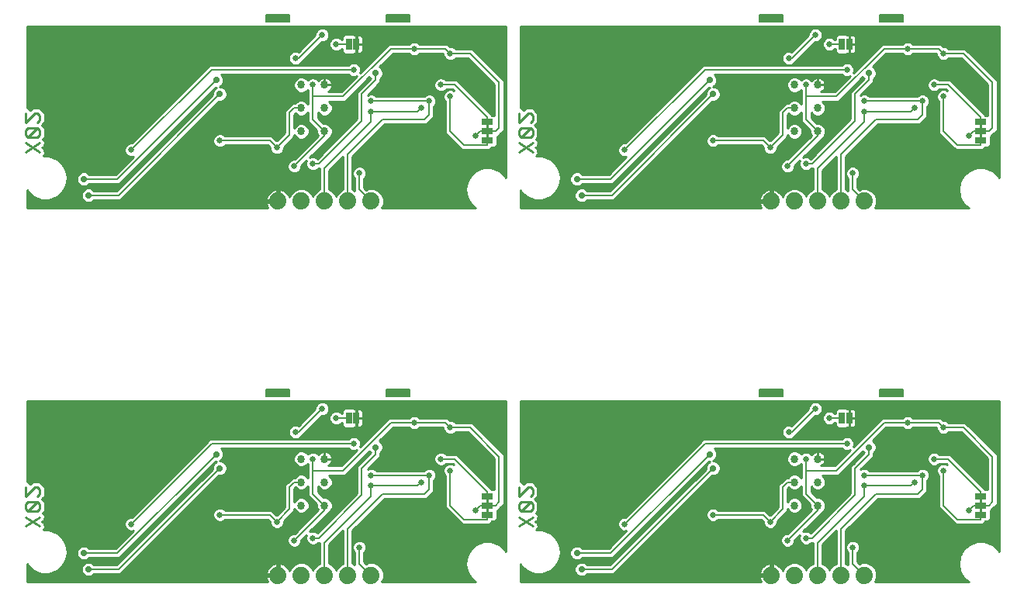
<source format=gbl>
G75*
%MOIN*%
%OFA0B0*%
%FSLAX25Y25*%
%IPPOS*%
%LPD*%
%AMOC8*
5,1,8,0,0,1.08239X$1,22.5*
%
%ADD10C,0.01100*%
%ADD11C,0.03400*%
%ADD12R,0.05000X0.02500*%
%ADD13C,0.01000*%
%ADD14C,0.07400*%
%ADD15R,0.02500X0.05000*%
%ADD16C,0.02600*%
%ADD17C,0.00800*%
%ADD18C,0.00600*%
%ADD19C,0.02900*%
D10*
X0039300Y0054800D02*
X0045205Y0058737D01*
X0044221Y0061245D02*
X0045205Y0062230D01*
X0045205Y0064198D01*
X0044221Y0065182D01*
X0040284Y0061245D01*
X0039300Y0062230D01*
X0039300Y0064198D01*
X0040284Y0065182D01*
X0044221Y0065182D01*
X0044221Y0067691D02*
X0045205Y0068675D01*
X0045205Y0070644D01*
X0044221Y0071628D01*
X0043237Y0071628D01*
X0039300Y0067691D01*
X0039300Y0071628D01*
X0040284Y0061245D02*
X0044221Y0061245D01*
X0039300Y0058737D02*
X0045205Y0054800D01*
X0251221Y0054800D02*
X0257126Y0058737D01*
X0256142Y0061245D02*
X0257126Y0062230D01*
X0257126Y0064198D01*
X0256142Y0065182D01*
X0252205Y0061245D01*
X0251221Y0062230D01*
X0251221Y0064198D01*
X0252205Y0065182D01*
X0256142Y0065182D01*
X0256142Y0067691D02*
X0257126Y0068675D01*
X0257126Y0070644D01*
X0256142Y0071628D01*
X0255158Y0071628D01*
X0251221Y0067691D01*
X0251221Y0071628D01*
X0252205Y0061245D02*
X0256142Y0061245D01*
X0251221Y0058737D02*
X0257126Y0054800D01*
X0257126Y0215501D02*
X0251221Y0219437D01*
X0252205Y0221946D02*
X0256142Y0225883D01*
X0252205Y0225883D01*
X0251221Y0224899D01*
X0251221Y0222930D01*
X0252205Y0221946D01*
X0256142Y0221946D01*
X0257126Y0222930D01*
X0257126Y0224899D01*
X0256142Y0225883D01*
X0256142Y0228392D02*
X0257126Y0229376D01*
X0257126Y0231344D01*
X0256142Y0232328D01*
X0255158Y0232328D01*
X0251221Y0228392D01*
X0251221Y0232328D01*
X0257126Y0219437D02*
X0251221Y0215501D01*
X0045205Y0215501D02*
X0039300Y0219437D01*
X0040284Y0221946D02*
X0039300Y0222930D01*
X0039300Y0224899D01*
X0040284Y0225883D01*
X0044221Y0225883D01*
X0040284Y0221946D01*
X0044221Y0221946D01*
X0045205Y0222930D01*
X0045205Y0224899D01*
X0044221Y0225883D01*
X0044221Y0228392D02*
X0045205Y0229376D01*
X0045205Y0231344D01*
X0044221Y0232328D01*
X0043237Y0232328D01*
X0039300Y0228392D01*
X0039300Y0232328D01*
X0045205Y0219437D02*
X0039300Y0215501D01*
D11*
X0157750Y0224451D03*
X0167750Y0224451D03*
X0167750Y0234451D03*
X0167750Y0244451D03*
X0157750Y0244451D03*
X0157750Y0234451D03*
X0157750Y0083750D03*
X0167750Y0083750D03*
X0167750Y0073750D03*
X0167750Y0063750D03*
X0157750Y0063750D03*
X0157750Y0073750D03*
X0369671Y0073750D03*
X0379671Y0073750D03*
X0379671Y0063750D03*
X0369671Y0063750D03*
X0369671Y0083750D03*
X0379671Y0083750D03*
X0379671Y0224451D03*
X0369671Y0224451D03*
X0369671Y0234451D03*
X0379671Y0234451D03*
X0379671Y0244451D03*
X0369671Y0244451D03*
D12*
X0449671Y0228451D03*
X0449671Y0224451D03*
X0449671Y0220451D03*
X0449671Y0067750D03*
X0449671Y0063750D03*
X0449671Y0059750D03*
X0237750Y0059750D03*
X0237750Y0063750D03*
X0237750Y0067750D03*
X0237750Y0220451D03*
X0237750Y0224451D03*
X0237750Y0228451D03*
D13*
X0039850Y0038633D02*
X0039850Y0030850D01*
X0143429Y0030850D01*
X0143303Y0031025D01*
X0142931Y0031754D01*
X0142678Y0032532D01*
X0142564Y0033250D01*
X0147250Y0033250D01*
X0147250Y0034250D01*
X0147250Y0038936D01*
X0146532Y0038822D01*
X0145754Y0038569D01*
X0145025Y0038197D01*
X0144362Y0037716D01*
X0143784Y0037138D01*
X0143303Y0036475D01*
X0142931Y0035746D01*
X0142678Y0034968D01*
X0142564Y0034250D01*
X0147250Y0034250D01*
X0148250Y0034250D01*
X0148250Y0038936D01*
X0148968Y0038822D01*
X0149746Y0038569D01*
X0150475Y0038197D01*
X0151138Y0037716D01*
X0151716Y0037138D01*
X0152197Y0036475D01*
X0152569Y0035746D01*
X0152641Y0035526D01*
X0153172Y0036809D01*
X0154691Y0038328D01*
X0156676Y0039150D01*
X0158824Y0039150D01*
X0160809Y0038328D01*
X0162328Y0036809D01*
X0162750Y0035790D01*
X0163172Y0036809D01*
X0164691Y0038328D01*
X0165750Y0038766D01*
X0165750Y0047750D01*
X0164993Y0047750D01*
X0164449Y0047207D01*
X0163347Y0046750D01*
X0162153Y0046750D01*
X0161051Y0047207D01*
X0160207Y0048051D01*
X0159750Y0049153D01*
X0159750Y0050347D01*
X0160056Y0051087D01*
X0157750Y0048780D01*
X0157750Y0048153D01*
X0157293Y0047051D01*
X0156449Y0046207D01*
X0155347Y0045750D01*
X0154153Y0045750D01*
X0153051Y0046207D01*
X0152207Y0047051D01*
X0151750Y0048153D01*
X0151750Y0049347D01*
X0152207Y0050449D01*
X0153051Y0051293D01*
X0154153Y0051750D01*
X0154780Y0051750D01*
X0164864Y0061834D01*
X0164350Y0063074D01*
X0164350Y0064180D01*
X0160650Y0067880D01*
X0160650Y0071867D01*
X0160632Y0071824D01*
X0159676Y0070868D01*
X0158426Y0070350D01*
X0157074Y0070350D01*
X0155824Y0070868D01*
X0155260Y0071432D01*
X0154750Y0070922D01*
X0154750Y0065392D01*
X0154868Y0065676D01*
X0155824Y0066632D01*
X0157074Y0067150D01*
X0158426Y0067150D01*
X0159676Y0066632D01*
X0160632Y0065676D01*
X0161150Y0064426D01*
X0161150Y0063074D01*
X0160632Y0061824D01*
X0159676Y0060868D01*
X0158426Y0060350D01*
X0157074Y0060350D01*
X0155824Y0060868D01*
X0154868Y0061824D01*
X0154750Y0062108D01*
X0154750Y0061422D01*
X0150250Y0056922D01*
X0150250Y0056153D01*
X0149793Y0055051D01*
X0148949Y0054207D01*
X0147847Y0053750D01*
X0146653Y0053750D01*
X0145551Y0054207D01*
X0144707Y0055051D01*
X0144250Y0056153D01*
X0144250Y0056922D01*
X0143422Y0057750D01*
X0124993Y0057750D01*
X0124449Y0057207D01*
X0123347Y0056750D01*
X0122153Y0056750D01*
X0121051Y0057207D01*
X0120207Y0058051D01*
X0119750Y0059153D01*
X0119750Y0060347D01*
X0120207Y0061449D01*
X0121051Y0062293D01*
X0122153Y0062750D01*
X0123347Y0062750D01*
X0124449Y0062293D01*
X0124993Y0061750D01*
X0145078Y0061750D01*
X0147078Y0059750D01*
X0147422Y0059750D01*
X0150750Y0063078D01*
X0150750Y0072578D01*
X0151922Y0073750D01*
X0153922Y0075750D01*
X0154942Y0075750D01*
X0155824Y0076632D01*
X0157074Y0077150D01*
X0158426Y0077150D01*
X0159676Y0076632D01*
X0160632Y0075676D01*
X0160650Y0075633D01*
X0160650Y0081607D01*
X0160533Y0081725D01*
X0159676Y0080868D01*
X0158426Y0080350D01*
X0157074Y0080350D01*
X0155824Y0080868D01*
X0154868Y0081824D01*
X0154350Y0083074D01*
X0154350Y0084426D01*
X0154868Y0085676D01*
X0155824Y0086632D01*
X0157074Y0087150D01*
X0158426Y0087150D01*
X0159676Y0086632D01*
X0160533Y0085775D01*
X0161051Y0086293D01*
X0162153Y0086750D01*
X0163347Y0086750D01*
X0164449Y0086293D01*
X0165140Y0085603D01*
X0165264Y0085790D01*
X0165710Y0086236D01*
X0166234Y0086586D01*
X0166817Y0086827D01*
X0167435Y0086950D01*
X0167750Y0086950D01*
X0167750Y0083750D01*
X0167750Y0083750D01*
X0170950Y0083750D01*
X0170950Y0084065D01*
X0170827Y0084683D01*
X0170586Y0085266D01*
X0170236Y0085790D01*
X0169790Y0086236D01*
X0169266Y0086586D01*
X0168683Y0086827D01*
X0168065Y0086950D01*
X0167750Y0086950D01*
X0167750Y0083750D01*
X0167750Y0083750D01*
X0170950Y0083750D01*
X0170950Y0083435D01*
X0170827Y0082817D01*
X0170586Y0082234D01*
X0170236Y0081710D01*
X0169790Y0081264D01*
X0169266Y0080914D01*
X0169111Y0080850D01*
X0174880Y0080850D01*
X0181587Y0087556D01*
X0180847Y0087250D01*
X0179653Y0087250D01*
X0178551Y0087707D01*
X0178007Y0088250D01*
X0123205Y0088250D01*
X0123920Y0087534D01*
X0124400Y0086377D01*
X0124400Y0085123D01*
X0123920Y0083966D01*
X0123034Y0083080D01*
X0122601Y0082900D01*
X0123377Y0082900D01*
X0124534Y0082420D01*
X0125420Y0081534D01*
X0125900Y0080377D01*
X0125900Y0079123D01*
X0125420Y0077966D01*
X0124534Y0077080D01*
X0123377Y0076600D01*
X0122428Y0076600D01*
X0080078Y0034250D01*
X0068705Y0034250D01*
X0068034Y0033580D01*
X0066877Y0033100D01*
X0065623Y0033100D01*
X0064466Y0033580D01*
X0063580Y0034466D01*
X0063100Y0035623D01*
X0063100Y0036877D01*
X0063580Y0038034D01*
X0064466Y0038920D01*
X0065623Y0039400D01*
X0066877Y0039400D01*
X0068034Y0038920D01*
X0068705Y0038250D01*
X0078422Y0038250D01*
X0119600Y0079428D01*
X0119600Y0080377D01*
X0120080Y0081534D01*
X0120966Y0082420D01*
X0121399Y0082600D01*
X0120928Y0082600D01*
X0079578Y0041250D01*
X0066705Y0041250D01*
X0066034Y0040580D01*
X0064877Y0040100D01*
X0063623Y0040100D01*
X0062466Y0040580D01*
X0061580Y0041466D01*
X0061100Y0042623D01*
X0061100Y0043877D01*
X0061580Y0045034D01*
X0062466Y0045920D01*
X0063623Y0046400D01*
X0064877Y0046400D01*
X0066034Y0045920D01*
X0066705Y0045250D01*
X0077922Y0045250D01*
X0085475Y0052803D01*
X0085347Y0052750D01*
X0084153Y0052750D01*
X0083051Y0053207D01*
X0082207Y0054051D01*
X0081750Y0055153D01*
X0081750Y0056347D01*
X0082207Y0057449D01*
X0083051Y0058293D01*
X0084153Y0058750D01*
X0084922Y0058750D01*
X0117250Y0091078D01*
X0118422Y0092250D01*
X0178007Y0092250D01*
X0178551Y0092793D01*
X0179653Y0093250D01*
X0180847Y0093250D01*
X0181949Y0092793D01*
X0182793Y0091949D01*
X0183250Y0090847D01*
X0183250Y0089653D01*
X0182944Y0088913D01*
X0195380Y0101350D01*
X0204107Y0101350D01*
X0204551Y0101793D01*
X0205653Y0102250D01*
X0206847Y0102250D01*
X0207949Y0101793D01*
X0208393Y0101350D01*
X0220620Y0101350D01*
X0221720Y0100250D01*
X0222347Y0100250D01*
X0223449Y0099793D01*
X0223893Y0099350D01*
X0231120Y0099350D01*
X0244850Y0085620D01*
X0244850Y0064380D01*
X0243350Y0062880D01*
X0243350Y0062880D01*
X0242120Y0061650D01*
X0241950Y0061650D01*
X0241950Y0057796D01*
X0240954Y0056800D01*
X0239628Y0056800D01*
X0238578Y0055750D01*
X0226922Y0055750D01*
X0225750Y0056922D01*
X0219750Y0062922D01*
X0219750Y0076507D01*
X0219207Y0077051D01*
X0218750Y0078153D01*
X0218750Y0079347D01*
X0219207Y0080449D01*
X0220051Y0081293D01*
X0221153Y0081750D01*
X0222347Y0081750D01*
X0223328Y0081344D01*
X0222922Y0081750D01*
X0219993Y0081750D01*
X0219449Y0081207D01*
X0218347Y0080750D01*
X0217153Y0080750D01*
X0216051Y0081207D01*
X0215207Y0082051D01*
X0214750Y0083153D01*
X0214750Y0084347D01*
X0215207Y0085449D01*
X0216051Y0086293D01*
X0217153Y0086750D01*
X0218347Y0086750D01*
X0219449Y0086293D01*
X0219993Y0085750D01*
X0224578Y0085750D01*
X0238578Y0071750D01*
X0239628Y0070700D01*
X0240650Y0070700D01*
X0240650Y0083880D01*
X0229380Y0095150D01*
X0223893Y0095150D01*
X0223449Y0094707D01*
X0222347Y0094250D01*
X0221153Y0094250D01*
X0220051Y0094707D01*
X0219207Y0095551D01*
X0218750Y0096653D01*
X0218750Y0097150D01*
X0208393Y0097150D01*
X0207949Y0096707D01*
X0206847Y0096250D01*
X0205653Y0096250D01*
X0204551Y0096707D01*
X0204107Y0097150D01*
X0197120Y0097150D01*
X0191432Y0091463D01*
X0191534Y0091420D01*
X0192420Y0090534D01*
X0192900Y0089377D01*
X0192900Y0088123D01*
X0192420Y0086966D01*
X0191750Y0086295D01*
X0191750Y0084922D01*
X0190578Y0083750D01*
X0186172Y0079344D01*
X0187153Y0079750D01*
X0188347Y0079750D01*
X0189449Y0079293D01*
X0189993Y0078750D01*
X0210507Y0078750D01*
X0211051Y0079293D01*
X0212153Y0079750D01*
X0213347Y0079750D01*
X0214449Y0079293D01*
X0215293Y0078449D01*
X0215750Y0077347D01*
X0215750Y0076153D01*
X0215293Y0075051D01*
X0214750Y0074507D01*
X0214750Y0069922D01*
X0213578Y0068750D01*
X0211578Y0066750D01*
X0193578Y0066750D01*
X0179750Y0052922D01*
X0179750Y0038766D01*
X0180750Y0038352D01*
X0180750Y0043507D01*
X0180207Y0044051D01*
X0179750Y0045153D01*
X0179750Y0046347D01*
X0180207Y0047449D01*
X0181051Y0048293D01*
X0182153Y0048750D01*
X0183347Y0048750D01*
X0184449Y0048293D01*
X0185293Y0047449D01*
X0185750Y0046347D01*
X0185750Y0045153D01*
X0185293Y0044051D01*
X0184750Y0043507D01*
X0184750Y0039578D01*
X0185617Y0038711D01*
X0186676Y0039150D01*
X0188824Y0039150D01*
X0190809Y0038328D01*
X0192328Y0036809D01*
X0193150Y0034824D01*
X0193150Y0032676D01*
X0192394Y0030850D01*
X0232541Y0030850D01*
X0230438Y0032615D01*
X0230438Y0032615D01*
X0228781Y0035485D01*
X0228781Y0035485D01*
X0228205Y0038750D01*
X0228205Y0038750D01*
X0228781Y0042015D01*
X0228781Y0042015D01*
X0230438Y0044885D01*
X0230438Y0044885D01*
X0230438Y0044885D01*
X0232977Y0047016D01*
X0232977Y0047016D01*
X0236093Y0048150D01*
X0239407Y0048150D01*
X0242522Y0047016D01*
X0242523Y0047016D01*
X0245062Y0044885D01*
X0245062Y0044885D01*
X0245571Y0044003D01*
X0245571Y0108750D01*
X0039850Y0108750D01*
X0039850Y0073878D01*
X0040232Y0073878D01*
X0041268Y0072841D01*
X0042305Y0073878D01*
X0045153Y0073878D01*
X0045909Y0073121D01*
X0046137Y0072894D01*
X0046137Y0072894D01*
X0046699Y0072332D01*
X0047455Y0071576D01*
X0047455Y0067743D01*
X0046676Y0066965D01*
X0046148Y0066437D01*
X0046676Y0065909D01*
X0047455Y0065130D01*
X0047455Y0061298D01*
X0046703Y0060546D01*
X0047594Y0059209D01*
X0047229Y0057382D01*
X0046309Y0056768D01*
X0047229Y0056155D01*
X0047594Y0054327D01*
X0046809Y0053150D01*
X0049407Y0053150D01*
X0052522Y0052016D01*
X0052523Y0052016D01*
X0055062Y0049885D01*
X0055062Y0049885D01*
X0056719Y0047015D01*
X0056719Y0047015D01*
X0057295Y0043750D01*
X0057295Y0043750D01*
X0056719Y0040485D01*
X0056719Y0040485D01*
X0055062Y0037615D01*
X0055062Y0037615D01*
X0055062Y0037615D01*
X0052523Y0035484D01*
X0052522Y0035484D01*
X0049407Y0034350D01*
X0046093Y0034350D01*
X0042977Y0035484D01*
X0042977Y0035484D01*
X0040438Y0037615D01*
X0040438Y0037615D01*
X0039850Y0038633D01*
X0039850Y0037737D02*
X0040368Y0037737D01*
X0039850Y0036738D02*
X0041483Y0036738D01*
X0042673Y0035740D02*
X0039850Y0035740D01*
X0039850Y0034741D02*
X0045018Y0034741D01*
X0039850Y0033743D02*
X0064303Y0033743D01*
X0063465Y0034741D02*
X0050482Y0034741D01*
X0052827Y0035740D02*
X0063100Y0035740D01*
X0063100Y0036738D02*
X0054017Y0036738D01*
X0055132Y0037737D02*
X0063456Y0037737D01*
X0064280Y0038735D02*
X0055709Y0038735D01*
X0056285Y0039734D02*
X0079905Y0039734D01*
X0080904Y0040732D02*
X0066187Y0040732D01*
X0068220Y0038735D02*
X0078907Y0038735D01*
X0080059Y0041731D02*
X0081902Y0041731D01*
X0081058Y0042729D02*
X0082901Y0042729D01*
X0082056Y0043728D02*
X0083899Y0043728D01*
X0083055Y0044726D02*
X0084898Y0044726D01*
X0084053Y0045725D02*
X0085896Y0045725D01*
X0085052Y0046723D02*
X0086895Y0046723D01*
X0086050Y0047722D02*
X0087893Y0047722D01*
X0087049Y0048720D02*
X0088892Y0048720D01*
X0088047Y0049719D02*
X0089890Y0049719D01*
X0089046Y0050717D02*
X0090889Y0050717D01*
X0090044Y0051716D02*
X0091887Y0051716D01*
X0091043Y0052714D02*
X0092886Y0052714D01*
X0092041Y0053713D02*
X0093884Y0053713D01*
X0093040Y0054711D02*
X0094883Y0054711D01*
X0094038Y0055710D02*
X0095881Y0055710D01*
X0095037Y0056708D02*
X0096880Y0056708D01*
X0096035Y0057707D02*
X0097878Y0057707D01*
X0097034Y0058705D02*
X0098877Y0058705D01*
X0098032Y0059704D02*
X0099875Y0059704D01*
X0099031Y0060702D02*
X0100874Y0060702D01*
X0100029Y0061701D02*
X0101872Y0061701D01*
X0101028Y0062699D02*
X0102871Y0062699D01*
X0102026Y0063698D02*
X0103869Y0063698D01*
X0103025Y0064696D02*
X0104868Y0064696D01*
X0104023Y0065695D02*
X0105866Y0065695D01*
X0105022Y0066693D02*
X0106865Y0066693D01*
X0106020Y0067692D02*
X0107864Y0067692D01*
X0107019Y0068690D02*
X0108862Y0068690D01*
X0108017Y0069689D02*
X0109861Y0069689D01*
X0109016Y0070687D02*
X0110859Y0070687D01*
X0110014Y0071686D02*
X0111858Y0071686D01*
X0111013Y0072684D02*
X0112856Y0072684D01*
X0112011Y0073683D02*
X0113855Y0073683D01*
X0113010Y0074682D02*
X0114853Y0074682D01*
X0114008Y0075680D02*
X0115852Y0075680D01*
X0115007Y0076679D02*
X0116850Y0076679D01*
X0116005Y0077677D02*
X0117849Y0077677D01*
X0117004Y0078676D02*
X0118847Y0078676D01*
X0119600Y0079674D02*
X0118002Y0079674D01*
X0119001Y0080673D02*
X0119723Y0080673D01*
X0120000Y0081671D02*
X0120216Y0081671D01*
X0123933Y0082670D02*
X0154517Y0082670D01*
X0154350Y0083668D02*
X0123623Y0083668D01*
X0124211Y0084667D02*
X0154450Y0084667D01*
X0154863Y0085665D02*
X0124400Y0085665D01*
X0124281Y0086664D02*
X0155900Y0086664D01*
X0159600Y0086664D02*
X0161945Y0086664D01*
X0163555Y0086664D02*
X0166422Y0086664D01*
X0167750Y0086664D02*
X0167750Y0086664D01*
X0167750Y0085665D02*
X0167750Y0085665D01*
X0167750Y0084667D02*
X0167750Y0084667D01*
X0169078Y0086664D02*
X0180694Y0086664D01*
X0179695Y0085665D02*
X0170319Y0085665D01*
X0170830Y0084667D02*
X0178697Y0084667D01*
X0177698Y0083668D02*
X0170950Y0083668D01*
X0170766Y0082670D02*
X0176700Y0082670D01*
X0175701Y0081671D02*
X0170197Y0081671D01*
X0169633Y0076650D02*
X0176620Y0076650D01*
X0177850Y0077880D01*
X0187037Y0087068D01*
X0187080Y0086966D01*
X0187608Y0086437D01*
X0181750Y0080578D01*
X0181750Y0069078D01*
X0164707Y0052036D01*
X0164449Y0052293D01*
X0163347Y0052750D01*
X0162153Y0052750D01*
X0161413Y0052444D01*
X0169850Y0060880D01*
X0169850Y0061042D01*
X0170632Y0061824D01*
X0171150Y0063074D01*
X0171150Y0064426D01*
X0170632Y0065676D01*
X0169676Y0066632D01*
X0168426Y0067150D01*
X0167320Y0067150D01*
X0164850Y0069620D01*
X0164850Y0071867D01*
X0164868Y0071824D01*
X0165824Y0070868D01*
X0167074Y0070350D01*
X0168426Y0070350D01*
X0169676Y0070868D01*
X0170632Y0071824D01*
X0171150Y0073074D01*
X0171150Y0074426D01*
X0170632Y0075676D01*
X0169676Y0076632D01*
X0169633Y0076650D01*
X0170628Y0075680D02*
X0181750Y0075680D01*
X0181750Y0074682D02*
X0171044Y0074682D01*
X0171150Y0073683D02*
X0181750Y0073683D01*
X0181750Y0072684D02*
X0170989Y0072684D01*
X0170494Y0071686D02*
X0181750Y0071686D01*
X0181750Y0070687D02*
X0169241Y0070687D01*
X0166259Y0070687D02*
X0164850Y0070687D01*
X0164850Y0069689D02*
X0181750Y0069689D01*
X0181362Y0068690D02*
X0165779Y0068690D01*
X0166778Y0067692D02*
X0180364Y0067692D01*
X0179365Y0066693D02*
X0169529Y0066693D01*
X0170613Y0065695D02*
X0178366Y0065695D01*
X0177368Y0064696D02*
X0171038Y0064696D01*
X0171150Y0063698D02*
X0176369Y0063698D01*
X0175371Y0062699D02*
X0170995Y0062699D01*
X0170509Y0061701D02*
X0174372Y0061701D01*
X0173374Y0060702D02*
X0169672Y0060702D01*
X0168674Y0059704D02*
X0172375Y0059704D01*
X0171377Y0058705D02*
X0167675Y0058705D01*
X0166677Y0057707D02*
X0170378Y0057707D01*
X0169380Y0056708D02*
X0165678Y0056708D01*
X0164680Y0055710D02*
X0168381Y0055710D01*
X0167383Y0054711D02*
X0163681Y0054711D01*
X0162683Y0053713D02*
X0166384Y0053713D01*
X0165386Y0052714D02*
X0163433Y0052714D01*
X0162067Y0052714D02*
X0161684Y0052714D01*
X0159903Y0050717D02*
X0159687Y0050717D01*
X0159750Y0049719D02*
X0158689Y0049719D01*
X0157750Y0048720D02*
X0159929Y0048720D01*
X0160536Y0047722D02*
X0157571Y0047722D01*
X0156966Y0046723D02*
X0165750Y0046723D01*
X0165750Y0045725D02*
X0091553Y0045725D01*
X0092552Y0046723D02*
X0152534Y0046723D01*
X0151929Y0047722D02*
X0093550Y0047722D01*
X0094549Y0048720D02*
X0151750Y0048720D01*
X0151904Y0049719D02*
X0095547Y0049719D01*
X0096546Y0050717D02*
X0152475Y0050717D01*
X0154071Y0051716D02*
X0097544Y0051716D01*
X0098543Y0052714D02*
X0155744Y0052714D01*
X0156743Y0053713D02*
X0099541Y0053713D01*
X0100540Y0054711D02*
X0145046Y0054711D01*
X0144434Y0055710D02*
X0101538Y0055710D01*
X0102537Y0056708D02*
X0144250Y0056708D01*
X0143465Y0057707D02*
X0124949Y0057707D01*
X0120551Y0057707D02*
X0103535Y0057707D01*
X0104534Y0058705D02*
X0119936Y0058705D01*
X0119750Y0059704D02*
X0105532Y0059704D01*
X0106531Y0060702D02*
X0119897Y0060702D01*
X0120458Y0061701D02*
X0107529Y0061701D01*
X0108528Y0062699D02*
X0122031Y0062699D01*
X0123469Y0062699D02*
X0150371Y0062699D01*
X0150750Y0063698D02*
X0109526Y0063698D01*
X0110525Y0064696D02*
X0150750Y0064696D01*
X0150750Y0065695D02*
X0111523Y0065695D01*
X0112522Y0066693D02*
X0150750Y0066693D01*
X0150750Y0067692D02*
X0113520Y0067692D01*
X0114519Y0068690D02*
X0150750Y0068690D01*
X0150750Y0069689D02*
X0115517Y0069689D01*
X0116516Y0070687D02*
X0150750Y0070687D01*
X0150750Y0071686D02*
X0117514Y0071686D01*
X0118513Y0072684D02*
X0150856Y0072684D01*
X0151855Y0073683D02*
X0119511Y0073683D01*
X0120510Y0074682D02*
X0152853Y0074682D01*
X0153852Y0075680D02*
X0121508Y0075680D01*
X0123566Y0076679D02*
X0155936Y0076679D01*
X0159564Y0076679D02*
X0160650Y0076679D01*
X0160650Y0077677D02*
X0125132Y0077677D01*
X0125714Y0078676D02*
X0160650Y0078676D01*
X0160650Y0079674D02*
X0125900Y0079674D01*
X0125777Y0080673D02*
X0156295Y0080673D01*
X0155021Y0081671D02*
X0125284Y0081671D01*
X0123793Y0087662D02*
X0178658Y0087662D01*
X0178412Y0092655D02*
X0156824Y0092655D01*
X0156949Y0092707D02*
X0157393Y0093150D01*
X0157620Y0093150D01*
X0166720Y0102250D01*
X0167347Y0102250D01*
X0168449Y0102707D01*
X0169293Y0103551D01*
X0169750Y0104653D01*
X0169750Y0105847D01*
X0169293Y0106949D01*
X0168449Y0107793D01*
X0167347Y0108250D01*
X0166153Y0108250D01*
X0165051Y0107793D01*
X0164207Y0106949D01*
X0163750Y0105847D01*
X0163750Y0105220D01*
X0156507Y0097977D01*
X0155847Y0098250D01*
X0154653Y0098250D01*
X0153551Y0097793D01*
X0152707Y0096949D01*
X0152250Y0095847D01*
X0152250Y0094653D01*
X0152707Y0093551D01*
X0153551Y0092707D01*
X0154653Y0092250D01*
X0155847Y0092250D01*
X0156949Y0092707D01*
X0158123Y0093653D02*
X0187683Y0093653D01*
X0186685Y0092655D02*
X0182088Y0092655D01*
X0182915Y0091656D02*
X0185686Y0091656D01*
X0184688Y0090658D02*
X0183250Y0090658D01*
X0183250Y0089659D02*
X0183689Y0089659D01*
X0186633Y0086664D02*
X0187382Y0086664D01*
X0186837Y0085665D02*
X0185635Y0085665D01*
X0185838Y0084667D02*
X0184636Y0084667D01*
X0184840Y0083668D02*
X0183638Y0083668D01*
X0183841Y0082670D02*
X0182639Y0082670D01*
X0182843Y0081671D02*
X0181641Y0081671D01*
X0181844Y0080673D02*
X0180642Y0080673D01*
X0179644Y0079674D02*
X0181750Y0079674D01*
X0181750Y0078676D02*
X0178645Y0078676D01*
X0177647Y0077677D02*
X0181750Y0077677D01*
X0181750Y0076679D02*
X0176648Y0076679D01*
X0186502Y0079674D02*
X0186970Y0079674D01*
X0187501Y0080673D02*
X0219430Y0080673D01*
X0219914Y0081671D02*
X0220963Y0081671D01*
X0222537Y0081671D02*
X0223000Y0081671D01*
X0225662Y0084667D02*
X0239864Y0084667D01*
X0240650Y0083668D02*
X0226660Y0083668D01*
X0227659Y0082670D02*
X0240650Y0082670D01*
X0240650Y0081671D02*
X0228657Y0081671D01*
X0229656Y0080673D02*
X0240650Y0080673D01*
X0240650Y0079674D02*
X0230654Y0079674D01*
X0231653Y0078676D02*
X0240650Y0078676D01*
X0240650Y0077677D02*
X0232651Y0077677D01*
X0233650Y0076679D02*
X0240650Y0076679D01*
X0240650Y0075680D02*
X0234648Y0075680D01*
X0235647Y0074682D02*
X0240650Y0074682D01*
X0240650Y0073683D02*
X0236645Y0073683D01*
X0237644Y0072684D02*
X0240650Y0072684D01*
X0240650Y0071686D02*
X0238642Y0071686D01*
X0237750Y0067750D02*
X0237750Y0063750D01*
X0237750Y0059750D01*
X0239537Y0056708D02*
X0245571Y0056708D01*
X0245571Y0055710D02*
X0182538Y0055710D01*
X0181540Y0054711D02*
X0245571Y0054711D01*
X0245571Y0053713D02*
X0180541Y0053713D01*
X0179750Y0052714D02*
X0245571Y0052714D01*
X0245571Y0051716D02*
X0179750Y0051716D01*
X0179750Y0050717D02*
X0245571Y0050717D01*
X0245571Y0049719D02*
X0179750Y0049719D01*
X0179750Y0048720D02*
X0182081Y0048720D01*
X0183419Y0048720D02*
X0245571Y0048720D01*
X0245571Y0047722D02*
X0240584Y0047722D01*
X0242872Y0046723D02*
X0245571Y0046723D01*
X0245571Y0045725D02*
X0244062Y0045725D01*
X0245154Y0044726D02*
X0245571Y0044726D01*
X0251771Y0038633D02*
X0252359Y0037615D01*
X0252359Y0037615D01*
X0254899Y0035484D01*
X0258014Y0034350D01*
X0261329Y0034350D01*
X0264444Y0035484D01*
X0266983Y0037615D01*
X0268641Y0040485D01*
X0268641Y0040485D01*
X0269216Y0043750D01*
X0268641Y0047015D01*
X0266983Y0049885D01*
X0266983Y0049885D01*
X0264444Y0052016D01*
X0261329Y0053150D01*
X0258730Y0053150D01*
X0259515Y0054327D01*
X0259150Y0056155D01*
X0258230Y0056768D01*
X0259150Y0057382D01*
X0259515Y0059209D01*
X0258624Y0060546D01*
X0259376Y0061298D01*
X0259376Y0065130D01*
X0258598Y0065909D01*
X0258070Y0066437D01*
X0258598Y0066965D01*
X0259376Y0067743D01*
X0259376Y0071576D01*
X0258620Y0072332D01*
X0258058Y0072894D01*
X0257830Y0073121D01*
X0257074Y0073878D01*
X0254226Y0073878D01*
X0253190Y0072841D01*
X0252153Y0073878D01*
X0251771Y0073878D01*
X0251771Y0108750D01*
X0457493Y0108750D01*
X0457493Y0044003D01*
X0456983Y0044885D01*
X0454444Y0047016D01*
X0454444Y0047016D01*
X0451329Y0048150D01*
X0448014Y0048150D01*
X0444899Y0047016D01*
X0444899Y0047016D01*
X0442359Y0044885D01*
X0440702Y0042015D01*
X0440702Y0042015D01*
X0440126Y0038750D01*
X0440702Y0035485D01*
X0442359Y0032615D01*
X0442359Y0032615D01*
X0444462Y0030850D01*
X0404315Y0030850D01*
X0405071Y0032676D01*
X0405071Y0034824D01*
X0404249Y0036809D01*
X0402730Y0038328D01*
X0400745Y0039150D01*
X0398597Y0039150D01*
X0397538Y0038711D01*
X0396671Y0039578D01*
X0396671Y0043507D01*
X0397215Y0044051D01*
X0397671Y0045153D01*
X0397671Y0046347D01*
X0397215Y0047449D01*
X0396371Y0048293D01*
X0395268Y0048750D01*
X0394075Y0048750D01*
X0392972Y0048293D01*
X0392128Y0047449D01*
X0391671Y0046347D01*
X0391671Y0045153D01*
X0392128Y0044051D01*
X0392671Y0043507D01*
X0392671Y0038352D01*
X0391671Y0038766D01*
X0391671Y0052922D01*
X0405500Y0066750D01*
X0423500Y0066750D01*
X0425500Y0068750D01*
X0426671Y0069922D01*
X0426671Y0074507D01*
X0427215Y0075051D01*
X0427671Y0076153D01*
X0427671Y0077347D01*
X0427215Y0078449D01*
X0426371Y0079293D01*
X0425268Y0079750D01*
X0424075Y0079750D01*
X0422972Y0079293D01*
X0422429Y0078750D01*
X0401914Y0078750D01*
X0401371Y0079293D01*
X0400268Y0079750D01*
X0399075Y0079750D01*
X0398093Y0079344D01*
X0402500Y0083750D01*
X0403671Y0084922D01*
X0403671Y0086295D01*
X0404342Y0086966D01*
X0404821Y0088123D01*
X0404821Y0089377D01*
X0404342Y0090534D01*
X0403456Y0091420D01*
X0403354Y0091463D01*
X0409041Y0097150D01*
X0416029Y0097150D01*
X0416472Y0096707D01*
X0417575Y0096250D01*
X0418768Y0096250D01*
X0419871Y0096707D01*
X0420314Y0097150D01*
X0430671Y0097150D01*
X0430671Y0096653D01*
X0431128Y0095551D01*
X0431972Y0094707D01*
X0433075Y0094250D01*
X0434268Y0094250D01*
X0435371Y0094707D01*
X0435814Y0095150D01*
X0441301Y0095150D01*
X0452571Y0083880D01*
X0452571Y0070700D01*
X0451550Y0070700D01*
X0450500Y0071750D01*
X0436500Y0085750D01*
X0431914Y0085750D01*
X0431371Y0086293D01*
X0430268Y0086750D01*
X0429075Y0086750D01*
X0427972Y0086293D01*
X0427128Y0085449D01*
X0426671Y0084347D01*
X0426671Y0083153D01*
X0427128Y0082051D01*
X0427972Y0081207D01*
X0429075Y0080750D01*
X0430268Y0080750D01*
X0431371Y0081207D01*
X0431914Y0081750D01*
X0434843Y0081750D01*
X0435249Y0081344D01*
X0434268Y0081750D01*
X0433075Y0081750D01*
X0431972Y0081293D01*
X0431128Y0080449D01*
X0430671Y0079347D01*
X0430671Y0078153D01*
X0431128Y0077051D01*
X0431671Y0076507D01*
X0431671Y0062922D01*
X0437671Y0056922D01*
X0438843Y0055750D01*
X0450500Y0055750D01*
X0451550Y0056800D01*
X0452875Y0056800D01*
X0453871Y0057796D01*
X0453871Y0061650D01*
X0454041Y0061650D01*
X0455271Y0062880D01*
X0456771Y0064380D01*
X0456771Y0085620D01*
X0455541Y0086850D01*
X0443041Y0099350D01*
X0435814Y0099350D01*
X0435371Y0099793D01*
X0434268Y0100250D01*
X0433641Y0100250D01*
X0432541Y0101350D01*
X0420314Y0101350D01*
X0419871Y0101793D01*
X0418768Y0102250D01*
X0417575Y0102250D01*
X0416472Y0101793D01*
X0416029Y0101350D01*
X0407301Y0101350D01*
X0394865Y0088913D01*
X0395171Y0089653D01*
X0395171Y0090847D01*
X0394715Y0091949D01*
X0393871Y0092793D01*
X0392768Y0093250D01*
X0391575Y0093250D01*
X0390472Y0092793D01*
X0389929Y0092250D01*
X0330343Y0092250D01*
X0329171Y0091078D01*
X0296843Y0058750D01*
X0296075Y0058750D01*
X0294972Y0058293D01*
X0294128Y0057449D01*
X0293671Y0056347D01*
X0293671Y0055153D01*
X0294128Y0054051D01*
X0294972Y0053207D01*
X0296075Y0052750D01*
X0297268Y0052750D01*
X0297396Y0052803D01*
X0289843Y0045250D01*
X0278626Y0045250D01*
X0277956Y0045920D01*
X0276798Y0046400D01*
X0275545Y0046400D01*
X0274387Y0045920D01*
X0273501Y0045034D01*
X0273021Y0043877D01*
X0273021Y0042623D01*
X0273501Y0041466D01*
X0274387Y0040580D01*
X0275545Y0040100D01*
X0276798Y0040100D01*
X0277956Y0040580D01*
X0278626Y0041250D01*
X0291500Y0041250D01*
X0332850Y0082600D01*
X0333320Y0082600D01*
X0332887Y0082420D01*
X0332001Y0081534D01*
X0331521Y0080377D01*
X0331521Y0079428D01*
X0290343Y0038250D01*
X0280626Y0038250D01*
X0279956Y0038920D01*
X0278798Y0039400D01*
X0277545Y0039400D01*
X0276387Y0038920D01*
X0275501Y0038034D01*
X0275021Y0036877D01*
X0275021Y0035623D01*
X0275501Y0034466D01*
X0276387Y0033580D01*
X0277545Y0033100D01*
X0278798Y0033100D01*
X0279956Y0033580D01*
X0280626Y0034250D01*
X0292000Y0034250D01*
X0334350Y0076600D01*
X0335298Y0076600D01*
X0336456Y0077080D01*
X0337342Y0077966D01*
X0337821Y0079123D01*
X0337821Y0080377D01*
X0337342Y0081534D01*
X0336456Y0082420D01*
X0335298Y0082900D01*
X0334522Y0082900D01*
X0334956Y0083080D01*
X0335842Y0083966D01*
X0336321Y0085123D01*
X0336321Y0086377D01*
X0335842Y0087534D01*
X0335126Y0088250D01*
X0389929Y0088250D01*
X0390472Y0087707D01*
X0391575Y0087250D01*
X0392768Y0087250D01*
X0393508Y0087556D01*
X0386801Y0080850D01*
X0381032Y0080850D01*
X0381187Y0080914D01*
X0381711Y0081264D01*
X0382157Y0081710D01*
X0382507Y0082234D01*
X0382748Y0082817D01*
X0382871Y0083435D01*
X0382871Y0083750D01*
X0382871Y0084065D01*
X0382748Y0084683D01*
X0382507Y0085266D01*
X0382157Y0085790D01*
X0381711Y0086236D01*
X0381187Y0086586D01*
X0380605Y0086827D01*
X0379986Y0086950D01*
X0379671Y0086950D01*
X0379356Y0086950D01*
X0378738Y0086827D01*
X0378156Y0086586D01*
X0377631Y0086236D01*
X0377186Y0085790D01*
X0377061Y0085603D01*
X0376371Y0086293D01*
X0375268Y0086750D01*
X0374075Y0086750D01*
X0372972Y0086293D01*
X0372454Y0085775D01*
X0371597Y0086632D01*
X0370348Y0087150D01*
X0368995Y0087150D01*
X0367745Y0086632D01*
X0366789Y0085676D01*
X0366271Y0084426D01*
X0366271Y0083074D01*
X0366789Y0081824D01*
X0367745Y0080868D01*
X0368995Y0080350D01*
X0370348Y0080350D01*
X0371597Y0080868D01*
X0372454Y0081725D01*
X0372571Y0081607D01*
X0372571Y0075633D01*
X0372554Y0075676D01*
X0371597Y0076632D01*
X0370348Y0077150D01*
X0368995Y0077150D01*
X0367745Y0076632D01*
X0366863Y0075750D01*
X0365843Y0075750D01*
X0363843Y0073750D01*
X0362671Y0072578D01*
X0362671Y0063078D01*
X0359343Y0059750D01*
X0359000Y0059750D01*
X0357000Y0061750D01*
X0336914Y0061750D01*
X0336371Y0062293D01*
X0335268Y0062750D01*
X0334075Y0062750D01*
X0332972Y0062293D01*
X0332128Y0061449D01*
X0331671Y0060347D01*
X0331671Y0059153D01*
X0332128Y0058051D01*
X0332972Y0057207D01*
X0334075Y0056750D01*
X0335268Y0056750D01*
X0336371Y0057207D01*
X0336914Y0057750D01*
X0355343Y0057750D01*
X0356171Y0056922D01*
X0356171Y0056153D01*
X0356628Y0055051D01*
X0357472Y0054207D01*
X0358575Y0053750D01*
X0359768Y0053750D01*
X0360871Y0054207D01*
X0361715Y0055051D01*
X0362171Y0056153D01*
X0362171Y0056922D01*
X0366671Y0061422D01*
X0366671Y0062108D01*
X0366789Y0061824D01*
X0367745Y0060868D01*
X0368995Y0060350D01*
X0370348Y0060350D01*
X0371597Y0060868D01*
X0372554Y0061824D01*
X0373071Y0063074D01*
X0373071Y0064426D01*
X0372554Y0065676D01*
X0371597Y0066632D01*
X0370348Y0067150D01*
X0368995Y0067150D01*
X0367745Y0066632D01*
X0366789Y0065676D01*
X0366671Y0065392D01*
X0366671Y0070922D01*
X0367181Y0071432D01*
X0367745Y0070868D01*
X0368995Y0070350D01*
X0370348Y0070350D01*
X0371597Y0070868D01*
X0372554Y0071824D01*
X0372571Y0071867D01*
X0372571Y0067880D01*
X0376271Y0064180D01*
X0376271Y0063074D01*
X0376785Y0061834D01*
X0366701Y0051750D01*
X0366075Y0051750D01*
X0364972Y0051293D01*
X0364128Y0050449D01*
X0363671Y0049347D01*
X0363671Y0048153D01*
X0364128Y0047051D01*
X0364972Y0046207D01*
X0366075Y0045750D01*
X0367268Y0045750D01*
X0368371Y0046207D01*
X0369215Y0047051D01*
X0369671Y0048153D01*
X0369671Y0048780D01*
X0371978Y0051087D01*
X0371671Y0050347D01*
X0371671Y0049153D01*
X0372128Y0048051D01*
X0372972Y0047207D01*
X0374075Y0046750D01*
X0375268Y0046750D01*
X0376371Y0047207D01*
X0376914Y0047750D01*
X0377671Y0047750D01*
X0377671Y0038766D01*
X0376612Y0038328D01*
X0375093Y0036809D01*
X0374671Y0035790D01*
X0374249Y0036809D01*
X0372730Y0038328D01*
X0370745Y0039150D01*
X0368597Y0039150D01*
X0366612Y0038328D01*
X0365093Y0036809D01*
X0364562Y0035526D01*
X0364490Y0035746D01*
X0364119Y0036475D01*
X0363638Y0037138D01*
X0363059Y0037716D01*
X0362397Y0038197D01*
X0361667Y0038569D01*
X0360889Y0038822D01*
X0360171Y0038936D01*
X0360171Y0034250D01*
X0359171Y0034250D01*
X0359171Y0033250D01*
X0354486Y0033250D01*
X0354599Y0032532D01*
X0354852Y0031754D01*
X0355224Y0031025D01*
X0355351Y0030850D01*
X0251771Y0030850D01*
X0251771Y0038633D01*
X0251771Y0037737D02*
X0252289Y0037737D01*
X0251771Y0036738D02*
X0253404Y0036738D01*
X0254594Y0035740D02*
X0251771Y0035740D01*
X0251771Y0034741D02*
X0256939Y0034741D01*
X0254899Y0035484D02*
X0254899Y0035484D01*
X0251771Y0033743D02*
X0276224Y0033743D01*
X0275387Y0034741D02*
X0262403Y0034741D01*
X0264444Y0035484D02*
X0264444Y0035484D01*
X0264749Y0035740D02*
X0275021Y0035740D01*
X0275021Y0036738D02*
X0265939Y0036738D01*
X0266983Y0037615D02*
X0266983Y0037615D01*
X0266983Y0037615D01*
X0267054Y0037737D02*
X0275378Y0037737D01*
X0276202Y0038735D02*
X0267630Y0038735D01*
X0268207Y0039734D02*
X0291827Y0039734D01*
X0292825Y0040732D02*
X0278108Y0040732D01*
X0280141Y0038735D02*
X0290828Y0038735D01*
X0291980Y0041731D02*
X0293824Y0041731D01*
X0292979Y0042729D02*
X0294822Y0042729D01*
X0293977Y0043728D02*
X0295821Y0043728D01*
X0294976Y0044726D02*
X0296819Y0044726D01*
X0295974Y0045725D02*
X0297818Y0045725D01*
X0296973Y0046723D02*
X0298816Y0046723D01*
X0297971Y0047722D02*
X0299815Y0047722D01*
X0298970Y0048720D02*
X0300813Y0048720D01*
X0299968Y0049719D02*
X0301812Y0049719D01*
X0300967Y0050717D02*
X0302810Y0050717D01*
X0301965Y0051716D02*
X0303809Y0051716D01*
X0302964Y0052714D02*
X0304807Y0052714D01*
X0303963Y0053713D02*
X0305806Y0053713D01*
X0304961Y0054711D02*
X0306804Y0054711D01*
X0305960Y0055710D02*
X0307803Y0055710D01*
X0306958Y0056708D02*
X0308801Y0056708D01*
X0307957Y0057707D02*
X0309800Y0057707D01*
X0308955Y0058705D02*
X0310798Y0058705D01*
X0309954Y0059704D02*
X0311797Y0059704D01*
X0310952Y0060702D02*
X0312795Y0060702D01*
X0311951Y0061701D02*
X0313794Y0061701D01*
X0312949Y0062699D02*
X0314792Y0062699D01*
X0313948Y0063698D02*
X0315791Y0063698D01*
X0314946Y0064696D02*
X0316789Y0064696D01*
X0315945Y0065695D02*
X0317788Y0065695D01*
X0316943Y0066693D02*
X0318786Y0066693D01*
X0317942Y0067692D02*
X0319785Y0067692D01*
X0318940Y0068690D02*
X0320783Y0068690D01*
X0319939Y0069689D02*
X0321782Y0069689D01*
X0320937Y0070687D02*
X0322780Y0070687D01*
X0321936Y0071686D02*
X0323779Y0071686D01*
X0322934Y0072684D02*
X0324777Y0072684D01*
X0323933Y0073683D02*
X0325776Y0073683D01*
X0324931Y0074682D02*
X0326774Y0074682D01*
X0325930Y0075680D02*
X0327773Y0075680D01*
X0326928Y0076679D02*
X0328771Y0076679D01*
X0327927Y0077677D02*
X0329770Y0077677D01*
X0328925Y0078676D02*
X0330768Y0078676D01*
X0331521Y0079674D02*
X0329924Y0079674D01*
X0330922Y0080673D02*
X0331644Y0080673D01*
X0331921Y0081671D02*
X0332138Y0081671D01*
X0335854Y0082670D02*
X0366439Y0082670D01*
X0366271Y0083668D02*
X0335544Y0083668D01*
X0336132Y0084667D02*
X0366371Y0084667D01*
X0366784Y0085665D02*
X0336321Y0085665D01*
X0336202Y0086664D02*
X0367821Y0086664D01*
X0371522Y0086664D02*
X0373866Y0086664D01*
X0375476Y0086664D02*
X0378344Y0086664D01*
X0379671Y0086664D02*
X0379671Y0086664D01*
X0379671Y0086950D02*
X0379671Y0083750D01*
X0379671Y0083750D01*
X0379671Y0086950D01*
X0379671Y0085665D02*
X0379671Y0085665D01*
X0379671Y0084667D02*
X0379671Y0084667D01*
X0379671Y0083750D02*
X0382871Y0083750D01*
X0379671Y0083750D01*
X0379671Y0083750D01*
X0382871Y0083668D02*
X0389620Y0083668D01*
X0390618Y0084667D02*
X0382752Y0084667D01*
X0382240Y0085665D02*
X0391617Y0085665D01*
X0392615Y0086664D02*
X0380999Y0086664D01*
X0377102Y0085665D02*
X0376999Y0085665D01*
X0372508Y0081671D02*
X0372401Y0081671D01*
X0372571Y0080673D02*
X0371126Y0080673D01*
X0372571Y0079674D02*
X0337821Y0079674D01*
X0337699Y0080673D02*
X0368216Y0080673D01*
X0366942Y0081671D02*
X0337205Y0081671D01*
X0337636Y0078676D02*
X0372571Y0078676D01*
X0372571Y0077677D02*
X0337053Y0077677D01*
X0335487Y0076679D02*
X0367857Y0076679D01*
X0365773Y0075680D02*
X0333430Y0075680D01*
X0332431Y0074682D02*
X0364774Y0074682D01*
X0363776Y0073683D02*
X0331433Y0073683D01*
X0330434Y0072684D02*
X0362777Y0072684D01*
X0362671Y0071686D02*
X0329436Y0071686D01*
X0328437Y0070687D02*
X0362671Y0070687D01*
X0362671Y0069689D02*
X0327439Y0069689D01*
X0326440Y0068690D02*
X0362671Y0068690D01*
X0362671Y0067692D02*
X0325442Y0067692D01*
X0324443Y0066693D02*
X0362671Y0066693D01*
X0362671Y0065695D02*
X0323445Y0065695D01*
X0322446Y0064696D02*
X0362671Y0064696D01*
X0362671Y0063698D02*
X0321448Y0063698D01*
X0320449Y0062699D02*
X0333952Y0062699D01*
X0335390Y0062699D02*
X0362292Y0062699D01*
X0361294Y0061701D02*
X0357049Y0061701D01*
X0358047Y0060702D02*
X0360295Y0060702D01*
X0362957Y0057707D02*
X0372658Y0057707D01*
X0371660Y0056708D02*
X0362171Y0056708D01*
X0361988Y0055710D02*
X0370661Y0055710D01*
X0369663Y0054711D02*
X0361375Y0054711D01*
X0356967Y0054711D02*
X0312461Y0054711D01*
X0311463Y0053713D02*
X0368664Y0053713D01*
X0367666Y0052714D02*
X0310464Y0052714D01*
X0309465Y0051716D02*
X0365992Y0051716D01*
X0364396Y0050717D02*
X0308467Y0050717D01*
X0307468Y0049719D02*
X0363825Y0049719D01*
X0363671Y0048720D02*
X0306470Y0048720D01*
X0305471Y0047722D02*
X0363850Y0047722D01*
X0364455Y0046723D02*
X0304473Y0046723D01*
X0303474Y0045725D02*
X0377671Y0045725D01*
X0377671Y0046723D02*
X0368887Y0046723D01*
X0369493Y0047722D02*
X0372457Y0047722D01*
X0371851Y0048720D02*
X0369671Y0048720D01*
X0370610Y0049719D02*
X0371671Y0049719D01*
X0371608Y0050717D02*
X0371825Y0050717D01*
X0373335Y0052444D02*
X0381771Y0060880D01*
X0381771Y0061042D01*
X0382554Y0061824D01*
X0383071Y0063074D01*
X0383071Y0064426D01*
X0382554Y0065676D01*
X0381597Y0066632D01*
X0380348Y0067150D01*
X0379241Y0067150D01*
X0376771Y0069620D01*
X0376771Y0071867D01*
X0376789Y0071824D01*
X0377745Y0070868D01*
X0378995Y0070350D01*
X0380348Y0070350D01*
X0381597Y0070868D01*
X0382554Y0071824D01*
X0383071Y0073074D01*
X0383071Y0074426D01*
X0382554Y0075676D01*
X0381597Y0076632D01*
X0381555Y0076650D01*
X0388541Y0076650D01*
X0389771Y0077880D01*
X0398959Y0087068D01*
X0399001Y0086966D01*
X0399530Y0086437D01*
X0394843Y0081750D01*
X0394843Y0081750D01*
X0393671Y0080578D01*
X0393671Y0069078D01*
X0376628Y0052036D01*
X0376371Y0052293D01*
X0375268Y0052750D01*
X0374075Y0052750D01*
X0373335Y0052444D01*
X0373605Y0052714D02*
X0373988Y0052714D01*
X0374604Y0053713D02*
X0378306Y0053713D01*
X0379304Y0054711D02*
X0375602Y0054711D01*
X0376601Y0055710D02*
X0380303Y0055710D01*
X0381301Y0056708D02*
X0377599Y0056708D01*
X0378598Y0057707D02*
X0382300Y0057707D01*
X0383298Y0058705D02*
X0379596Y0058705D01*
X0380595Y0059704D02*
X0384297Y0059704D01*
X0385295Y0060702D02*
X0381593Y0060702D01*
X0382430Y0061701D02*
X0386294Y0061701D01*
X0387292Y0062699D02*
X0382916Y0062699D01*
X0383071Y0063698D02*
X0388291Y0063698D01*
X0389289Y0064696D02*
X0382959Y0064696D01*
X0382535Y0065695D02*
X0390288Y0065695D01*
X0391286Y0066693D02*
X0381450Y0066693D01*
X0378699Y0067692D02*
X0392285Y0067692D01*
X0393283Y0068690D02*
X0377701Y0068690D01*
X0376771Y0069689D02*
X0393671Y0069689D01*
X0393671Y0070687D02*
X0381162Y0070687D01*
X0382416Y0071686D02*
X0393671Y0071686D01*
X0393671Y0072684D02*
X0382910Y0072684D01*
X0383071Y0073683D02*
X0393671Y0073683D01*
X0393671Y0074682D02*
X0382966Y0074682D01*
X0382550Y0075680D02*
X0393671Y0075680D01*
X0393671Y0076679D02*
X0388570Y0076679D01*
X0389568Y0077677D02*
X0393671Y0077677D01*
X0393671Y0078676D02*
X0390567Y0078676D01*
X0391565Y0079674D02*
X0393671Y0079674D01*
X0393765Y0080673D02*
X0392564Y0080673D01*
X0393562Y0081671D02*
X0394764Y0081671D01*
X0394561Y0082670D02*
X0395762Y0082670D01*
X0395559Y0083668D02*
X0396761Y0083668D01*
X0396558Y0084667D02*
X0397760Y0084667D01*
X0397556Y0085665D02*
X0398758Y0085665D01*
X0398555Y0086664D02*
X0399303Y0086664D01*
X0402418Y0083668D02*
X0426671Y0083668D01*
X0426804Y0084667D02*
X0403416Y0084667D01*
X0403671Y0085665D02*
X0427344Y0085665D01*
X0428866Y0086664D02*
X0404040Y0086664D01*
X0404630Y0087662D02*
X0448789Y0087662D01*
X0447791Y0088661D02*
X0404821Y0088661D01*
X0404704Y0089659D02*
X0446792Y0089659D01*
X0445794Y0090658D02*
X0404218Y0090658D01*
X0403547Y0091656D02*
X0444795Y0091656D01*
X0443797Y0092655D02*
X0404546Y0092655D01*
X0405544Y0093653D02*
X0442798Y0093653D01*
X0441800Y0094652D02*
X0435238Y0094652D01*
X0432105Y0094652D02*
X0406543Y0094652D01*
X0407541Y0095650D02*
X0431087Y0095650D01*
X0430673Y0096649D02*
X0419731Y0096649D01*
X0416612Y0096649D02*
X0408540Y0096649D01*
X0405596Y0099644D02*
X0396021Y0099644D01*
X0396021Y0098646D02*
X0404597Y0098646D01*
X0403599Y0097647D02*
X0395540Y0097647D01*
X0395442Y0097550D02*
X0395722Y0097829D01*
X0395919Y0098171D01*
X0396021Y0098553D01*
X0396021Y0101125D01*
X0393396Y0101125D01*
X0393396Y0097250D01*
X0394719Y0097250D01*
X0395100Y0097352D01*
X0395442Y0097550D01*
X0393396Y0097647D02*
X0393146Y0097647D01*
X0393146Y0097250D02*
X0392225Y0097250D01*
X0392025Y0097050D01*
X0388117Y0097050D01*
X0387121Y0098046D01*
X0387121Y0099150D01*
X0386814Y0099150D01*
X0386371Y0098707D01*
X0385268Y0098250D01*
X0384075Y0098250D01*
X0382972Y0098707D01*
X0382128Y0099551D01*
X0381671Y0100653D01*
X0381671Y0101847D01*
X0382128Y0102949D01*
X0382972Y0103793D01*
X0384075Y0104250D01*
X0385268Y0104250D01*
X0386371Y0103793D01*
X0386814Y0103350D01*
X0387121Y0103350D01*
X0387121Y0104454D01*
X0388117Y0105450D01*
X0392025Y0105450D01*
X0392225Y0105250D01*
X0393146Y0105250D01*
X0393146Y0101375D01*
X0393396Y0101375D01*
X0393396Y0105250D01*
X0394719Y0105250D01*
X0395100Y0105148D01*
X0395442Y0104950D01*
X0395722Y0104671D01*
X0395919Y0104329D01*
X0396021Y0103947D01*
X0396021Y0101375D01*
X0393396Y0101375D01*
X0393396Y0101125D01*
X0393146Y0101125D01*
X0393146Y0097250D01*
X0393146Y0098646D02*
X0393396Y0098646D01*
X0393396Y0099644D02*
X0393146Y0099644D01*
X0393146Y0100643D02*
X0393396Y0100643D01*
X0393396Y0101641D02*
X0393146Y0101641D01*
X0393146Y0102640D02*
X0393396Y0102640D01*
X0393396Y0103638D02*
X0393146Y0103638D01*
X0393146Y0104637D02*
X0393396Y0104637D01*
X0395741Y0104637D02*
X0457493Y0104637D01*
X0457493Y0105635D02*
X0381671Y0105635D01*
X0381671Y0105847D02*
X0381215Y0106949D01*
X0380371Y0107793D01*
X0379268Y0108250D01*
X0378075Y0108250D01*
X0376972Y0107793D01*
X0376128Y0106949D01*
X0375671Y0105847D01*
X0375671Y0105220D01*
X0368428Y0097977D01*
X0367768Y0098250D01*
X0366575Y0098250D01*
X0365472Y0097793D01*
X0364628Y0096949D01*
X0364171Y0095847D01*
X0364171Y0094653D01*
X0364628Y0093551D01*
X0365472Y0092707D01*
X0366575Y0092250D01*
X0367768Y0092250D01*
X0368871Y0092707D01*
X0369314Y0093150D01*
X0369541Y0093150D01*
X0378641Y0102250D01*
X0379268Y0102250D01*
X0380371Y0102707D01*
X0381215Y0103551D01*
X0381671Y0104653D01*
X0381671Y0105847D01*
X0381345Y0106634D02*
X0457493Y0106634D01*
X0457493Y0107632D02*
X0380532Y0107632D01*
X0381664Y0104637D02*
X0387304Y0104637D01*
X0387121Y0103638D02*
X0386526Y0103638D01*
X0382817Y0103638D02*
X0381251Y0103638D01*
X0382000Y0102640D02*
X0380209Y0102640D01*
X0381671Y0101641D02*
X0378032Y0101641D01*
X0377034Y0100643D02*
X0381676Y0100643D01*
X0382089Y0099644D02*
X0376035Y0099644D01*
X0375037Y0098646D02*
X0383119Y0098646D01*
X0386224Y0098646D02*
X0387121Y0098646D01*
X0387520Y0097647D02*
X0374038Y0097647D01*
X0373040Y0096649D02*
X0402600Y0096649D01*
X0401602Y0095650D02*
X0372041Y0095650D01*
X0371043Y0094652D02*
X0400603Y0094652D01*
X0399605Y0093653D02*
X0370044Y0093653D01*
X0368745Y0092655D02*
X0390333Y0092655D01*
X0394009Y0092655D02*
X0398606Y0092655D01*
X0397608Y0091656D02*
X0394836Y0091656D01*
X0395171Y0090658D02*
X0396609Y0090658D01*
X0395611Y0089659D02*
X0395171Y0089659D01*
X0390579Y0087662D02*
X0335714Y0087662D01*
X0329749Y0091656D02*
X0251771Y0091656D01*
X0251771Y0090658D02*
X0328751Y0090658D01*
X0327752Y0089659D02*
X0251771Y0089659D01*
X0251771Y0088661D02*
X0326754Y0088661D01*
X0325755Y0087662D02*
X0251771Y0087662D01*
X0251771Y0086664D02*
X0324757Y0086664D01*
X0323758Y0085665D02*
X0251771Y0085665D01*
X0251771Y0084667D02*
X0322760Y0084667D01*
X0321761Y0083668D02*
X0251771Y0083668D01*
X0251771Y0082670D02*
X0320762Y0082670D01*
X0319764Y0081671D02*
X0251771Y0081671D01*
X0251771Y0080673D02*
X0318765Y0080673D01*
X0317767Y0079674D02*
X0251771Y0079674D01*
X0251771Y0078676D02*
X0316768Y0078676D01*
X0315770Y0077677D02*
X0251771Y0077677D01*
X0251771Y0076679D02*
X0314771Y0076679D01*
X0313773Y0075680D02*
X0251771Y0075680D01*
X0251771Y0074682D02*
X0312774Y0074682D01*
X0311776Y0073683D02*
X0257269Y0073683D01*
X0258058Y0072894D02*
X0258058Y0072894D01*
X0258267Y0072684D02*
X0310777Y0072684D01*
X0309779Y0071686D02*
X0259266Y0071686D01*
X0259376Y0070687D02*
X0308780Y0070687D01*
X0307782Y0069689D02*
X0259376Y0069689D01*
X0259376Y0068690D02*
X0306783Y0068690D01*
X0305785Y0067692D02*
X0259325Y0067692D01*
X0258327Y0066693D02*
X0304786Y0066693D01*
X0303788Y0065695D02*
X0258811Y0065695D01*
X0259376Y0064696D02*
X0302789Y0064696D01*
X0301791Y0063698D02*
X0259376Y0063698D01*
X0259376Y0062699D02*
X0300792Y0062699D01*
X0299794Y0061701D02*
X0259376Y0061701D01*
X0258781Y0060702D02*
X0298795Y0060702D01*
X0297797Y0059704D02*
X0259186Y0059704D01*
X0259415Y0058705D02*
X0295967Y0058705D01*
X0294385Y0057707D02*
X0259215Y0057707D01*
X0258320Y0056708D02*
X0293821Y0056708D01*
X0293671Y0055710D02*
X0259239Y0055710D01*
X0259439Y0054711D02*
X0293854Y0054711D01*
X0294466Y0053713D02*
X0259106Y0053713D01*
X0262526Y0052714D02*
X0297307Y0052714D01*
X0296309Y0051716D02*
X0264802Y0051716D01*
X0264444Y0052016D02*
X0264444Y0052016D01*
X0265992Y0050717D02*
X0295310Y0050717D01*
X0294312Y0049719D02*
X0267079Y0049719D01*
X0267656Y0048720D02*
X0293313Y0048720D01*
X0292315Y0047722D02*
X0268232Y0047722D01*
X0268641Y0047015D02*
X0268641Y0047015D01*
X0268692Y0046723D02*
X0291316Y0046723D01*
X0290318Y0045725D02*
X0278151Y0045725D01*
X0274191Y0045725D02*
X0268868Y0045725D01*
X0269044Y0044726D02*
X0273373Y0044726D01*
X0273021Y0043728D02*
X0269212Y0043728D01*
X0269216Y0043750D02*
X0269216Y0043750D01*
X0269036Y0042729D02*
X0273021Y0042729D01*
X0273391Y0041731D02*
X0268860Y0041731D01*
X0268684Y0040732D02*
X0274234Y0040732D01*
X0280119Y0033743D02*
X0359171Y0033743D01*
X0359171Y0034250D02*
X0354486Y0034250D01*
X0354599Y0034968D01*
X0354852Y0035746D01*
X0355224Y0036475D01*
X0355705Y0037138D01*
X0356284Y0037716D01*
X0356946Y0038197D01*
X0357675Y0038569D01*
X0358454Y0038822D01*
X0359171Y0038936D01*
X0359171Y0034250D01*
X0359171Y0034741D02*
X0360171Y0034741D01*
X0360171Y0035740D02*
X0359171Y0035740D01*
X0359171Y0036738D02*
X0360171Y0036738D01*
X0360171Y0037737D02*
X0359171Y0037737D01*
X0359171Y0038735D02*
X0360171Y0038735D01*
X0361156Y0038735D02*
X0367596Y0038735D01*
X0366021Y0037737D02*
X0363031Y0037737D01*
X0363928Y0036738D02*
X0365064Y0036738D01*
X0364650Y0035740D02*
X0364492Y0035740D01*
X0358186Y0038735D02*
X0296485Y0038735D01*
X0297483Y0039734D02*
X0377671Y0039734D01*
X0377671Y0040732D02*
X0298482Y0040732D01*
X0299480Y0041731D02*
X0377671Y0041731D01*
X0377671Y0042729D02*
X0300479Y0042729D01*
X0301477Y0043728D02*
X0377671Y0043728D01*
X0377671Y0044726D02*
X0302476Y0044726D01*
X0295486Y0037737D02*
X0356312Y0037737D01*
X0355415Y0036738D02*
X0294488Y0036738D01*
X0293489Y0035740D02*
X0354850Y0035740D01*
X0354563Y0034741D02*
X0292491Y0034741D01*
X0313460Y0055710D02*
X0356355Y0055710D01*
X0356171Y0056708D02*
X0314458Y0056708D01*
X0315457Y0057707D02*
X0332472Y0057707D01*
X0331857Y0058705D02*
X0316455Y0058705D01*
X0317454Y0059704D02*
X0331671Y0059704D01*
X0331819Y0060702D02*
X0318452Y0060702D01*
X0319451Y0061701D02*
X0332380Y0061701D01*
X0336871Y0057707D02*
X0355386Y0057707D01*
X0363955Y0058705D02*
X0373657Y0058705D01*
X0374655Y0059704D02*
X0364954Y0059704D01*
X0365952Y0060702D02*
X0368144Y0060702D01*
X0366912Y0061701D02*
X0366671Y0061701D01*
X0366671Y0065695D02*
X0366808Y0065695D01*
X0366671Y0066693D02*
X0367893Y0066693D01*
X0366671Y0067692D02*
X0372759Y0067692D01*
X0372571Y0068690D02*
X0366671Y0068690D01*
X0366671Y0069689D02*
X0372571Y0069689D01*
X0372571Y0070687D02*
X0371162Y0070687D01*
X0372416Y0071686D02*
X0372571Y0071686D01*
X0372550Y0075680D02*
X0372571Y0075680D01*
X0372571Y0076679D02*
X0371486Y0076679D01*
X0376771Y0071686D02*
X0376927Y0071686D01*
X0376771Y0070687D02*
X0378180Y0070687D01*
X0373758Y0066693D02*
X0371450Y0066693D01*
X0372535Y0065695D02*
X0374757Y0065695D01*
X0375755Y0064696D02*
X0372959Y0064696D01*
X0373071Y0063698D02*
X0376271Y0063698D01*
X0376426Y0062699D02*
X0372916Y0062699D01*
X0372430Y0061701D02*
X0376652Y0061701D01*
X0375654Y0060702D02*
X0371198Y0060702D01*
X0375354Y0052714D02*
X0377307Y0052714D01*
X0377671Y0047722D02*
X0376886Y0047722D01*
X0381671Y0046922D02*
X0387671Y0052922D01*
X0387671Y0038766D01*
X0386612Y0038328D01*
X0385093Y0036809D01*
X0384671Y0035790D01*
X0384249Y0036809D01*
X0382730Y0038328D01*
X0381671Y0038766D01*
X0381671Y0046922D01*
X0381671Y0046723D02*
X0387671Y0046723D01*
X0387671Y0045725D02*
X0381671Y0045725D01*
X0381671Y0044726D02*
X0387671Y0044726D01*
X0387671Y0043728D02*
X0381671Y0043728D01*
X0381671Y0042729D02*
X0387671Y0042729D01*
X0387671Y0041731D02*
X0381671Y0041731D01*
X0381671Y0040732D02*
X0387671Y0040732D01*
X0387671Y0039734D02*
X0381671Y0039734D01*
X0381747Y0038735D02*
X0387596Y0038735D01*
X0386021Y0037737D02*
X0383321Y0037737D01*
X0384279Y0036738D02*
X0385064Y0036738D01*
X0377596Y0038735D02*
X0371747Y0038735D01*
X0373321Y0037737D02*
X0376021Y0037737D01*
X0375064Y0036738D02*
X0374279Y0036738D01*
X0382471Y0047722D02*
X0387671Y0047722D01*
X0387671Y0048720D02*
X0383470Y0048720D01*
X0384468Y0049719D02*
X0387671Y0049719D01*
X0387671Y0050717D02*
X0385467Y0050717D01*
X0386465Y0051716D02*
X0387671Y0051716D01*
X0387671Y0052714D02*
X0387464Y0052714D01*
X0391671Y0052714D02*
X0457493Y0052714D01*
X0457493Y0051716D02*
X0391671Y0051716D01*
X0391671Y0050717D02*
X0457493Y0050717D01*
X0457493Y0049719D02*
X0391671Y0049719D01*
X0391671Y0048720D02*
X0394003Y0048720D01*
X0395340Y0048720D02*
X0457493Y0048720D01*
X0457493Y0047722D02*
X0452505Y0047722D01*
X0454793Y0046723D02*
X0457493Y0046723D01*
X0457493Y0045725D02*
X0455983Y0045725D01*
X0457075Y0044726D02*
X0457493Y0044726D01*
X0457493Y0053713D02*
X0392462Y0053713D01*
X0393461Y0054711D02*
X0457493Y0054711D01*
X0457493Y0055710D02*
X0394460Y0055710D01*
X0395458Y0056708D02*
X0437885Y0056708D01*
X0436886Y0057707D02*
X0396457Y0057707D01*
X0397455Y0058705D02*
X0435888Y0058705D01*
X0434889Y0059704D02*
X0398454Y0059704D01*
X0399452Y0060702D02*
X0433891Y0060702D01*
X0432892Y0061701D02*
X0400451Y0061701D01*
X0401449Y0062699D02*
X0431893Y0062699D01*
X0431671Y0063698D02*
X0402448Y0063698D01*
X0403446Y0064696D02*
X0431671Y0064696D01*
X0431671Y0065695D02*
X0404445Y0065695D01*
X0405443Y0066693D02*
X0431671Y0066693D01*
X0431671Y0067692D02*
X0424442Y0067692D01*
X0425440Y0068690D02*
X0431671Y0068690D01*
X0431671Y0069689D02*
X0426439Y0069689D01*
X0426671Y0070687D02*
X0431671Y0070687D01*
X0431671Y0071686D02*
X0426671Y0071686D01*
X0426671Y0072684D02*
X0431671Y0072684D01*
X0431671Y0073683D02*
X0426671Y0073683D01*
X0426845Y0074682D02*
X0431671Y0074682D01*
X0431671Y0075680D02*
X0427475Y0075680D01*
X0427671Y0076679D02*
X0431500Y0076679D01*
X0430869Y0077677D02*
X0427534Y0077677D01*
X0426988Y0078676D02*
X0430671Y0078676D01*
X0430807Y0079674D02*
X0425451Y0079674D01*
X0423891Y0079674D02*
X0400451Y0079674D01*
X0399422Y0080673D02*
X0431351Y0080673D01*
X0431835Y0081671D02*
X0432884Y0081671D01*
X0434458Y0081671D02*
X0434922Y0081671D01*
X0437583Y0084667D02*
X0451785Y0084667D01*
X0452571Y0083668D02*
X0438582Y0083668D01*
X0439580Y0082670D02*
X0452571Y0082670D01*
X0452571Y0081671D02*
X0440579Y0081671D01*
X0441577Y0080673D02*
X0452571Y0080673D01*
X0452571Y0079674D02*
X0442576Y0079674D01*
X0443574Y0078676D02*
X0452571Y0078676D01*
X0452571Y0077677D02*
X0444573Y0077677D01*
X0445571Y0076679D02*
X0452571Y0076679D01*
X0452571Y0075680D02*
X0446570Y0075680D01*
X0447568Y0074682D02*
X0452571Y0074682D01*
X0452571Y0073683D02*
X0448567Y0073683D01*
X0449565Y0072684D02*
X0452571Y0072684D01*
X0452571Y0071686D02*
X0450564Y0071686D01*
X0449671Y0067750D02*
X0449671Y0063750D01*
X0449671Y0059750D01*
X0451458Y0056708D02*
X0457493Y0056708D01*
X0457493Y0057707D02*
X0453782Y0057707D01*
X0453871Y0058705D02*
X0457493Y0058705D01*
X0457493Y0059704D02*
X0453871Y0059704D01*
X0453871Y0060702D02*
X0457493Y0060702D01*
X0457493Y0061701D02*
X0454092Y0061701D01*
X0455091Y0062699D02*
X0457493Y0062699D01*
X0457493Y0063698D02*
X0456089Y0063698D01*
X0456771Y0064696D02*
X0457493Y0064696D01*
X0457493Y0065695D02*
X0456771Y0065695D01*
X0456771Y0066693D02*
X0457493Y0066693D01*
X0457493Y0067692D02*
X0456771Y0067692D01*
X0456771Y0068690D02*
X0457493Y0068690D01*
X0457493Y0069689D02*
X0456771Y0069689D01*
X0456771Y0070687D02*
X0457493Y0070687D01*
X0457493Y0071686D02*
X0456771Y0071686D01*
X0456771Y0072684D02*
X0457493Y0072684D01*
X0457493Y0073683D02*
X0456771Y0073683D01*
X0456771Y0074682D02*
X0457493Y0074682D01*
X0457493Y0075680D02*
X0456771Y0075680D01*
X0456771Y0076679D02*
X0457493Y0076679D01*
X0457493Y0077677D02*
X0456771Y0077677D01*
X0456771Y0078676D02*
X0457493Y0078676D01*
X0457493Y0079674D02*
X0456771Y0079674D01*
X0456771Y0080673D02*
X0457493Y0080673D01*
X0457493Y0081671D02*
X0456771Y0081671D01*
X0456771Y0082670D02*
X0457493Y0082670D01*
X0457493Y0083668D02*
X0456771Y0083668D01*
X0456771Y0084667D02*
X0457493Y0084667D01*
X0457493Y0085665D02*
X0456726Y0085665D01*
X0457493Y0086664D02*
X0455727Y0086664D01*
X0454729Y0087662D02*
X0457493Y0087662D01*
X0457493Y0088661D02*
X0453730Y0088661D01*
X0452732Y0089659D02*
X0457493Y0089659D01*
X0457493Y0090658D02*
X0451733Y0090658D01*
X0450735Y0091656D02*
X0457493Y0091656D01*
X0457493Y0092655D02*
X0449736Y0092655D01*
X0448738Y0093653D02*
X0457493Y0093653D01*
X0457493Y0094652D02*
X0447739Y0094652D01*
X0446741Y0095650D02*
X0457493Y0095650D01*
X0457493Y0096649D02*
X0445742Y0096649D01*
X0444744Y0097647D02*
X0457493Y0097647D01*
X0457493Y0098646D02*
X0443745Y0098646D01*
X0435520Y0099644D02*
X0457493Y0099644D01*
X0457493Y0100643D02*
X0433248Y0100643D01*
X0420023Y0101641D02*
X0457493Y0101641D01*
X0457493Y0102640D02*
X0396021Y0102640D01*
X0396021Y0103638D02*
X0457493Y0103638D01*
X0457493Y0108631D02*
X0251771Y0108631D01*
X0251771Y0107632D02*
X0376811Y0107632D01*
X0375997Y0106634D02*
X0251771Y0106634D01*
X0251771Y0105635D02*
X0375671Y0105635D01*
X0375088Y0104637D02*
X0251771Y0104637D01*
X0251771Y0103638D02*
X0374090Y0103638D01*
X0373091Y0102640D02*
X0251771Y0102640D01*
X0251771Y0101641D02*
X0372093Y0101641D01*
X0371094Y0100643D02*
X0251771Y0100643D01*
X0251771Y0099644D02*
X0370096Y0099644D01*
X0369097Y0098646D02*
X0251771Y0098646D01*
X0251771Y0097647D02*
X0365326Y0097647D01*
X0364504Y0096649D02*
X0251771Y0096649D01*
X0251771Y0095650D02*
X0364171Y0095650D01*
X0364172Y0094652D02*
X0251771Y0094652D01*
X0251771Y0093653D02*
X0364586Y0093653D01*
X0365597Y0092655D02*
X0251771Y0092655D01*
X0245571Y0092655D02*
X0237815Y0092655D01*
X0236817Y0093653D02*
X0245571Y0093653D01*
X0245571Y0094652D02*
X0235818Y0094652D01*
X0234820Y0095650D02*
X0245571Y0095650D01*
X0245571Y0096649D02*
X0233821Y0096649D01*
X0232823Y0097647D02*
X0245571Y0097647D01*
X0245571Y0098646D02*
X0231824Y0098646D01*
X0229878Y0094652D02*
X0223317Y0094652D01*
X0220183Y0094652D02*
X0194622Y0094652D01*
X0195620Y0095650D02*
X0219165Y0095650D01*
X0218752Y0096649D02*
X0207809Y0096649D01*
X0204691Y0096649D02*
X0196619Y0096649D01*
X0193674Y0099644D02*
X0184100Y0099644D01*
X0184100Y0098646D02*
X0192676Y0098646D01*
X0191677Y0097647D02*
X0183619Y0097647D01*
X0183521Y0097550D02*
X0183800Y0097829D01*
X0183998Y0098171D01*
X0184100Y0098553D01*
X0184100Y0101125D01*
X0181475Y0101125D01*
X0181475Y0101375D01*
X0181225Y0101375D01*
X0181225Y0105250D01*
X0180304Y0105250D01*
X0180104Y0105450D01*
X0176196Y0105450D01*
X0175200Y0104454D01*
X0175200Y0103350D01*
X0174893Y0103350D01*
X0174449Y0103793D01*
X0173347Y0104250D01*
X0172153Y0104250D01*
X0171051Y0103793D01*
X0170207Y0102949D01*
X0169750Y0101847D01*
X0169750Y0100653D01*
X0170207Y0099551D01*
X0171051Y0098707D01*
X0172153Y0098250D01*
X0173347Y0098250D01*
X0174449Y0098707D01*
X0174893Y0099150D01*
X0175200Y0099150D01*
X0175200Y0098046D01*
X0176196Y0097050D01*
X0180104Y0097050D01*
X0180304Y0097250D01*
X0181225Y0097250D01*
X0181225Y0101125D01*
X0181475Y0101125D01*
X0181475Y0097250D01*
X0182797Y0097250D01*
X0183179Y0097352D01*
X0183521Y0097550D01*
X0181475Y0097647D02*
X0181225Y0097647D01*
X0181225Y0098646D02*
X0181475Y0098646D01*
X0181475Y0099644D02*
X0181225Y0099644D01*
X0181225Y0100643D02*
X0181475Y0100643D01*
X0181475Y0101375D02*
X0184100Y0101375D01*
X0184100Y0103947D01*
X0183998Y0104329D01*
X0183800Y0104671D01*
X0183521Y0104950D01*
X0183179Y0105148D01*
X0182797Y0105250D01*
X0181475Y0105250D01*
X0181475Y0101375D01*
X0181475Y0101641D02*
X0181225Y0101641D01*
X0181225Y0102640D02*
X0181475Y0102640D01*
X0181475Y0103638D02*
X0181225Y0103638D01*
X0181225Y0104637D02*
X0181475Y0104637D01*
X0183820Y0104637D02*
X0245571Y0104637D01*
X0245571Y0105635D02*
X0169750Y0105635D01*
X0169743Y0104637D02*
X0175383Y0104637D01*
X0175200Y0103638D02*
X0174604Y0103638D01*
X0170896Y0103638D02*
X0169330Y0103638D01*
X0170079Y0102640D02*
X0168288Y0102640D01*
X0169750Y0101641D02*
X0166111Y0101641D01*
X0165113Y0100643D02*
X0169754Y0100643D01*
X0170168Y0099644D02*
X0164114Y0099644D01*
X0163116Y0098646D02*
X0171198Y0098646D01*
X0174302Y0098646D02*
X0175200Y0098646D01*
X0175599Y0097647D02*
X0162117Y0097647D01*
X0161119Y0096649D02*
X0190679Y0096649D01*
X0189680Y0095650D02*
X0160120Y0095650D01*
X0159122Y0094652D02*
X0188682Y0094652D01*
X0191626Y0091656D02*
X0232874Y0091656D01*
X0233872Y0090658D02*
X0192297Y0090658D01*
X0192783Y0089659D02*
X0234871Y0089659D01*
X0235869Y0088661D02*
X0192900Y0088661D01*
X0192709Y0087662D02*
X0236868Y0087662D01*
X0237866Y0086664D02*
X0218555Y0086664D01*
X0216945Y0086664D02*
X0192118Y0086664D01*
X0191750Y0085665D02*
X0215423Y0085665D01*
X0214883Y0084667D02*
X0191495Y0084667D01*
X0190497Y0083668D02*
X0214750Y0083668D01*
X0214950Y0082670D02*
X0189498Y0082670D01*
X0188500Y0081671D02*
X0215586Y0081671D01*
X0213530Y0079674D02*
X0218886Y0079674D01*
X0218750Y0078676D02*
X0215067Y0078676D01*
X0215613Y0077677D02*
X0218947Y0077677D01*
X0219579Y0076679D02*
X0215750Y0076679D01*
X0215554Y0075680D02*
X0219750Y0075680D01*
X0219750Y0074682D02*
X0214924Y0074682D01*
X0214750Y0073683D02*
X0219750Y0073683D01*
X0219750Y0072684D02*
X0214750Y0072684D01*
X0214750Y0071686D02*
X0219750Y0071686D01*
X0219750Y0070687D02*
X0214750Y0070687D01*
X0214517Y0069689D02*
X0219750Y0069689D01*
X0219750Y0068690D02*
X0213519Y0068690D01*
X0212520Y0067692D02*
X0219750Y0067692D01*
X0219750Y0066693D02*
X0193522Y0066693D01*
X0192523Y0065695D02*
X0219750Y0065695D01*
X0219750Y0064696D02*
X0191525Y0064696D01*
X0190526Y0063698D02*
X0219750Y0063698D01*
X0219972Y0062699D02*
X0189528Y0062699D01*
X0188529Y0061701D02*
X0220971Y0061701D01*
X0221969Y0060702D02*
X0187531Y0060702D01*
X0186532Y0059704D02*
X0222968Y0059704D01*
X0223966Y0058705D02*
X0185534Y0058705D01*
X0184535Y0057707D02*
X0224965Y0057707D01*
X0225963Y0056708D02*
X0183537Y0056708D01*
X0175750Y0052922D02*
X0175750Y0038766D01*
X0174691Y0038328D01*
X0173172Y0036809D01*
X0172750Y0035790D01*
X0172328Y0036809D01*
X0170809Y0038328D01*
X0169750Y0038766D01*
X0169750Y0046922D01*
X0175750Y0052922D01*
X0175750Y0052714D02*
X0175543Y0052714D01*
X0175750Y0051716D02*
X0174544Y0051716D01*
X0173546Y0050717D02*
X0175750Y0050717D01*
X0175750Y0049719D02*
X0172547Y0049719D01*
X0171549Y0048720D02*
X0175750Y0048720D01*
X0175750Y0047722D02*
X0170550Y0047722D01*
X0169750Y0046723D02*
X0175750Y0046723D01*
X0175750Y0045725D02*
X0169750Y0045725D01*
X0169750Y0044726D02*
X0175750Y0044726D01*
X0175750Y0043728D02*
X0169750Y0043728D01*
X0169750Y0042729D02*
X0175750Y0042729D01*
X0175750Y0041731D02*
X0169750Y0041731D01*
X0169750Y0040732D02*
X0175750Y0040732D01*
X0175750Y0039734D02*
X0169750Y0039734D01*
X0169826Y0038735D02*
X0175674Y0038735D01*
X0174100Y0037737D02*
X0171400Y0037737D01*
X0172357Y0036738D02*
X0173143Y0036738D01*
X0179826Y0038735D02*
X0180750Y0038735D01*
X0180750Y0039734D02*
X0179750Y0039734D01*
X0179750Y0040732D02*
X0180750Y0040732D01*
X0180750Y0041731D02*
X0179750Y0041731D01*
X0179750Y0042729D02*
X0180750Y0042729D01*
X0180530Y0043728D02*
X0179750Y0043728D01*
X0179750Y0044726D02*
X0179927Y0044726D01*
X0179750Y0045725D02*
X0179750Y0045725D01*
X0179750Y0046723D02*
X0179906Y0046723D01*
X0179750Y0047722D02*
X0180479Y0047722D01*
X0185021Y0047722D02*
X0234916Y0047722D01*
X0232628Y0046723D02*
X0185594Y0046723D01*
X0185750Y0045725D02*
X0231438Y0045725D01*
X0230346Y0044726D02*
X0185573Y0044726D01*
X0184970Y0043728D02*
X0229770Y0043728D01*
X0229193Y0042729D02*
X0184750Y0042729D01*
X0184750Y0041731D02*
X0228731Y0041731D01*
X0228555Y0040732D02*
X0184750Y0040732D01*
X0184750Y0039734D02*
X0228378Y0039734D01*
X0228208Y0038735D02*
X0189826Y0038735D01*
X0191400Y0037737D02*
X0228384Y0037737D01*
X0228560Y0036738D02*
X0192357Y0036738D01*
X0192771Y0035740D02*
X0228736Y0035740D01*
X0229210Y0034741D02*
X0193150Y0034741D01*
X0193150Y0033743D02*
X0229787Y0033743D01*
X0230363Y0032744D02*
X0193150Y0032744D01*
X0192765Y0031746D02*
X0231474Y0031746D01*
X0251771Y0031746D02*
X0354857Y0031746D01*
X0354566Y0032744D02*
X0251771Y0032744D01*
X0245571Y0057707D02*
X0241861Y0057707D01*
X0241950Y0058705D02*
X0245571Y0058705D01*
X0245571Y0059704D02*
X0241950Y0059704D01*
X0241950Y0060702D02*
X0245571Y0060702D01*
X0245571Y0061701D02*
X0242171Y0061701D01*
X0243169Y0062699D02*
X0245571Y0062699D01*
X0245571Y0063698D02*
X0244168Y0063698D01*
X0244850Y0064696D02*
X0245571Y0064696D01*
X0245571Y0065695D02*
X0244850Y0065695D01*
X0244850Y0066693D02*
X0245571Y0066693D01*
X0245571Y0067692D02*
X0244850Y0067692D01*
X0244850Y0068690D02*
X0245571Y0068690D01*
X0245571Y0069689D02*
X0244850Y0069689D01*
X0244850Y0070687D02*
X0245571Y0070687D01*
X0245571Y0071686D02*
X0244850Y0071686D01*
X0244850Y0072684D02*
X0245571Y0072684D01*
X0245571Y0073683D02*
X0244850Y0073683D01*
X0244850Y0074682D02*
X0245571Y0074682D01*
X0245571Y0075680D02*
X0244850Y0075680D01*
X0244850Y0076679D02*
X0245571Y0076679D01*
X0245571Y0077677D02*
X0244850Y0077677D01*
X0244850Y0078676D02*
X0245571Y0078676D01*
X0245571Y0079674D02*
X0244850Y0079674D01*
X0244850Y0080673D02*
X0245571Y0080673D01*
X0245571Y0081671D02*
X0244850Y0081671D01*
X0244850Y0082670D02*
X0245571Y0082670D01*
X0245571Y0083668D02*
X0244850Y0083668D01*
X0244850Y0084667D02*
X0245571Y0084667D01*
X0245571Y0085665D02*
X0244805Y0085665D01*
X0245571Y0086664D02*
X0243806Y0086664D01*
X0242808Y0087662D02*
X0245571Y0087662D01*
X0245571Y0088661D02*
X0241809Y0088661D01*
X0240811Y0089659D02*
X0245571Y0089659D01*
X0245571Y0090658D02*
X0239812Y0090658D01*
X0238814Y0091656D02*
X0245571Y0091656D01*
X0245571Y0099644D02*
X0223598Y0099644D01*
X0221327Y0100643D02*
X0245571Y0100643D01*
X0245571Y0101641D02*
X0208101Y0101641D01*
X0204399Y0101641D02*
X0184100Y0101641D01*
X0184100Y0100643D02*
X0194673Y0100643D01*
X0193623Y0093653D02*
X0230877Y0093653D01*
X0231875Y0092655D02*
X0192625Y0092655D01*
X0184100Y0102640D02*
X0245571Y0102640D01*
X0245571Y0103638D02*
X0184100Y0103638D01*
X0169424Y0106634D02*
X0245571Y0106634D01*
X0245571Y0107632D02*
X0168610Y0107632D01*
X0164890Y0107632D02*
X0039850Y0107632D01*
X0039850Y0106634D02*
X0164076Y0106634D01*
X0163750Y0105635D02*
X0039850Y0105635D01*
X0039850Y0104637D02*
X0163167Y0104637D01*
X0162169Y0103638D02*
X0039850Y0103638D01*
X0039850Y0102640D02*
X0161170Y0102640D01*
X0160171Y0101641D02*
X0039850Y0101641D01*
X0039850Y0100643D02*
X0159173Y0100643D01*
X0158174Y0099644D02*
X0039850Y0099644D01*
X0039850Y0098646D02*
X0157176Y0098646D01*
X0153405Y0097647D02*
X0039850Y0097647D01*
X0039850Y0096649D02*
X0152582Y0096649D01*
X0152250Y0095650D02*
X0039850Y0095650D01*
X0039850Y0094652D02*
X0152251Y0094652D01*
X0152664Y0093653D02*
X0039850Y0093653D01*
X0039850Y0092655D02*
X0153676Y0092655D01*
X0165077Y0085665D02*
X0165181Y0085665D01*
X0160586Y0081671D02*
X0160479Y0081671D01*
X0160650Y0080673D02*
X0159205Y0080673D01*
X0160628Y0075680D02*
X0160650Y0075680D01*
X0160650Y0071686D02*
X0160494Y0071686D01*
X0160650Y0070687D02*
X0159241Y0070687D01*
X0160650Y0069689D02*
X0154750Y0069689D01*
X0154750Y0070687D02*
X0156259Y0070687D01*
X0154750Y0068690D02*
X0160650Y0068690D01*
X0160838Y0067692D02*
X0154750Y0067692D01*
X0154750Y0066693D02*
X0155971Y0066693D01*
X0154887Y0065695D02*
X0154750Y0065695D01*
X0154750Y0061701D02*
X0154991Y0061701D01*
X0154031Y0060702D02*
X0156223Y0060702D01*
X0159277Y0060702D02*
X0163733Y0060702D01*
X0164731Y0061701D02*
X0160509Y0061701D01*
X0160995Y0062699D02*
X0164505Y0062699D01*
X0164350Y0063698D02*
X0161150Y0063698D01*
X0161038Y0064696D02*
X0163834Y0064696D01*
X0162835Y0065695D02*
X0160613Y0065695D01*
X0159529Y0066693D02*
X0161837Y0066693D01*
X0164850Y0071686D02*
X0165006Y0071686D01*
X0162734Y0059704D02*
X0153032Y0059704D01*
X0152034Y0058705D02*
X0161735Y0058705D01*
X0160737Y0057707D02*
X0151035Y0057707D01*
X0150250Y0056708D02*
X0159738Y0056708D01*
X0158740Y0055710D02*
X0150066Y0055710D01*
X0149454Y0054711D02*
X0157741Y0054711D01*
X0149372Y0061701D02*
X0145128Y0061701D01*
X0146126Y0060702D02*
X0148374Y0060702D01*
X0164964Y0047722D02*
X0165750Y0047722D01*
X0165750Y0044726D02*
X0090555Y0044726D01*
X0089556Y0043728D02*
X0165750Y0043728D01*
X0165750Y0042729D02*
X0088558Y0042729D01*
X0087559Y0041731D02*
X0165750Y0041731D01*
X0165750Y0040732D02*
X0086561Y0040732D01*
X0085562Y0039734D02*
X0165750Y0039734D01*
X0165674Y0038735D02*
X0159826Y0038735D01*
X0161400Y0037737D02*
X0164100Y0037737D01*
X0163143Y0036738D02*
X0162357Y0036738D01*
X0155674Y0038735D02*
X0149235Y0038735D01*
X0148250Y0038735D02*
X0147250Y0038735D01*
X0146265Y0038735D02*
X0084564Y0038735D01*
X0083565Y0037737D02*
X0144390Y0037737D01*
X0143493Y0036738D02*
X0082567Y0036738D01*
X0081568Y0035740D02*
X0142929Y0035740D01*
X0142642Y0034741D02*
X0080569Y0034741D01*
X0078396Y0045725D02*
X0066230Y0045725D01*
X0062270Y0045725D02*
X0056947Y0045725D01*
X0056771Y0046723D02*
X0079395Y0046723D01*
X0080393Y0047722D02*
X0056311Y0047722D01*
X0055735Y0048720D02*
X0081392Y0048720D01*
X0082390Y0049719D02*
X0055158Y0049719D01*
X0054071Y0050717D02*
X0083389Y0050717D01*
X0084387Y0051716D02*
X0052881Y0051716D01*
X0050605Y0052714D02*
X0085386Y0052714D01*
X0082545Y0053713D02*
X0047184Y0053713D01*
X0047517Y0054711D02*
X0081933Y0054711D01*
X0081750Y0055710D02*
X0047318Y0055710D01*
X0046399Y0056708D02*
X0081900Y0056708D01*
X0082464Y0057707D02*
X0047294Y0057707D01*
X0047493Y0058705D02*
X0084045Y0058705D01*
X0085875Y0059704D02*
X0047264Y0059704D01*
X0046860Y0060702D02*
X0086874Y0060702D01*
X0087872Y0061701D02*
X0047455Y0061701D01*
X0047455Y0062699D02*
X0088871Y0062699D01*
X0089869Y0063698D02*
X0047455Y0063698D01*
X0047455Y0064696D02*
X0090868Y0064696D01*
X0091866Y0065695D02*
X0046890Y0065695D01*
X0046405Y0066693D02*
X0092865Y0066693D01*
X0093864Y0067692D02*
X0047404Y0067692D01*
X0047455Y0068690D02*
X0094862Y0068690D01*
X0095861Y0069689D02*
X0047455Y0069689D01*
X0047455Y0070687D02*
X0096859Y0070687D01*
X0097858Y0071686D02*
X0047345Y0071686D01*
X0046346Y0072684D02*
X0098856Y0072684D01*
X0099855Y0073683D02*
X0045348Y0073683D01*
X0042110Y0073683D02*
X0040427Y0073683D01*
X0039850Y0074682D02*
X0100853Y0074682D01*
X0101852Y0075680D02*
X0039850Y0075680D01*
X0039850Y0076679D02*
X0102850Y0076679D01*
X0103849Y0077677D02*
X0039850Y0077677D01*
X0039850Y0078676D02*
X0104847Y0078676D01*
X0105846Y0079674D02*
X0039850Y0079674D01*
X0039850Y0080673D02*
X0106844Y0080673D01*
X0107843Y0081671D02*
X0039850Y0081671D01*
X0039850Y0082670D02*
X0108841Y0082670D01*
X0109840Y0083668D02*
X0039850Y0083668D01*
X0039850Y0084667D02*
X0110838Y0084667D01*
X0111837Y0085665D02*
X0039850Y0085665D01*
X0039850Y0086664D02*
X0112835Y0086664D01*
X0113834Y0087662D02*
X0039850Y0087662D01*
X0039850Y0088661D02*
X0114832Y0088661D01*
X0115831Y0089659D02*
X0039850Y0089659D01*
X0039850Y0090658D02*
X0116829Y0090658D01*
X0117828Y0091656D02*
X0039850Y0091656D01*
X0039850Y0108631D02*
X0245571Y0108631D01*
X0238865Y0085665D02*
X0224663Y0085665D01*
X0211970Y0079674D02*
X0188530Y0079674D01*
X0185674Y0038735D02*
X0185593Y0038735D01*
X0154100Y0037737D02*
X0151110Y0037737D01*
X0152007Y0036738D02*
X0153143Y0036738D01*
X0152729Y0035740D02*
X0152571Y0035740D01*
X0148250Y0035740D02*
X0147250Y0035740D01*
X0147250Y0036738D02*
X0148250Y0036738D01*
X0148250Y0037737D02*
X0147250Y0037737D01*
X0147250Y0034741D02*
X0148250Y0034741D01*
X0147250Y0033743D02*
X0068197Y0033743D01*
X0062313Y0040732D02*
X0056763Y0040732D01*
X0056939Y0041731D02*
X0061470Y0041731D01*
X0061100Y0042729D02*
X0057115Y0042729D01*
X0057291Y0043728D02*
X0061100Y0043728D01*
X0061452Y0044726D02*
X0057123Y0044726D01*
X0039850Y0032744D02*
X0142645Y0032744D01*
X0142935Y0031746D02*
X0039850Y0031746D01*
X0252348Y0073683D02*
X0254031Y0073683D01*
X0366671Y0070687D02*
X0368180Y0070687D01*
X0382118Y0081671D02*
X0387623Y0081671D01*
X0388621Y0082670D02*
X0382687Y0082670D01*
X0398424Y0079674D02*
X0398891Y0079674D01*
X0400421Y0081671D02*
X0427508Y0081671D01*
X0426872Y0082670D02*
X0401419Y0082670D01*
X0402500Y0083750D02*
X0402500Y0083750D01*
X0406594Y0100643D02*
X0396021Y0100643D01*
X0396021Y0101641D02*
X0416320Y0101641D01*
X0430476Y0086664D02*
X0449788Y0086664D01*
X0450786Y0085665D02*
X0436585Y0085665D01*
X0446837Y0047722D02*
X0396942Y0047722D01*
X0397515Y0046723D02*
X0444550Y0046723D01*
X0443360Y0045725D02*
X0397671Y0045725D01*
X0397494Y0044726D02*
X0442267Y0044726D01*
X0442359Y0044885D02*
X0442359Y0044885D01*
X0442359Y0044885D01*
X0441691Y0043728D02*
X0396892Y0043728D01*
X0396671Y0042729D02*
X0441114Y0042729D01*
X0440652Y0041731D02*
X0396671Y0041731D01*
X0396671Y0040732D02*
X0440476Y0040732D01*
X0440300Y0039734D02*
X0396671Y0039734D01*
X0397515Y0038735D02*
X0397596Y0038735D01*
X0401747Y0038735D02*
X0440129Y0038735D01*
X0440126Y0038750D02*
X0440126Y0038750D01*
X0440305Y0037737D02*
X0403321Y0037737D01*
X0404279Y0036738D02*
X0440481Y0036738D01*
X0440657Y0035740D02*
X0404692Y0035740D01*
X0405071Y0034741D02*
X0441132Y0034741D01*
X0440702Y0035485D02*
X0440702Y0035485D01*
X0441708Y0033743D02*
X0405071Y0033743D01*
X0405071Y0032744D02*
X0442285Y0032744D01*
X0443395Y0031746D02*
X0404686Y0031746D01*
X0392671Y0038735D02*
X0391747Y0038735D01*
X0391671Y0039734D02*
X0392671Y0039734D01*
X0392671Y0040732D02*
X0391671Y0040732D01*
X0391671Y0041731D02*
X0392671Y0041731D01*
X0392671Y0042729D02*
X0391671Y0042729D01*
X0391671Y0043728D02*
X0392451Y0043728D01*
X0391848Y0044726D02*
X0391671Y0044726D01*
X0391671Y0045725D02*
X0391671Y0045725D01*
X0391671Y0046723D02*
X0391827Y0046723D01*
X0391671Y0047722D02*
X0392400Y0047722D01*
X0404315Y0191551D02*
X0405071Y0193377D01*
X0405071Y0195525D01*
X0404249Y0197510D01*
X0402730Y0199029D01*
X0400745Y0199851D01*
X0398597Y0199851D01*
X0397538Y0199412D01*
X0396671Y0200279D01*
X0396671Y0204208D01*
X0397215Y0204751D01*
X0397671Y0205854D01*
X0397671Y0207048D01*
X0397215Y0208150D01*
X0396371Y0208994D01*
X0395268Y0209451D01*
X0394075Y0209451D01*
X0392972Y0208994D01*
X0392128Y0208150D01*
X0391671Y0207048D01*
X0391671Y0205854D01*
X0392128Y0204751D01*
X0392671Y0204208D01*
X0392671Y0199053D01*
X0391671Y0199467D01*
X0391671Y0213622D01*
X0405500Y0227451D01*
X0423500Y0227451D01*
X0425500Y0229451D01*
X0426671Y0230622D01*
X0426671Y0235208D01*
X0427215Y0235751D01*
X0427671Y0236854D01*
X0427671Y0238048D01*
X0427215Y0239150D01*
X0426371Y0239994D01*
X0425268Y0240451D01*
X0424075Y0240451D01*
X0422972Y0239994D01*
X0422429Y0239451D01*
X0401914Y0239451D01*
X0401371Y0239994D01*
X0400268Y0240451D01*
X0399075Y0240451D01*
X0398093Y0240044D01*
X0402500Y0244451D01*
X0403671Y0245622D01*
X0403671Y0246996D01*
X0404342Y0247666D01*
X0404821Y0248824D01*
X0404821Y0250077D01*
X0404342Y0251235D01*
X0403456Y0252121D01*
X0403354Y0252163D01*
X0409041Y0257851D01*
X0416029Y0257851D01*
X0416472Y0257408D01*
X0417575Y0256951D01*
X0418768Y0256951D01*
X0419871Y0257408D01*
X0420314Y0257851D01*
X0430671Y0257851D01*
X0430671Y0257354D01*
X0431128Y0256251D01*
X0431972Y0255408D01*
X0433075Y0254951D01*
X0434268Y0254951D01*
X0435371Y0255408D01*
X0435814Y0255851D01*
X0441301Y0255851D01*
X0452571Y0244581D01*
X0452571Y0231401D01*
X0451550Y0231401D01*
X0450500Y0232451D01*
X0436500Y0246451D01*
X0431914Y0246451D01*
X0431371Y0246994D01*
X0430268Y0247451D01*
X0429075Y0247451D01*
X0427972Y0246994D01*
X0427128Y0246150D01*
X0426671Y0245048D01*
X0426671Y0243854D01*
X0427128Y0242751D01*
X0427972Y0241908D01*
X0429075Y0241451D01*
X0430268Y0241451D01*
X0431371Y0241908D01*
X0431914Y0242451D01*
X0434843Y0242451D01*
X0435249Y0242044D01*
X0434268Y0242451D01*
X0433075Y0242451D01*
X0431972Y0241994D01*
X0431128Y0241150D01*
X0430671Y0240048D01*
X0430671Y0238854D01*
X0431128Y0237751D01*
X0431671Y0237208D01*
X0431671Y0223622D01*
X0438843Y0216451D01*
X0450500Y0216451D01*
X0451550Y0217501D01*
X0452875Y0217501D01*
X0453871Y0218497D01*
X0453871Y0222351D01*
X0454041Y0222351D01*
X0455271Y0223581D01*
X0456771Y0225081D01*
X0456771Y0246321D01*
X0455541Y0247551D01*
X0443041Y0260051D01*
X0435814Y0260051D01*
X0435371Y0260494D01*
X0434268Y0260951D01*
X0433641Y0260951D01*
X0432541Y0262051D01*
X0420314Y0262051D01*
X0419871Y0262494D01*
X0418768Y0262951D01*
X0417575Y0262951D01*
X0416472Y0262494D01*
X0416029Y0262051D01*
X0407301Y0262051D01*
X0394865Y0249614D01*
X0395171Y0250354D01*
X0395171Y0251548D01*
X0394715Y0252650D01*
X0393871Y0253494D01*
X0392768Y0253951D01*
X0391575Y0253951D01*
X0390472Y0253494D01*
X0389929Y0252951D01*
X0330343Y0252951D01*
X0329171Y0251779D01*
X0296843Y0219451D01*
X0296075Y0219451D01*
X0294972Y0218994D01*
X0294128Y0218150D01*
X0293671Y0217048D01*
X0293671Y0215854D01*
X0294128Y0214751D01*
X0294972Y0213908D01*
X0296075Y0213451D01*
X0297268Y0213451D01*
X0297396Y0213504D01*
X0289843Y0205951D01*
X0278626Y0205951D01*
X0277956Y0206621D01*
X0276798Y0207101D01*
X0275545Y0207101D01*
X0274387Y0206621D01*
X0273501Y0205735D01*
X0273021Y0204577D01*
X0273021Y0203324D01*
X0273501Y0202166D01*
X0274387Y0201280D01*
X0275545Y0200801D01*
X0276798Y0200801D01*
X0277956Y0201280D01*
X0278626Y0201951D01*
X0291500Y0201951D01*
X0332850Y0243301D01*
X0333320Y0243301D01*
X0332887Y0243121D01*
X0332001Y0242235D01*
X0331521Y0241077D01*
X0331521Y0240129D01*
X0290343Y0198951D01*
X0280626Y0198951D01*
X0279956Y0199621D01*
X0278798Y0200101D01*
X0277545Y0200101D01*
X0276387Y0199621D01*
X0275501Y0198735D01*
X0275021Y0197577D01*
X0275021Y0196324D01*
X0275501Y0195166D01*
X0276387Y0194280D01*
X0277545Y0193801D01*
X0278798Y0193801D01*
X0279956Y0194280D01*
X0280626Y0194951D01*
X0292000Y0194951D01*
X0334350Y0237301D01*
X0335298Y0237301D01*
X0336456Y0237780D01*
X0337342Y0238666D01*
X0337821Y0239824D01*
X0337821Y0241077D01*
X0337342Y0242235D01*
X0336456Y0243121D01*
X0335298Y0243601D01*
X0334522Y0243601D01*
X0334956Y0243780D01*
X0335842Y0244666D01*
X0336321Y0245824D01*
X0336321Y0247077D01*
X0335842Y0248235D01*
X0335126Y0248951D01*
X0389929Y0248951D01*
X0390472Y0248408D01*
X0391575Y0247951D01*
X0392768Y0247951D01*
X0393508Y0248257D01*
X0386801Y0241551D01*
X0381032Y0241551D01*
X0381187Y0241615D01*
X0381711Y0241965D01*
X0382157Y0242411D01*
X0382507Y0242935D01*
X0382748Y0243517D01*
X0382871Y0244136D01*
X0382871Y0244451D01*
X0382871Y0244766D01*
X0382748Y0245384D01*
X0382507Y0245967D01*
X0382157Y0246491D01*
X0381711Y0246936D01*
X0381187Y0247287D01*
X0380605Y0247528D01*
X0379986Y0247651D01*
X0379671Y0247651D01*
X0379356Y0247651D01*
X0378738Y0247528D01*
X0378156Y0247287D01*
X0377631Y0246936D01*
X0377186Y0246491D01*
X0377061Y0246304D01*
X0376371Y0246994D01*
X0375268Y0247451D01*
X0374075Y0247451D01*
X0372972Y0246994D01*
X0372454Y0246476D01*
X0371597Y0247333D01*
X0370348Y0247851D01*
X0368995Y0247851D01*
X0367745Y0247333D01*
X0366789Y0246377D01*
X0366271Y0245127D01*
X0366271Y0243774D01*
X0366789Y0242525D01*
X0367745Y0241568D01*
X0368995Y0241051D01*
X0370348Y0241051D01*
X0371597Y0241568D01*
X0372454Y0242425D01*
X0372571Y0242308D01*
X0372571Y0236334D01*
X0372554Y0236377D01*
X0371597Y0237333D01*
X0370348Y0237851D01*
X0368995Y0237851D01*
X0367745Y0237333D01*
X0366863Y0236451D01*
X0365843Y0236451D01*
X0363843Y0234451D01*
X0362671Y0233279D01*
X0362671Y0223779D01*
X0359343Y0220451D01*
X0359000Y0220451D01*
X0357000Y0222451D01*
X0336914Y0222451D01*
X0336371Y0222994D01*
X0335268Y0223451D01*
X0334075Y0223451D01*
X0332972Y0222994D01*
X0332128Y0222150D01*
X0331671Y0221048D01*
X0331671Y0219854D01*
X0332128Y0218751D01*
X0332972Y0217908D01*
X0334075Y0217451D01*
X0335268Y0217451D01*
X0336371Y0217908D01*
X0336914Y0218451D01*
X0355343Y0218451D01*
X0356171Y0217622D01*
X0356171Y0216854D01*
X0356628Y0215751D01*
X0357472Y0214908D01*
X0358575Y0214451D01*
X0359768Y0214451D01*
X0360871Y0214908D01*
X0361715Y0215751D01*
X0362171Y0216854D01*
X0362171Y0217622D01*
X0366671Y0222122D01*
X0366671Y0222809D01*
X0366789Y0222525D01*
X0367745Y0221568D01*
X0368995Y0221051D01*
X0370348Y0221051D01*
X0371597Y0221568D01*
X0372554Y0222525D01*
X0373071Y0223774D01*
X0373071Y0225127D01*
X0372554Y0226377D01*
X0371597Y0227333D01*
X0370348Y0227851D01*
X0368995Y0227851D01*
X0367745Y0227333D01*
X0366789Y0226377D01*
X0366671Y0226093D01*
X0366671Y0231622D01*
X0367181Y0232132D01*
X0367745Y0231568D01*
X0368995Y0231051D01*
X0370348Y0231051D01*
X0371597Y0231568D01*
X0372554Y0232525D01*
X0372571Y0232567D01*
X0372571Y0228581D01*
X0376271Y0224881D01*
X0376271Y0223774D01*
X0376785Y0222534D01*
X0366701Y0212451D01*
X0366075Y0212451D01*
X0364972Y0211994D01*
X0364128Y0211150D01*
X0363671Y0210048D01*
X0363671Y0208854D01*
X0364128Y0207751D01*
X0364972Y0206908D01*
X0366075Y0206451D01*
X0367268Y0206451D01*
X0368371Y0206908D01*
X0369215Y0207751D01*
X0369671Y0208854D01*
X0369671Y0209481D01*
X0371978Y0211787D01*
X0371671Y0211048D01*
X0371671Y0209854D01*
X0372128Y0208751D01*
X0372972Y0207908D01*
X0374075Y0207451D01*
X0375268Y0207451D01*
X0376371Y0207908D01*
X0376914Y0208451D01*
X0377671Y0208451D01*
X0377671Y0199467D01*
X0376612Y0199029D01*
X0375093Y0197510D01*
X0374671Y0196491D01*
X0374249Y0197510D01*
X0372730Y0199029D01*
X0370745Y0199851D01*
X0368597Y0199851D01*
X0366612Y0199029D01*
X0365093Y0197510D01*
X0364562Y0196227D01*
X0364490Y0196447D01*
X0364119Y0197176D01*
X0363638Y0197838D01*
X0363059Y0198417D01*
X0362397Y0198898D01*
X0361667Y0199270D01*
X0360889Y0199523D01*
X0360171Y0199636D01*
X0360171Y0194951D01*
X0359171Y0194951D01*
X0359171Y0193951D01*
X0354486Y0193951D01*
X0354599Y0193233D01*
X0354852Y0192455D01*
X0355224Y0191725D01*
X0355351Y0191551D01*
X0251771Y0191551D01*
X0251771Y0199334D01*
X0252359Y0198315D01*
X0254899Y0196185D01*
X0258014Y0195051D01*
X0261329Y0195051D01*
X0264444Y0196185D01*
X0266983Y0198315D01*
X0266983Y0198315D01*
X0266983Y0198315D01*
X0268641Y0201186D01*
X0268641Y0201186D01*
X0269216Y0204451D01*
X0268641Y0207715D01*
X0268641Y0207715D01*
X0266983Y0210586D01*
X0266983Y0210586D01*
X0264444Y0212717D01*
X0264444Y0212717D01*
X0261329Y0213851D01*
X0258730Y0213851D01*
X0259515Y0215028D01*
X0259150Y0216856D01*
X0258230Y0217469D01*
X0259150Y0218082D01*
X0259515Y0219910D01*
X0258624Y0221247D01*
X0259376Y0221998D01*
X0259376Y0225831D01*
X0258598Y0226609D01*
X0258070Y0227137D01*
X0258598Y0227665D01*
X0259376Y0228444D01*
X0259376Y0232276D01*
X0258620Y0233033D01*
X0258058Y0233594D01*
X0257830Y0233822D01*
X0257074Y0234578D01*
X0254226Y0234578D01*
X0253190Y0233542D01*
X0252153Y0234578D01*
X0251771Y0234578D01*
X0251771Y0269451D01*
X0457493Y0269451D01*
X0457493Y0204704D01*
X0456983Y0205586D01*
X0456983Y0205586D01*
X0454444Y0207717D01*
X0454444Y0207717D01*
X0451329Y0208851D01*
X0448014Y0208851D01*
X0444899Y0207717D01*
X0444899Y0207717D01*
X0442359Y0205586D01*
X0440702Y0202715D01*
X0440126Y0199451D01*
X0440702Y0196186D01*
X0442359Y0193315D01*
X0444462Y0191551D01*
X0404315Y0191551D01*
X0404711Y0192506D02*
X0443324Y0192506D01*
X0442359Y0193315D02*
X0442359Y0193315D01*
X0442250Y0193504D02*
X0405071Y0193504D01*
X0405071Y0194503D02*
X0441674Y0194503D01*
X0441097Y0195501D02*
X0405071Y0195501D01*
X0404667Y0196500D02*
X0440647Y0196500D01*
X0440471Y0197498D02*
X0404254Y0197498D01*
X0403262Y0198497D02*
X0440294Y0198497D01*
X0440134Y0199495D02*
X0401603Y0199495D01*
X0397739Y0199495D02*
X0397455Y0199495D01*
X0396671Y0200494D02*
X0440310Y0200494D01*
X0440486Y0201492D02*
X0396671Y0201492D01*
X0396671Y0202491D02*
X0440662Y0202491D01*
X0441149Y0203489D02*
X0396671Y0203489D01*
X0396951Y0204488D02*
X0441725Y0204488D01*
X0442302Y0205487D02*
X0397519Y0205487D01*
X0397671Y0206485D02*
X0443431Y0206485D01*
X0442359Y0205586D02*
X0442359Y0205586D01*
X0442359Y0205586D01*
X0444621Y0207484D02*
X0397491Y0207484D01*
X0396883Y0208482D02*
X0447001Y0208482D01*
X0452342Y0208482D02*
X0457493Y0208482D01*
X0457493Y0207484D02*
X0454722Y0207484D01*
X0455912Y0206485D02*
X0457493Y0206485D01*
X0457493Y0205487D02*
X0457041Y0205487D01*
X0457493Y0209481D02*
X0391671Y0209481D01*
X0391671Y0210479D02*
X0457493Y0210479D01*
X0457493Y0211478D02*
X0391671Y0211478D01*
X0391671Y0212476D02*
X0457493Y0212476D01*
X0457493Y0213475D02*
X0391671Y0213475D01*
X0392522Y0214473D02*
X0457493Y0214473D01*
X0457493Y0215472D02*
X0393521Y0215472D01*
X0394519Y0216470D02*
X0438824Y0216470D01*
X0437825Y0217469D02*
X0395518Y0217469D01*
X0396516Y0218467D02*
X0436827Y0218467D01*
X0435828Y0219466D02*
X0397515Y0219466D01*
X0398513Y0220464D02*
X0434829Y0220464D01*
X0433831Y0221463D02*
X0399512Y0221463D01*
X0400510Y0222461D02*
X0432832Y0222461D01*
X0431834Y0223460D02*
X0401509Y0223460D01*
X0402507Y0224458D02*
X0431671Y0224458D01*
X0431671Y0225457D02*
X0403506Y0225457D01*
X0404504Y0226455D02*
X0431671Y0226455D01*
X0431671Y0227454D02*
X0423503Y0227454D01*
X0424501Y0228452D02*
X0431671Y0228452D01*
X0431671Y0229451D02*
X0425500Y0229451D01*
X0426498Y0230449D02*
X0431671Y0230449D01*
X0431671Y0231448D02*
X0426671Y0231448D01*
X0426671Y0232446D02*
X0431671Y0232446D01*
X0431671Y0233445D02*
X0426671Y0233445D01*
X0426671Y0234443D02*
X0431671Y0234443D01*
X0431671Y0235442D02*
X0426905Y0235442D01*
X0427500Y0236440D02*
X0431671Y0236440D01*
X0431441Y0237439D02*
X0427671Y0237439D01*
X0427510Y0238437D02*
X0430844Y0238437D01*
X0430671Y0239436D02*
X0426929Y0239436D01*
X0425308Y0240434D02*
X0430832Y0240434D01*
X0431411Y0241433D02*
X0399482Y0241433D01*
X0399035Y0240434D02*
X0398483Y0240434D01*
X0400308Y0240434D02*
X0424035Y0240434D01*
X0427448Y0242431D02*
X0400480Y0242431D01*
X0401479Y0243430D02*
X0426847Y0243430D01*
X0426671Y0244428D02*
X0402477Y0244428D01*
X0403476Y0245427D02*
X0426828Y0245427D01*
X0427403Y0246425D02*
X0403671Y0246425D01*
X0404099Y0247424D02*
X0429010Y0247424D01*
X0430333Y0247424D02*
X0449728Y0247424D01*
X0448730Y0248422D02*
X0404655Y0248422D01*
X0404821Y0249421D02*
X0447731Y0249421D01*
X0446733Y0250420D02*
X0404680Y0250420D01*
X0404159Y0251418D02*
X0445734Y0251418D01*
X0444736Y0252417D02*
X0403607Y0252417D01*
X0404605Y0253415D02*
X0443737Y0253415D01*
X0442739Y0254414D02*
X0405604Y0254414D01*
X0406602Y0255412D02*
X0431967Y0255412D01*
X0431062Y0256411D02*
X0407601Y0256411D01*
X0408599Y0257409D02*
X0416470Y0257409D01*
X0419872Y0257409D02*
X0430671Y0257409D01*
X0433189Y0261403D02*
X0457493Y0261403D01*
X0457493Y0260405D02*
X0435460Y0260405D01*
X0435375Y0255412D02*
X0441740Y0255412D01*
X0444684Y0258408D02*
X0457493Y0258408D01*
X0457493Y0259406D02*
X0443686Y0259406D01*
X0445683Y0257409D02*
X0457493Y0257409D01*
X0457493Y0256411D02*
X0446681Y0256411D01*
X0447680Y0255412D02*
X0457493Y0255412D01*
X0457493Y0254414D02*
X0448678Y0254414D01*
X0449677Y0253415D02*
X0457493Y0253415D01*
X0457493Y0252417D02*
X0450675Y0252417D01*
X0451674Y0251418D02*
X0457493Y0251418D01*
X0457493Y0250420D02*
X0452672Y0250420D01*
X0453671Y0249421D02*
X0457493Y0249421D01*
X0457493Y0248422D02*
X0454669Y0248422D01*
X0455668Y0247424D02*
X0457493Y0247424D01*
X0457493Y0246425D02*
X0456666Y0246425D01*
X0456771Y0245427D02*
X0457493Y0245427D01*
X0457493Y0244428D02*
X0456771Y0244428D01*
X0456771Y0243430D02*
X0457493Y0243430D01*
X0457493Y0242431D02*
X0456771Y0242431D01*
X0456771Y0241433D02*
X0457493Y0241433D01*
X0457493Y0240434D02*
X0456771Y0240434D01*
X0456771Y0239436D02*
X0457493Y0239436D01*
X0457493Y0238437D02*
X0456771Y0238437D01*
X0456771Y0237439D02*
X0457493Y0237439D01*
X0457493Y0236440D02*
X0456771Y0236440D01*
X0456771Y0235442D02*
X0457493Y0235442D01*
X0457493Y0234443D02*
X0456771Y0234443D01*
X0456771Y0233445D02*
X0457493Y0233445D01*
X0457493Y0232446D02*
X0456771Y0232446D01*
X0456771Y0231448D02*
X0457493Y0231448D01*
X0457493Y0230449D02*
X0456771Y0230449D01*
X0456771Y0229451D02*
X0457493Y0229451D01*
X0457493Y0228452D02*
X0456771Y0228452D01*
X0456771Y0227454D02*
X0457493Y0227454D01*
X0457493Y0226455D02*
X0456771Y0226455D01*
X0456771Y0225457D02*
X0457493Y0225457D01*
X0457493Y0224458D02*
X0456149Y0224458D01*
X0455150Y0223460D02*
X0457493Y0223460D01*
X0457493Y0222461D02*
X0454152Y0222461D01*
X0453871Y0221463D02*
X0457493Y0221463D01*
X0457493Y0220464D02*
X0453871Y0220464D01*
X0453871Y0219466D02*
X0457493Y0219466D01*
X0457493Y0218467D02*
X0453842Y0218467D01*
X0451518Y0217469D02*
X0457493Y0217469D01*
X0457493Y0216470D02*
X0450519Y0216470D01*
X0449671Y0220451D02*
X0449671Y0224451D01*
X0449671Y0228451D01*
X0451503Y0231448D02*
X0452571Y0231448D01*
X0452571Y0232446D02*
X0450504Y0232446D01*
X0449506Y0233445D02*
X0452571Y0233445D01*
X0452571Y0234443D02*
X0448507Y0234443D01*
X0447509Y0235442D02*
X0452571Y0235442D01*
X0452571Y0236440D02*
X0446510Y0236440D01*
X0445512Y0237439D02*
X0452571Y0237439D01*
X0452571Y0238437D02*
X0444513Y0238437D01*
X0443515Y0239436D02*
X0452571Y0239436D01*
X0452571Y0240434D02*
X0442516Y0240434D01*
X0441518Y0241433D02*
X0452571Y0241433D01*
X0452571Y0242431D02*
X0440519Y0242431D01*
X0439521Y0243430D02*
X0452571Y0243430D01*
X0452571Y0244428D02*
X0438522Y0244428D01*
X0437524Y0245427D02*
X0451725Y0245427D01*
X0450727Y0246425D02*
X0436525Y0246425D01*
X0434862Y0242431D02*
X0434315Y0242431D01*
X0433028Y0242431D02*
X0431895Y0242431D01*
X0419963Y0262402D02*
X0457493Y0262402D01*
X0457493Y0263400D02*
X0396021Y0263400D01*
X0396021Y0262402D02*
X0416380Y0262402D01*
X0406654Y0261403D02*
X0396021Y0261403D01*
X0396021Y0261826D02*
X0393396Y0261826D01*
X0393396Y0257951D01*
X0394719Y0257951D01*
X0395100Y0258053D01*
X0395442Y0258251D01*
X0395722Y0258530D01*
X0395919Y0258872D01*
X0396021Y0259253D01*
X0396021Y0261826D01*
X0396021Y0262076D02*
X0396021Y0264648D01*
X0395919Y0265030D01*
X0395722Y0265372D01*
X0395442Y0265651D01*
X0395100Y0265849D01*
X0394719Y0265951D01*
X0393396Y0265951D01*
X0393396Y0262076D01*
X0393146Y0262076D01*
X0393146Y0265951D01*
X0392225Y0265951D01*
X0392025Y0266151D01*
X0388117Y0266151D01*
X0387121Y0265155D01*
X0387121Y0264051D01*
X0386814Y0264051D01*
X0386371Y0264494D01*
X0385268Y0264951D01*
X0384075Y0264951D01*
X0382972Y0264494D01*
X0382128Y0263650D01*
X0381671Y0262548D01*
X0381671Y0261354D01*
X0382128Y0260251D01*
X0382972Y0259408D01*
X0384075Y0258951D01*
X0385268Y0258951D01*
X0386371Y0259408D01*
X0386814Y0259851D01*
X0387121Y0259851D01*
X0387121Y0258747D01*
X0388117Y0257751D01*
X0392025Y0257751D01*
X0392225Y0257951D01*
X0393146Y0257951D01*
X0393146Y0261826D01*
X0393396Y0261826D01*
X0393396Y0262076D01*
X0396021Y0262076D01*
X0396021Y0260405D02*
X0405655Y0260405D01*
X0404657Y0259406D02*
X0396021Y0259406D01*
X0395599Y0258408D02*
X0403658Y0258408D01*
X0402660Y0257409D02*
X0373099Y0257409D01*
X0372101Y0256411D02*
X0401661Y0256411D01*
X0400663Y0255412D02*
X0371102Y0255412D01*
X0370104Y0254414D02*
X0399664Y0254414D01*
X0398666Y0253415D02*
X0393950Y0253415D01*
X0394811Y0252417D02*
X0397667Y0252417D01*
X0396669Y0251418D02*
X0395171Y0251418D01*
X0395171Y0250420D02*
X0395670Y0250420D01*
X0398614Y0247424D02*
X0399243Y0247424D01*
X0399001Y0247666D02*
X0399530Y0247138D01*
X0393671Y0241279D01*
X0393671Y0229779D01*
X0376628Y0212736D01*
X0376371Y0212994D01*
X0375268Y0213451D01*
X0374075Y0213451D01*
X0373335Y0213144D01*
X0381771Y0221581D01*
X0381771Y0221742D01*
X0382554Y0222525D01*
X0383071Y0223774D01*
X0383071Y0225127D01*
X0382554Y0226377D01*
X0381597Y0227333D01*
X0380348Y0227851D01*
X0379241Y0227851D01*
X0376771Y0230321D01*
X0376771Y0232567D01*
X0376789Y0232525D01*
X0377745Y0231568D01*
X0378995Y0231051D01*
X0380348Y0231051D01*
X0381597Y0231568D01*
X0382554Y0232525D01*
X0383071Y0233774D01*
X0383071Y0235127D01*
X0382554Y0236377D01*
X0381597Y0237333D01*
X0381555Y0237351D01*
X0388541Y0237351D01*
X0389771Y0238581D01*
X0398959Y0247768D01*
X0399001Y0247666D01*
X0398818Y0246425D02*
X0397616Y0246425D01*
X0397819Y0245427D02*
X0396617Y0245427D01*
X0396821Y0244428D02*
X0395619Y0244428D01*
X0395822Y0243430D02*
X0394620Y0243430D01*
X0394824Y0242431D02*
X0393622Y0242431D01*
X0393825Y0241433D02*
X0392623Y0241433D01*
X0391625Y0240434D02*
X0393671Y0240434D01*
X0393671Y0239436D02*
X0390626Y0239436D01*
X0389628Y0238437D02*
X0393671Y0238437D01*
X0393671Y0237439D02*
X0388629Y0237439D01*
X0387682Y0242431D02*
X0382171Y0242431D01*
X0382712Y0243430D02*
X0388681Y0243430D01*
X0389679Y0244428D02*
X0382871Y0244428D01*
X0382871Y0244451D02*
X0379671Y0244451D01*
X0379671Y0247651D01*
X0379671Y0244451D01*
X0379671Y0244451D01*
X0382871Y0244451D01*
X0382731Y0245427D02*
X0390678Y0245427D01*
X0391676Y0246425D02*
X0382200Y0246425D01*
X0380855Y0247424D02*
X0392675Y0247424D01*
X0390457Y0248422D02*
X0335654Y0248422D01*
X0336178Y0247424D02*
X0367965Y0247424D01*
X0366838Y0246425D02*
X0336321Y0246425D01*
X0336157Y0245427D02*
X0366396Y0245427D01*
X0366271Y0244428D02*
X0335604Y0244428D01*
X0335710Y0243430D02*
X0366414Y0243430D01*
X0366882Y0242431D02*
X0337145Y0242431D01*
X0337674Y0241433D02*
X0368072Y0241433D01*
X0371270Y0241433D02*
X0372571Y0241433D01*
X0372571Y0240434D02*
X0337821Y0240434D01*
X0337660Y0239436D02*
X0372571Y0239436D01*
X0372571Y0238437D02*
X0337113Y0238437D01*
X0335631Y0237439D02*
X0368001Y0237439D01*
X0365832Y0236440D02*
X0333489Y0236440D01*
X0332491Y0235442D02*
X0364834Y0235442D01*
X0363835Y0234443D02*
X0331492Y0234443D01*
X0330494Y0233445D02*
X0362837Y0233445D01*
X0362671Y0232446D02*
X0329495Y0232446D01*
X0328497Y0231448D02*
X0362671Y0231448D01*
X0362671Y0230449D02*
X0327498Y0230449D01*
X0326500Y0229451D02*
X0362671Y0229451D01*
X0362671Y0228452D02*
X0325501Y0228452D01*
X0324503Y0227454D02*
X0362671Y0227454D01*
X0362671Y0226455D02*
X0323504Y0226455D01*
X0322506Y0225457D02*
X0362671Y0225457D01*
X0362671Y0224458D02*
X0321507Y0224458D01*
X0320509Y0223460D02*
X0362352Y0223460D01*
X0361353Y0222461D02*
X0336904Y0222461D01*
X0332439Y0222461D02*
X0319510Y0222461D01*
X0318512Y0221463D02*
X0331843Y0221463D01*
X0331671Y0220464D02*
X0317513Y0220464D01*
X0316515Y0219466D02*
X0331832Y0219466D01*
X0332412Y0218467D02*
X0315516Y0218467D01*
X0314518Y0217469D02*
X0334031Y0217469D01*
X0335311Y0217469D02*
X0356171Y0217469D01*
X0356330Y0216470D02*
X0313519Y0216470D01*
X0312521Y0215472D02*
X0356908Y0215472D01*
X0358521Y0214473D02*
X0311522Y0214473D01*
X0310524Y0213475D02*
X0367725Y0213475D01*
X0368724Y0214473D02*
X0359822Y0214473D01*
X0361435Y0215472D02*
X0369722Y0215472D01*
X0370721Y0216470D02*
X0362012Y0216470D01*
X0362171Y0217469D02*
X0371719Y0217469D01*
X0372718Y0218467D02*
X0363016Y0218467D01*
X0364015Y0219466D02*
X0373716Y0219466D01*
X0374715Y0220464D02*
X0365013Y0220464D01*
X0366012Y0221463D02*
X0368001Y0221463D01*
X0366853Y0222461D02*
X0366671Y0222461D01*
X0366671Y0226455D02*
X0366867Y0226455D01*
X0366671Y0227454D02*
X0368036Y0227454D01*
X0366671Y0228452D02*
X0372700Y0228452D01*
X0372571Y0229451D02*
X0366671Y0229451D01*
X0366671Y0230449D02*
X0372571Y0230449D01*
X0372571Y0231448D02*
X0371306Y0231448D01*
X0372475Y0232446D02*
X0372571Y0232446D01*
X0372490Y0236440D02*
X0372571Y0236440D01*
X0372571Y0237439D02*
X0371342Y0237439D01*
X0379671Y0244451D02*
X0379671Y0244451D01*
X0379671Y0245427D02*
X0379671Y0245427D01*
X0379671Y0246425D02*
X0379671Y0246425D01*
X0379671Y0247424D02*
X0379671Y0247424D01*
X0378487Y0247424D02*
X0375333Y0247424D01*
X0374010Y0247424D02*
X0371378Y0247424D01*
X0376939Y0246425D02*
X0377142Y0246425D01*
X0369314Y0253851D02*
X0368871Y0253408D01*
X0367768Y0252951D01*
X0366575Y0252951D01*
X0365472Y0253408D01*
X0364628Y0254251D01*
X0364171Y0255354D01*
X0364171Y0256548D01*
X0364628Y0257650D01*
X0365472Y0258494D01*
X0366575Y0258951D01*
X0367768Y0258951D01*
X0368428Y0258677D01*
X0375671Y0265921D01*
X0375671Y0266548D01*
X0376128Y0267650D01*
X0376972Y0268494D01*
X0378075Y0268951D01*
X0379268Y0268951D01*
X0380371Y0268494D01*
X0381215Y0267650D01*
X0381671Y0266548D01*
X0381671Y0265354D01*
X0381215Y0264251D01*
X0380371Y0263408D01*
X0379268Y0262951D01*
X0378641Y0262951D01*
X0369541Y0253851D01*
X0369314Y0253851D01*
X0368878Y0253415D02*
X0390393Y0253415D01*
X0393146Y0258408D02*
X0393396Y0258408D01*
X0393396Y0259406D02*
X0393146Y0259406D01*
X0393146Y0260405D02*
X0393396Y0260405D01*
X0393396Y0261403D02*
X0393146Y0261403D01*
X0393146Y0262402D02*
X0393396Y0262402D01*
X0393396Y0263400D02*
X0393146Y0263400D01*
X0393146Y0264399D02*
X0393396Y0264399D01*
X0393396Y0265397D02*
X0393146Y0265397D01*
X0395696Y0265397D02*
X0457493Y0265397D01*
X0457493Y0264399D02*
X0396021Y0264399D01*
X0387364Y0265397D02*
X0381671Y0265397D01*
X0381671Y0266396D02*
X0457493Y0266396D01*
X0457493Y0267394D02*
X0381321Y0267394D01*
X0380472Y0268393D02*
X0457493Y0268393D01*
X0457493Y0269391D02*
X0251771Y0269391D01*
X0251771Y0268393D02*
X0376871Y0268393D01*
X0376022Y0267394D02*
X0251771Y0267394D01*
X0251771Y0266396D02*
X0375671Y0266396D01*
X0375148Y0265397D02*
X0251771Y0265397D01*
X0251771Y0264399D02*
X0374149Y0264399D01*
X0373151Y0263400D02*
X0251771Y0263400D01*
X0251771Y0262402D02*
X0372152Y0262402D01*
X0371154Y0261403D02*
X0251771Y0261403D01*
X0251771Y0260405D02*
X0370155Y0260405D01*
X0369157Y0259406D02*
X0251771Y0259406D01*
X0251771Y0258408D02*
X0365385Y0258408D01*
X0364528Y0257409D02*
X0251771Y0257409D01*
X0251771Y0256411D02*
X0364171Y0256411D01*
X0364171Y0255412D02*
X0251771Y0255412D01*
X0251771Y0254414D02*
X0364561Y0254414D01*
X0365464Y0253415D02*
X0251771Y0253415D01*
X0251771Y0252417D02*
X0329809Y0252417D01*
X0328810Y0251418D02*
X0251771Y0251418D01*
X0251771Y0250420D02*
X0327812Y0250420D01*
X0326813Y0249421D02*
X0251771Y0249421D01*
X0251771Y0248422D02*
X0325815Y0248422D01*
X0324816Y0247424D02*
X0251771Y0247424D01*
X0251771Y0246425D02*
X0323818Y0246425D01*
X0322819Y0245427D02*
X0251771Y0245427D01*
X0251771Y0244428D02*
X0321821Y0244428D01*
X0320822Y0243430D02*
X0251771Y0243430D01*
X0251771Y0242431D02*
X0319823Y0242431D01*
X0318825Y0241433D02*
X0251771Y0241433D01*
X0251771Y0240434D02*
X0317826Y0240434D01*
X0316828Y0239436D02*
X0251771Y0239436D01*
X0251771Y0238437D02*
X0315829Y0238437D01*
X0314831Y0237439D02*
X0251771Y0237439D01*
X0251771Y0236440D02*
X0313832Y0236440D01*
X0312834Y0235442D02*
X0251771Y0235442D01*
X0252288Y0234443D02*
X0254091Y0234443D01*
X0257209Y0234443D02*
X0311835Y0234443D01*
X0310837Y0233445D02*
X0258208Y0233445D01*
X0258058Y0233594D02*
X0258058Y0233594D01*
X0259206Y0232446D02*
X0309838Y0232446D01*
X0308840Y0231448D02*
X0259376Y0231448D01*
X0259376Y0230449D02*
X0307841Y0230449D01*
X0306843Y0229451D02*
X0259376Y0229451D01*
X0259376Y0228452D02*
X0305844Y0228452D01*
X0304846Y0227454D02*
X0258386Y0227454D01*
X0258752Y0226455D02*
X0303847Y0226455D01*
X0302849Y0225457D02*
X0259376Y0225457D01*
X0259376Y0224458D02*
X0301850Y0224458D01*
X0300852Y0223460D02*
X0259376Y0223460D01*
X0259376Y0222461D02*
X0299853Y0222461D01*
X0298855Y0221463D02*
X0258841Y0221463D01*
X0259146Y0220464D02*
X0297856Y0220464D01*
X0296858Y0219466D02*
X0259427Y0219466D01*
X0259227Y0218467D02*
X0294445Y0218467D01*
X0293846Y0217469D02*
X0258231Y0217469D01*
X0259227Y0216470D02*
X0293671Y0216470D01*
X0293830Y0215472D02*
X0259427Y0215472D01*
X0259145Y0214473D02*
X0294406Y0214473D01*
X0296017Y0213475D02*
X0262362Y0213475D01*
X0264731Y0212476D02*
X0296368Y0212476D01*
X0297325Y0213475D02*
X0297367Y0213475D01*
X0295370Y0211478D02*
X0265921Y0211478D01*
X0267045Y0210479D02*
X0294371Y0210479D01*
X0293373Y0209481D02*
X0267622Y0209481D01*
X0268198Y0208482D02*
X0292374Y0208482D01*
X0291376Y0207484D02*
X0268682Y0207484D01*
X0268858Y0206485D02*
X0274251Y0206485D01*
X0273398Y0205487D02*
X0269034Y0205487D01*
X0269210Y0204488D02*
X0273021Y0204488D01*
X0273021Y0203489D02*
X0269047Y0203489D01*
X0269216Y0204451D02*
X0269216Y0204451D01*
X0268871Y0202491D02*
X0273366Y0202491D01*
X0274175Y0201492D02*
X0268695Y0201492D01*
X0268241Y0200494D02*
X0291886Y0200494D01*
X0292885Y0201492D02*
X0278168Y0201492D01*
X0276261Y0199495D02*
X0267664Y0199495D01*
X0267088Y0198497D02*
X0275402Y0198497D01*
X0275021Y0197498D02*
X0266010Y0197498D01*
X0264820Y0196500D02*
X0275021Y0196500D01*
X0275362Y0195501D02*
X0262567Y0195501D01*
X0264444Y0196185D02*
X0264444Y0196185D01*
X0256776Y0195501D02*
X0251771Y0195501D01*
X0251771Y0194503D02*
X0276164Y0194503D01*
X0280178Y0194503D02*
X0359171Y0194503D01*
X0359171Y0194951D02*
X0354486Y0194951D01*
X0354599Y0195668D01*
X0354852Y0196447D01*
X0355224Y0197176D01*
X0355705Y0197838D01*
X0356284Y0198417D01*
X0356946Y0198898D01*
X0357675Y0199270D01*
X0358454Y0199523D01*
X0359171Y0199636D01*
X0359171Y0194951D01*
X0359171Y0195501D02*
X0360171Y0195501D01*
X0360171Y0196500D02*
X0359171Y0196500D01*
X0359171Y0197498D02*
X0360171Y0197498D01*
X0360171Y0198497D02*
X0359171Y0198497D01*
X0359171Y0199495D02*
X0360171Y0199495D01*
X0360973Y0199495D02*
X0367739Y0199495D01*
X0366081Y0198497D02*
X0362949Y0198497D01*
X0363885Y0197498D02*
X0365089Y0197498D01*
X0364675Y0196500D02*
X0364463Y0196500D01*
X0358370Y0199495D02*
X0296544Y0199495D01*
X0295546Y0198497D02*
X0356394Y0198497D01*
X0355458Y0197498D02*
X0294547Y0197498D01*
X0293549Y0196500D02*
X0354879Y0196500D01*
X0354573Y0195501D02*
X0292550Y0195501D01*
X0290888Y0199495D02*
X0280081Y0199495D01*
X0278092Y0206485D02*
X0290377Y0206485D01*
X0293038Y0203489D02*
X0294882Y0203489D01*
X0294037Y0204488D02*
X0295880Y0204488D01*
X0295035Y0205487D02*
X0296879Y0205487D01*
X0296034Y0206485D02*
X0297877Y0206485D01*
X0297032Y0207484D02*
X0298876Y0207484D01*
X0298031Y0208482D02*
X0299874Y0208482D01*
X0299029Y0209481D02*
X0300873Y0209481D01*
X0300028Y0210479D02*
X0301871Y0210479D01*
X0301026Y0211478D02*
X0302870Y0211478D01*
X0302025Y0212476D02*
X0303868Y0212476D01*
X0303024Y0213475D02*
X0304867Y0213475D01*
X0304022Y0214473D02*
X0305865Y0214473D01*
X0305021Y0215472D02*
X0306864Y0215472D01*
X0306019Y0216470D02*
X0307862Y0216470D01*
X0307018Y0217469D02*
X0308861Y0217469D01*
X0308016Y0218467D02*
X0309859Y0218467D01*
X0309015Y0219466D02*
X0310858Y0219466D01*
X0310013Y0220464D02*
X0311856Y0220464D01*
X0311012Y0221463D02*
X0312855Y0221463D01*
X0312010Y0222461D02*
X0313853Y0222461D01*
X0313009Y0223460D02*
X0314852Y0223460D01*
X0314007Y0224458D02*
X0315850Y0224458D01*
X0315006Y0225457D02*
X0316849Y0225457D01*
X0316004Y0226455D02*
X0317847Y0226455D01*
X0317003Y0227454D02*
X0318846Y0227454D01*
X0318001Y0228452D02*
X0319844Y0228452D01*
X0319000Y0229451D02*
X0320843Y0229451D01*
X0319998Y0230449D02*
X0321841Y0230449D01*
X0320997Y0231448D02*
X0322840Y0231448D01*
X0321995Y0232446D02*
X0323838Y0232446D01*
X0322994Y0233445D02*
X0324837Y0233445D01*
X0323992Y0234443D02*
X0325835Y0234443D01*
X0324991Y0235442D02*
X0326834Y0235442D01*
X0325989Y0236440D02*
X0327832Y0236440D01*
X0326988Y0237439D02*
X0328831Y0237439D01*
X0327986Y0238437D02*
X0329829Y0238437D01*
X0328985Y0239436D02*
X0330828Y0239436D01*
X0331521Y0240434D02*
X0329983Y0240434D01*
X0330982Y0241433D02*
X0331669Y0241433D01*
X0331980Y0242431D02*
X0332197Y0242431D01*
X0357988Y0221463D02*
X0360355Y0221463D01*
X0359356Y0220464D02*
X0358986Y0220464D01*
X0366727Y0212476D02*
X0309525Y0212476D01*
X0308526Y0211478D02*
X0364455Y0211478D01*
X0363850Y0210479D02*
X0307528Y0210479D01*
X0306529Y0209481D02*
X0363671Y0209481D01*
X0363825Y0208482D02*
X0305531Y0208482D01*
X0304532Y0207484D02*
X0364396Y0207484D01*
X0365992Y0206485D02*
X0303534Y0206485D01*
X0302535Y0205487D02*
X0377671Y0205487D01*
X0377671Y0206485D02*
X0367351Y0206485D01*
X0368947Y0207484D02*
X0373996Y0207484D01*
X0375347Y0207484D02*
X0377671Y0207484D01*
X0377671Y0204488D02*
X0301537Y0204488D01*
X0300538Y0203489D02*
X0377671Y0203489D01*
X0377671Y0202491D02*
X0299540Y0202491D01*
X0298541Y0201492D02*
X0377671Y0201492D01*
X0377671Y0200494D02*
X0297543Y0200494D01*
X0293883Y0202491D02*
X0292040Y0202491D01*
X0254899Y0196185D02*
X0254899Y0196185D01*
X0254523Y0196500D02*
X0251771Y0196500D01*
X0251771Y0197498D02*
X0253333Y0197498D01*
X0252359Y0198315D02*
X0252359Y0198315D01*
X0252255Y0198497D02*
X0251771Y0198497D01*
X0251771Y0193504D02*
X0354556Y0193504D01*
X0354836Y0192506D02*
X0251771Y0192506D01*
X0245571Y0204704D02*
X0245062Y0205586D01*
X0245062Y0205586D01*
X0242523Y0207717D01*
X0242522Y0207717D01*
X0239407Y0208851D01*
X0236093Y0208851D01*
X0232977Y0207717D01*
X0230438Y0205586D01*
X0228781Y0202715D01*
X0228205Y0199451D01*
X0228205Y0199451D01*
X0228781Y0196186D01*
X0230438Y0193315D01*
X0232541Y0191551D01*
X0192394Y0191551D01*
X0193150Y0193377D01*
X0193150Y0195525D01*
X0192328Y0197510D01*
X0190809Y0199029D01*
X0188824Y0199851D01*
X0186676Y0199851D01*
X0185617Y0199412D01*
X0184750Y0200279D01*
X0184750Y0204208D01*
X0185293Y0204751D01*
X0185750Y0205854D01*
X0185750Y0207048D01*
X0185293Y0208150D01*
X0184449Y0208994D01*
X0183347Y0209451D01*
X0182153Y0209451D01*
X0181051Y0208994D01*
X0180207Y0208150D01*
X0179750Y0207048D01*
X0179750Y0205854D01*
X0180207Y0204751D01*
X0180750Y0204208D01*
X0180750Y0199053D01*
X0179750Y0199467D01*
X0179750Y0213622D01*
X0193578Y0227451D01*
X0211578Y0227451D01*
X0213578Y0229451D01*
X0219750Y0229451D01*
X0219750Y0230449D02*
X0214577Y0230449D01*
X0214750Y0230622D02*
X0214750Y0235208D01*
X0215293Y0235751D01*
X0215750Y0236854D01*
X0215750Y0238048D01*
X0215293Y0239150D01*
X0214449Y0239994D01*
X0213347Y0240451D01*
X0212153Y0240451D01*
X0211051Y0239994D01*
X0210507Y0239451D01*
X0189993Y0239451D01*
X0189449Y0239994D01*
X0188347Y0240451D01*
X0187153Y0240451D01*
X0186172Y0240044D01*
X0190578Y0244451D01*
X0191750Y0245622D01*
X0191750Y0246996D01*
X0192420Y0247666D01*
X0192900Y0248824D01*
X0192900Y0250077D01*
X0192420Y0251235D01*
X0191534Y0252121D01*
X0191432Y0252163D01*
X0197120Y0257851D01*
X0204107Y0257851D01*
X0204551Y0257408D01*
X0205653Y0256951D01*
X0206847Y0256951D01*
X0207949Y0257408D01*
X0208393Y0257851D01*
X0218750Y0257851D01*
X0218750Y0257354D01*
X0219207Y0256251D01*
X0220051Y0255408D01*
X0221153Y0254951D01*
X0222347Y0254951D01*
X0223449Y0255408D01*
X0223893Y0255851D01*
X0229380Y0255851D01*
X0240650Y0244581D01*
X0240650Y0231401D01*
X0239628Y0231401D01*
X0238578Y0232451D01*
X0224578Y0246451D01*
X0219993Y0246451D01*
X0219449Y0246994D01*
X0218347Y0247451D01*
X0217153Y0247451D01*
X0216051Y0246994D01*
X0215207Y0246150D01*
X0214750Y0245048D01*
X0214750Y0243854D01*
X0215207Y0242751D01*
X0216051Y0241908D01*
X0217153Y0241451D01*
X0218347Y0241451D01*
X0219449Y0241908D01*
X0219993Y0242451D01*
X0222922Y0242451D01*
X0223328Y0242044D01*
X0222347Y0242451D01*
X0221153Y0242451D01*
X0220051Y0241994D01*
X0219207Y0241150D01*
X0218750Y0240048D01*
X0218750Y0238854D01*
X0219207Y0237751D01*
X0219750Y0237208D01*
X0219750Y0223622D01*
X0225750Y0217622D01*
X0226922Y0216451D01*
X0238578Y0216451D01*
X0239628Y0217501D01*
X0240954Y0217501D01*
X0241950Y0218497D01*
X0241950Y0222351D01*
X0242120Y0222351D01*
X0243350Y0223581D01*
X0244850Y0225081D01*
X0244850Y0246321D01*
X0243620Y0247551D01*
X0231120Y0260051D01*
X0223893Y0260051D01*
X0223449Y0260494D01*
X0222347Y0260951D01*
X0221720Y0260951D01*
X0220620Y0262051D01*
X0208393Y0262051D01*
X0207949Y0262494D01*
X0206847Y0262951D01*
X0205653Y0262951D01*
X0204551Y0262494D01*
X0204107Y0262051D01*
X0195380Y0262051D01*
X0182944Y0249614D01*
X0183250Y0250354D01*
X0183250Y0251548D01*
X0182793Y0252650D01*
X0181949Y0253494D01*
X0180847Y0253951D01*
X0179653Y0253951D01*
X0178551Y0253494D01*
X0178007Y0252951D01*
X0118422Y0252951D01*
X0117250Y0251779D01*
X0084922Y0219451D01*
X0084153Y0219451D01*
X0083051Y0218994D01*
X0082207Y0218150D01*
X0081750Y0217048D01*
X0081750Y0215854D01*
X0082207Y0214751D01*
X0083051Y0213908D01*
X0084153Y0213451D01*
X0085347Y0213451D01*
X0085475Y0213504D01*
X0077922Y0205951D01*
X0066705Y0205951D01*
X0066034Y0206621D01*
X0064877Y0207101D01*
X0063623Y0207101D01*
X0062466Y0206621D01*
X0061580Y0205735D01*
X0061100Y0204577D01*
X0061100Y0203324D01*
X0061580Y0202166D01*
X0062466Y0201280D01*
X0063623Y0200801D01*
X0064877Y0200801D01*
X0066034Y0201280D01*
X0066705Y0201951D01*
X0079578Y0201951D01*
X0120928Y0243301D01*
X0121399Y0243301D01*
X0120966Y0243121D01*
X0120080Y0242235D01*
X0119600Y0241077D01*
X0119600Y0240129D01*
X0078422Y0198951D01*
X0068705Y0198951D01*
X0068034Y0199621D01*
X0066877Y0200101D01*
X0065623Y0200101D01*
X0064466Y0199621D01*
X0063580Y0198735D01*
X0063100Y0197577D01*
X0063100Y0196324D01*
X0063580Y0195166D01*
X0064466Y0194280D01*
X0065623Y0193801D01*
X0066877Y0193801D01*
X0068034Y0194280D01*
X0068705Y0194951D01*
X0080078Y0194951D01*
X0122428Y0237301D01*
X0123377Y0237301D01*
X0124534Y0237780D01*
X0125420Y0238666D01*
X0125900Y0239824D01*
X0125900Y0241077D01*
X0125420Y0242235D01*
X0124534Y0243121D01*
X0123377Y0243601D01*
X0122601Y0243601D01*
X0123034Y0243780D01*
X0123920Y0244666D01*
X0124400Y0245824D01*
X0124400Y0247077D01*
X0123920Y0248235D01*
X0123205Y0248951D01*
X0178007Y0248951D01*
X0178551Y0248408D01*
X0179653Y0247951D01*
X0180847Y0247951D01*
X0181587Y0248257D01*
X0174880Y0241551D01*
X0169111Y0241551D01*
X0169266Y0241615D01*
X0169790Y0241965D01*
X0170236Y0242411D01*
X0170586Y0242935D01*
X0170827Y0243517D01*
X0170950Y0244136D01*
X0170950Y0244451D01*
X0170950Y0244766D01*
X0170827Y0245384D01*
X0170586Y0245967D01*
X0170236Y0246491D01*
X0169790Y0246936D01*
X0169266Y0247287D01*
X0168683Y0247528D01*
X0168065Y0247651D01*
X0167750Y0247651D01*
X0167750Y0244451D01*
X0167750Y0244451D01*
X0167750Y0247651D01*
X0167435Y0247651D01*
X0166817Y0247528D01*
X0166234Y0247287D01*
X0165710Y0246936D01*
X0165264Y0246491D01*
X0165140Y0246304D01*
X0164449Y0246994D01*
X0163347Y0247451D01*
X0162153Y0247451D01*
X0161051Y0246994D01*
X0160533Y0246476D01*
X0159676Y0247333D01*
X0158426Y0247851D01*
X0157074Y0247851D01*
X0155824Y0247333D01*
X0154868Y0246377D01*
X0154350Y0245127D01*
X0154350Y0243774D01*
X0154868Y0242525D01*
X0155824Y0241568D01*
X0157074Y0241051D01*
X0158426Y0241051D01*
X0159676Y0241568D01*
X0160533Y0242425D01*
X0160650Y0242308D01*
X0160650Y0236334D01*
X0160632Y0236377D01*
X0159676Y0237333D01*
X0158426Y0237851D01*
X0157074Y0237851D01*
X0155824Y0237333D01*
X0154942Y0236451D01*
X0153922Y0236451D01*
X0151922Y0234451D01*
X0150750Y0233279D01*
X0150750Y0223779D01*
X0147422Y0220451D01*
X0147078Y0220451D01*
X0145078Y0222451D01*
X0124993Y0222451D01*
X0124449Y0222994D01*
X0123347Y0223451D01*
X0122153Y0223451D01*
X0121051Y0222994D01*
X0120207Y0222150D01*
X0119750Y0221048D01*
X0119750Y0219854D01*
X0120207Y0218751D01*
X0121051Y0217908D01*
X0122153Y0217451D01*
X0123347Y0217451D01*
X0124449Y0217908D01*
X0124993Y0218451D01*
X0143422Y0218451D01*
X0144250Y0217622D01*
X0144250Y0216854D01*
X0144707Y0215751D01*
X0145551Y0214908D01*
X0146653Y0214451D01*
X0147847Y0214451D01*
X0148949Y0214908D01*
X0149793Y0215751D01*
X0150250Y0216854D01*
X0150250Y0217622D01*
X0154750Y0222122D01*
X0154750Y0222809D01*
X0154868Y0222525D01*
X0155824Y0221568D01*
X0157074Y0221051D01*
X0158426Y0221051D01*
X0159676Y0221568D01*
X0160632Y0222525D01*
X0161150Y0223774D01*
X0161150Y0225127D01*
X0160632Y0226377D01*
X0159676Y0227333D01*
X0158426Y0227851D01*
X0157074Y0227851D01*
X0155824Y0227333D01*
X0154868Y0226377D01*
X0154750Y0226093D01*
X0154750Y0231622D01*
X0155260Y0232132D01*
X0155824Y0231568D01*
X0157074Y0231051D01*
X0158426Y0231051D01*
X0159676Y0231568D01*
X0160632Y0232525D01*
X0160650Y0232567D01*
X0160650Y0228581D01*
X0164350Y0224881D01*
X0164350Y0223774D01*
X0164864Y0222534D01*
X0154780Y0212451D01*
X0154153Y0212451D01*
X0153051Y0211994D01*
X0152207Y0211150D01*
X0151750Y0210048D01*
X0151750Y0208854D01*
X0152207Y0207751D01*
X0153051Y0206908D01*
X0154153Y0206451D01*
X0155347Y0206451D01*
X0156449Y0206908D01*
X0157293Y0207751D01*
X0157750Y0208854D01*
X0157750Y0209481D01*
X0160056Y0211787D01*
X0159750Y0211048D01*
X0159750Y0209854D01*
X0160207Y0208751D01*
X0161051Y0207908D01*
X0162153Y0207451D01*
X0163347Y0207451D01*
X0164449Y0207908D01*
X0164993Y0208451D01*
X0165750Y0208451D01*
X0165750Y0199467D01*
X0164691Y0199029D01*
X0163172Y0197510D01*
X0162750Y0196491D01*
X0162328Y0197510D01*
X0160809Y0199029D01*
X0158824Y0199851D01*
X0156676Y0199851D01*
X0154691Y0199029D01*
X0153172Y0197510D01*
X0152641Y0196227D01*
X0152569Y0196447D01*
X0152197Y0197176D01*
X0151716Y0197838D01*
X0151138Y0198417D01*
X0150475Y0198898D01*
X0149746Y0199270D01*
X0148968Y0199523D01*
X0148250Y0199636D01*
X0148250Y0194951D01*
X0147250Y0194951D01*
X0147250Y0199636D01*
X0146532Y0199523D01*
X0145754Y0199270D01*
X0145025Y0198898D01*
X0144362Y0198417D01*
X0143784Y0197838D01*
X0143303Y0197176D01*
X0142931Y0196447D01*
X0142678Y0195668D01*
X0142564Y0194951D01*
X0147250Y0194951D01*
X0147250Y0193951D01*
X0142564Y0193951D01*
X0142678Y0193233D01*
X0142931Y0192455D01*
X0143303Y0191725D01*
X0143429Y0191551D01*
X0039850Y0191551D01*
X0039850Y0199334D01*
X0040438Y0198315D01*
X0042977Y0196185D01*
X0042977Y0196185D01*
X0046093Y0195051D01*
X0049407Y0195051D01*
X0052522Y0196185D01*
X0052523Y0196185D02*
X0055062Y0198315D01*
X0056719Y0201186D01*
X0057295Y0204451D01*
X0056719Y0207715D01*
X0056719Y0207715D01*
X0055062Y0210586D01*
X0055062Y0210586D01*
X0052523Y0212717D01*
X0052522Y0212717D01*
X0049407Y0213851D01*
X0046809Y0213851D01*
X0047594Y0215028D01*
X0047229Y0216856D01*
X0046309Y0217469D01*
X0047229Y0218082D01*
X0047594Y0219910D01*
X0046703Y0221247D01*
X0047455Y0221998D01*
X0047455Y0225831D01*
X0046676Y0226609D01*
X0046148Y0227137D01*
X0046676Y0227665D01*
X0047455Y0228444D01*
X0047455Y0232276D01*
X0046699Y0233033D01*
X0046137Y0233594D01*
X0045909Y0233822D01*
X0045153Y0234578D01*
X0042305Y0234578D01*
X0041268Y0233542D01*
X0040232Y0234578D01*
X0039850Y0234578D01*
X0039850Y0269451D01*
X0245571Y0269451D01*
X0245571Y0204704D01*
X0245571Y0205487D02*
X0245119Y0205487D01*
X0245571Y0206485D02*
X0243991Y0206485D01*
X0242801Y0207484D02*
X0245571Y0207484D01*
X0245571Y0208482D02*
X0240421Y0208482D01*
X0245571Y0209481D02*
X0179750Y0209481D01*
X0179750Y0210479D02*
X0245571Y0210479D01*
X0245571Y0211478D02*
X0179750Y0211478D01*
X0179750Y0212476D02*
X0245571Y0212476D01*
X0245571Y0213475D02*
X0179750Y0213475D01*
X0180601Y0214473D02*
X0245571Y0214473D01*
X0245571Y0215472D02*
X0181599Y0215472D01*
X0182598Y0216470D02*
X0226902Y0216470D01*
X0225904Y0217469D02*
X0183596Y0217469D01*
X0184595Y0218467D02*
X0224905Y0218467D01*
X0223907Y0219466D02*
X0185593Y0219466D01*
X0186592Y0220464D02*
X0222908Y0220464D01*
X0221910Y0221463D02*
X0187590Y0221463D01*
X0188589Y0222461D02*
X0220911Y0222461D01*
X0219913Y0223460D02*
X0189587Y0223460D01*
X0190586Y0224458D02*
X0219750Y0224458D01*
X0219750Y0225457D02*
X0191584Y0225457D01*
X0192583Y0226455D02*
X0219750Y0226455D01*
X0219750Y0227454D02*
X0211581Y0227454D01*
X0212580Y0228452D02*
X0219750Y0228452D01*
X0219750Y0231448D02*
X0214750Y0231448D01*
X0214750Y0230622D02*
X0213578Y0229451D01*
X0214750Y0232446D02*
X0219750Y0232446D01*
X0219750Y0233445D02*
X0214750Y0233445D01*
X0214750Y0234443D02*
X0219750Y0234443D01*
X0219750Y0235442D02*
X0214984Y0235442D01*
X0215579Y0236440D02*
X0219750Y0236440D01*
X0219519Y0237439D02*
X0215750Y0237439D01*
X0215589Y0238437D02*
X0218923Y0238437D01*
X0218750Y0239436D02*
X0215008Y0239436D01*
X0213386Y0240434D02*
X0218910Y0240434D01*
X0219489Y0241433D02*
X0187561Y0241433D01*
X0187114Y0240434D02*
X0186562Y0240434D01*
X0188386Y0240434D02*
X0212114Y0240434D01*
X0215527Y0242431D02*
X0188559Y0242431D01*
X0189558Y0243430D02*
X0214926Y0243430D01*
X0214750Y0244428D02*
X0190556Y0244428D01*
X0191555Y0245427D02*
X0214907Y0245427D01*
X0215482Y0246425D02*
X0191750Y0246425D01*
X0192178Y0247424D02*
X0217089Y0247424D01*
X0218411Y0247424D02*
X0237807Y0247424D01*
X0238805Y0246425D02*
X0224604Y0246425D01*
X0225602Y0245427D02*
X0239804Y0245427D01*
X0240650Y0244428D02*
X0226601Y0244428D01*
X0227599Y0243430D02*
X0240650Y0243430D01*
X0240650Y0242431D02*
X0228598Y0242431D01*
X0229596Y0241433D02*
X0240650Y0241433D01*
X0240650Y0240434D02*
X0230595Y0240434D01*
X0231593Y0239436D02*
X0240650Y0239436D01*
X0240650Y0238437D02*
X0232592Y0238437D01*
X0233590Y0237439D02*
X0240650Y0237439D01*
X0240650Y0236440D02*
X0234589Y0236440D01*
X0235587Y0235442D02*
X0240650Y0235442D01*
X0240650Y0234443D02*
X0236586Y0234443D01*
X0237584Y0233445D02*
X0240650Y0233445D01*
X0240650Y0232446D02*
X0238583Y0232446D01*
X0239581Y0231448D02*
X0240650Y0231448D01*
X0237750Y0228451D02*
X0237750Y0224451D01*
X0237750Y0220451D01*
X0239596Y0217469D02*
X0245571Y0217469D01*
X0245571Y0218467D02*
X0241921Y0218467D01*
X0241950Y0219466D02*
X0245571Y0219466D01*
X0245571Y0220464D02*
X0241950Y0220464D01*
X0241950Y0221463D02*
X0245571Y0221463D01*
X0245571Y0222461D02*
X0242230Y0222461D01*
X0243229Y0223460D02*
X0245571Y0223460D01*
X0245571Y0224458D02*
X0244227Y0224458D01*
X0244850Y0225457D02*
X0245571Y0225457D01*
X0245571Y0226455D02*
X0244850Y0226455D01*
X0244850Y0227454D02*
X0245571Y0227454D01*
X0245571Y0228452D02*
X0244850Y0228452D01*
X0244850Y0229451D02*
X0245571Y0229451D01*
X0245571Y0230449D02*
X0244850Y0230449D01*
X0244850Y0231448D02*
X0245571Y0231448D01*
X0245571Y0232446D02*
X0244850Y0232446D01*
X0244850Y0233445D02*
X0245571Y0233445D01*
X0245571Y0234443D02*
X0244850Y0234443D01*
X0244850Y0235442D02*
X0245571Y0235442D01*
X0245571Y0236440D02*
X0244850Y0236440D01*
X0244850Y0237439D02*
X0245571Y0237439D01*
X0245571Y0238437D02*
X0244850Y0238437D01*
X0244850Y0239436D02*
X0245571Y0239436D01*
X0245571Y0240434D02*
X0244850Y0240434D01*
X0244850Y0241433D02*
X0245571Y0241433D01*
X0245571Y0242431D02*
X0244850Y0242431D01*
X0244850Y0243430D02*
X0245571Y0243430D01*
X0245571Y0244428D02*
X0244850Y0244428D01*
X0244850Y0245427D02*
X0245571Y0245427D01*
X0245571Y0246425D02*
X0244745Y0246425D01*
X0245571Y0247424D02*
X0243747Y0247424D01*
X0242748Y0248422D02*
X0245571Y0248422D01*
X0245571Y0249421D02*
X0241750Y0249421D01*
X0240751Y0250420D02*
X0245571Y0250420D01*
X0245571Y0251418D02*
X0239753Y0251418D01*
X0238754Y0252417D02*
X0245571Y0252417D01*
X0245571Y0253415D02*
X0237756Y0253415D01*
X0236757Y0254414D02*
X0245571Y0254414D01*
X0245571Y0255412D02*
X0235759Y0255412D01*
X0234760Y0256411D02*
X0245571Y0256411D01*
X0245571Y0257409D02*
X0233762Y0257409D01*
X0232763Y0258408D02*
X0245571Y0258408D01*
X0245571Y0259406D02*
X0231765Y0259406D01*
X0229819Y0255412D02*
X0223454Y0255412D01*
X0220046Y0255412D02*
X0194681Y0255412D01*
X0193683Y0254414D02*
X0230817Y0254414D01*
X0231816Y0253415D02*
X0192684Y0253415D01*
X0191686Y0252417D02*
X0232814Y0252417D01*
X0233813Y0251418D02*
X0192238Y0251418D01*
X0192758Y0250420D02*
X0234811Y0250420D01*
X0235810Y0249421D02*
X0192900Y0249421D01*
X0192734Y0248422D02*
X0236808Y0248422D01*
X0222941Y0242431D02*
X0222393Y0242431D01*
X0221107Y0242431D02*
X0219973Y0242431D01*
X0219141Y0256411D02*
X0195680Y0256411D01*
X0196678Y0257409D02*
X0204549Y0257409D01*
X0207951Y0257409D02*
X0218750Y0257409D01*
X0221267Y0261403D02*
X0245571Y0261403D01*
X0245571Y0260405D02*
X0223539Y0260405D01*
X0208042Y0262402D02*
X0245571Y0262402D01*
X0245571Y0263400D02*
X0184100Y0263400D01*
X0184100Y0262402D02*
X0204458Y0262402D01*
X0194733Y0261403D02*
X0184100Y0261403D01*
X0184100Y0261826D02*
X0181475Y0261826D01*
X0181475Y0262076D01*
X0181225Y0262076D01*
X0181225Y0265951D01*
X0180304Y0265951D01*
X0180104Y0266151D01*
X0176196Y0266151D01*
X0175200Y0265155D01*
X0175200Y0264051D01*
X0174893Y0264051D01*
X0174449Y0264494D01*
X0173347Y0264951D01*
X0172153Y0264951D01*
X0171051Y0264494D01*
X0170207Y0263650D01*
X0169750Y0262548D01*
X0169750Y0261354D01*
X0170207Y0260251D01*
X0171051Y0259408D01*
X0172153Y0258951D01*
X0173347Y0258951D01*
X0174449Y0259408D01*
X0174893Y0259851D01*
X0175200Y0259851D01*
X0175200Y0258747D01*
X0176196Y0257751D01*
X0180104Y0257751D01*
X0180304Y0257951D01*
X0181225Y0257951D01*
X0181225Y0261826D01*
X0181475Y0261826D01*
X0181475Y0257951D01*
X0182797Y0257951D01*
X0183179Y0258053D01*
X0183521Y0258251D01*
X0183800Y0258530D01*
X0183998Y0258872D01*
X0184100Y0259253D01*
X0184100Y0261826D01*
X0184100Y0262076D02*
X0184100Y0264648D01*
X0183998Y0265030D01*
X0183800Y0265372D01*
X0183521Y0265651D01*
X0183179Y0265849D01*
X0182797Y0265951D01*
X0181475Y0265951D01*
X0181475Y0262076D01*
X0184100Y0262076D01*
X0184100Y0260405D02*
X0193734Y0260405D01*
X0192735Y0259406D02*
X0184100Y0259406D01*
X0183678Y0258408D02*
X0191737Y0258408D01*
X0190738Y0257409D02*
X0161178Y0257409D01*
X0160180Y0256411D02*
X0189740Y0256411D01*
X0188741Y0255412D02*
X0159181Y0255412D01*
X0158183Y0254414D02*
X0187743Y0254414D01*
X0186744Y0253415D02*
X0182028Y0253415D01*
X0182890Y0252417D02*
X0185746Y0252417D01*
X0184747Y0251418D02*
X0183250Y0251418D01*
X0183250Y0250420D02*
X0183749Y0250420D01*
X0186693Y0247424D02*
X0187322Y0247424D01*
X0187080Y0247666D02*
X0187608Y0247138D01*
X0181750Y0241279D01*
X0181750Y0229779D01*
X0164707Y0212736D01*
X0164449Y0212994D01*
X0163347Y0213451D01*
X0162153Y0213451D01*
X0161413Y0213144D01*
X0169850Y0221581D01*
X0169850Y0221742D01*
X0170632Y0222525D01*
X0171150Y0223774D01*
X0171150Y0225127D01*
X0170632Y0226377D01*
X0169676Y0227333D01*
X0168426Y0227851D01*
X0167320Y0227851D01*
X0164850Y0230321D01*
X0164850Y0232567D01*
X0164868Y0232525D01*
X0165824Y0231568D01*
X0167074Y0231051D01*
X0168426Y0231051D01*
X0169676Y0231568D01*
X0170632Y0232525D01*
X0171150Y0233774D01*
X0171150Y0235127D01*
X0170632Y0236377D01*
X0169676Y0237333D01*
X0169633Y0237351D01*
X0176620Y0237351D01*
X0177850Y0238581D01*
X0187037Y0247768D01*
X0187080Y0247666D01*
X0186896Y0246425D02*
X0185695Y0246425D01*
X0185898Y0245427D02*
X0184696Y0245427D01*
X0184899Y0244428D02*
X0183697Y0244428D01*
X0183901Y0243430D02*
X0182699Y0243430D01*
X0182902Y0242431D02*
X0181700Y0242431D01*
X0181904Y0241433D02*
X0180702Y0241433D01*
X0179703Y0240434D02*
X0181750Y0240434D01*
X0181750Y0239436D02*
X0178705Y0239436D01*
X0177706Y0238437D02*
X0181750Y0238437D01*
X0181750Y0237439D02*
X0176708Y0237439D01*
X0175761Y0242431D02*
X0170249Y0242431D01*
X0170791Y0243430D02*
X0176759Y0243430D01*
X0177758Y0244428D02*
X0170950Y0244428D01*
X0170950Y0244451D02*
X0167750Y0244451D01*
X0170950Y0244451D01*
X0170809Y0245427D02*
X0178756Y0245427D01*
X0179755Y0246425D02*
X0170279Y0246425D01*
X0168934Y0247424D02*
X0180753Y0247424D01*
X0178536Y0248422D02*
X0123733Y0248422D01*
X0124256Y0247424D02*
X0156043Y0247424D01*
X0154916Y0246425D02*
X0124400Y0246425D01*
X0124235Y0245427D02*
X0154474Y0245427D01*
X0154350Y0244428D02*
X0123682Y0244428D01*
X0123789Y0243430D02*
X0154493Y0243430D01*
X0154961Y0242431D02*
X0125224Y0242431D01*
X0125753Y0241433D02*
X0156151Y0241433D01*
X0159349Y0241433D02*
X0160650Y0241433D01*
X0160650Y0240434D02*
X0125900Y0240434D01*
X0125739Y0239436D02*
X0160650Y0239436D01*
X0160650Y0238437D02*
X0125191Y0238437D01*
X0123710Y0237439D02*
X0156079Y0237439D01*
X0153911Y0236440D02*
X0121568Y0236440D01*
X0120569Y0235442D02*
X0152913Y0235442D01*
X0151914Y0234443D02*
X0119571Y0234443D01*
X0118572Y0233445D02*
X0150916Y0233445D01*
X0150750Y0232446D02*
X0117574Y0232446D01*
X0116575Y0231448D02*
X0150750Y0231448D01*
X0150750Y0230449D02*
X0115577Y0230449D01*
X0114578Y0229451D02*
X0150750Y0229451D01*
X0150750Y0228452D02*
X0113580Y0228452D01*
X0112581Y0227454D02*
X0150750Y0227454D01*
X0150750Y0226455D02*
X0111583Y0226455D01*
X0110584Y0225457D02*
X0150750Y0225457D01*
X0150750Y0224458D02*
X0109586Y0224458D01*
X0108587Y0223460D02*
X0150430Y0223460D01*
X0149432Y0222461D02*
X0124982Y0222461D01*
X0120518Y0222461D02*
X0107589Y0222461D01*
X0106590Y0221463D02*
X0119922Y0221463D01*
X0119750Y0220464D02*
X0105592Y0220464D01*
X0104593Y0219466D02*
X0119911Y0219466D01*
X0120491Y0218467D02*
X0103595Y0218467D01*
X0102596Y0217469D02*
X0122110Y0217469D01*
X0123390Y0217469D02*
X0144250Y0217469D01*
X0144409Y0216470D02*
X0101598Y0216470D01*
X0100599Y0215472D02*
X0144987Y0215472D01*
X0146599Y0214473D02*
X0099601Y0214473D01*
X0098602Y0213475D02*
X0155804Y0213475D01*
X0156802Y0214473D02*
X0147901Y0214473D01*
X0149513Y0215472D02*
X0157801Y0215472D01*
X0158799Y0216470D02*
X0150091Y0216470D01*
X0150250Y0217469D02*
X0159798Y0217469D01*
X0160797Y0218467D02*
X0151095Y0218467D01*
X0152093Y0219466D02*
X0161795Y0219466D01*
X0162794Y0220464D02*
X0153092Y0220464D01*
X0154090Y0221463D02*
X0156079Y0221463D01*
X0154931Y0222461D02*
X0154750Y0222461D01*
X0154750Y0226455D02*
X0154946Y0226455D01*
X0154750Y0227454D02*
X0156115Y0227454D01*
X0154750Y0228452D02*
X0160779Y0228452D01*
X0160650Y0229451D02*
X0154750Y0229451D01*
X0154750Y0230449D02*
X0160650Y0230449D01*
X0160650Y0231448D02*
X0159385Y0231448D01*
X0160554Y0232446D02*
X0160650Y0232446D01*
X0160569Y0236440D02*
X0160650Y0236440D01*
X0160650Y0237439D02*
X0159421Y0237439D01*
X0167750Y0244451D02*
X0167750Y0244451D01*
X0167750Y0245427D02*
X0167750Y0245427D01*
X0167750Y0246425D02*
X0167750Y0246425D01*
X0167750Y0247424D02*
X0167750Y0247424D01*
X0166566Y0247424D02*
X0163411Y0247424D01*
X0162089Y0247424D02*
X0159457Y0247424D01*
X0165018Y0246425D02*
X0165221Y0246425D01*
X0157620Y0253851D02*
X0166720Y0262951D01*
X0167347Y0262951D01*
X0168449Y0263408D01*
X0169293Y0264251D01*
X0169750Y0265354D01*
X0169750Y0266548D01*
X0169293Y0267650D01*
X0168449Y0268494D01*
X0167347Y0268951D01*
X0166153Y0268951D01*
X0165051Y0268494D01*
X0164207Y0267650D01*
X0163750Y0266548D01*
X0163750Y0265921D01*
X0156507Y0258677D01*
X0155847Y0258951D01*
X0154653Y0258951D01*
X0153551Y0258494D01*
X0152707Y0257650D01*
X0152250Y0256548D01*
X0152250Y0255354D01*
X0152707Y0254251D01*
X0153551Y0253408D01*
X0154653Y0252951D01*
X0155847Y0252951D01*
X0156949Y0253408D01*
X0157393Y0253851D01*
X0157620Y0253851D01*
X0156957Y0253415D02*
X0178472Y0253415D01*
X0181225Y0258408D02*
X0181475Y0258408D01*
X0181475Y0259406D02*
X0181225Y0259406D01*
X0181225Y0260405D02*
X0181475Y0260405D01*
X0181475Y0261403D02*
X0181225Y0261403D01*
X0181225Y0262402D02*
X0181475Y0262402D01*
X0181475Y0263400D02*
X0181225Y0263400D01*
X0181225Y0264399D02*
X0181475Y0264399D01*
X0181475Y0265397D02*
X0181225Y0265397D01*
X0183775Y0265397D02*
X0245571Y0265397D01*
X0245571Y0264399D02*
X0184100Y0264399D01*
X0175442Y0265397D02*
X0169750Y0265397D01*
X0169750Y0266396D02*
X0245571Y0266396D01*
X0245571Y0267394D02*
X0169399Y0267394D01*
X0168551Y0268393D02*
X0245571Y0268393D01*
X0245571Y0269391D02*
X0039850Y0269391D01*
X0039850Y0268393D02*
X0164949Y0268393D01*
X0164101Y0267394D02*
X0039850Y0267394D01*
X0039850Y0266396D02*
X0163750Y0266396D01*
X0163227Y0265397D02*
X0039850Y0265397D01*
X0039850Y0264399D02*
X0162228Y0264399D01*
X0161230Y0263400D02*
X0039850Y0263400D01*
X0039850Y0262402D02*
X0160231Y0262402D01*
X0159232Y0261403D02*
X0039850Y0261403D01*
X0039850Y0260405D02*
X0158234Y0260405D01*
X0157235Y0259406D02*
X0039850Y0259406D01*
X0039850Y0258408D02*
X0153464Y0258408D01*
X0152607Y0257409D02*
X0039850Y0257409D01*
X0039850Y0256411D02*
X0152250Y0256411D01*
X0152250Y0255412D02*
X0039850Y0255412D01*
X0039850Y0254414D02*
X0152640Y0254414D01*
X0153543Y0253415D02*
X0039850Y0253415D01*
X0039850Y0252417D02*
X0117887Y0252417D01*
X0116889Y0251418D02*
X0039850Y0251418D01*
X0039850Y0250420D02*
X0115890Y0250420D01*
X0114892Y0249421D02*
X0039850Y0249421D01*
X0039850Y0248422D02*
X0113893Y0248422D01*
X0112895Y0247424D02*
X0039850Y0247424D01*
X0039850Y0246425D02*
X0111896Y0246425D01*
X0110898Y0245427D02*
X0039850Y0245427D01*
X0039850Y0244428D02*
X0109899Y0244428D01*
X0108901Y0243430D02*
X0039850Y0243430D01*
X0039850Y0242431D02*
X0107902Y0242431D01*
X0106904Y0241433D02*
X0039850Y0241433D01*
X0039850Y0240434D02*
X0105905Y0240434D01*
X0104907Y0239436D02*
X0039850Y0239436D01*
X0039850Y0238437D02*
X0103908Y0238437D01*
X0102910Y0237439D02*
X0039850Y0237439D01*
X0039850Y0236440D02*
X0101911Y0236440D01*
X0100913Y0235442D02*
X0039850Y0235442D01*
X0040367Y0234443D02*
X0042170Y0234443D01*
X0045288Y0234443D02*
X0099914Y0234443D01*
X0098916Y0233445D02*
X0046287Y0233445D01*
X0046137Y0233594D02*
X0046137Y0233594D01*
X0047285Y0232446D02*
X0097917Y0232446D01*
X0096919Y0231448D02*
X0047455Y0231448D01*
X0047455Y0230449D02*
X0095920Y0230449D01*
X0094922Y0229451D02*
X0047455Y0229451D01*
X0047455Y0228452D02*
X0093923Y0228452D01*
X0092925Y0227454D02*
X0046465Y0227454D01*
X0046831Y0226455D02*
X0091926Y0226455D01*
X0090928Y0225457D02*
X0047455Y0225457D01*
X0047455Y0224458D02*
X0089929Y0224458D01*
X0088930Y0223460D02*
X0047455Y0223460D01*
X0047455Y0222461D02*
X0087932Y0222461D01*
X0086933Y0221463D02*
X0046919Y0221463D01*
X0047225Y0220464D02*
X0085935Y0220464D01*
X0084936Y0219466D02*
X0047505Y0219466D01*
X0047306Y0218467D02*
X0082524Y0218467D01*
X0081924Y0217469D02*
X0046310Y0217469D01*
X0047306Y0216470D02*
X0081750Y0216470D01*
X0081908Y0215472D02*
X0047505Y0215472D01*
X0047224Y0214473D02*
X0082485Y0214473D01*
X0084096Y0213475D02*
X0050441Y0213475D01*
X0052810Y0212476D02*
X0084447Y0212476D01*
X0085404Y0213475D02*
X0085445Y0213475D01*
X0083448Y0211478D02*
X0054000Y0211478D01*
X0055124Y0210479D02*
X0082450Y0210479D01*
X0081451Y0209481D02*
X0055700Y0209481D01*
X0056277Y0208482D02*
X0080453Y0208482D01*
X0079454Y0207484D02*
X0056760Y0207484D01*
X0056936Y0206485D02*
X0062329Y0206485D01*
X0061477Y0205487D02*
X0057112Y0205487D01*
X0057288Y0204488D02*
X0061100Y0204488D01*
X0061100Y0203489D02*
X0057125Y0203489D01*
X0057295Y0204451D02*
X0057295Y0204451D01*
X0056949Y0202491D02*
X0061445Y0202491D01*
X0062254Y0201492D02*
X0056773Y0201492D01*
X0056719Y0201186D02*
X0056719Y0201186D01*
X0056320Y0200494D02*
X0079965Y0200494D01*
X0080963Y0201492D02*
X0066246Y0201492D01*
X0064340Y0199495D02*
X0055743Y0199495D01*
X0055167Y0198497D02*
X0063481Y0198497D01*
X0063100Y0197498D02*
X0054088Y0197498D01*
X0055062Y0198315D02*
X0055062Y0198315D01*
X0055062Y0198315D01*
X0052898Y0196500D02*
X0063100Y0196500D01*
X0063441Y0195501D02*
X0050645Y0195501D01*
X0052522Y0196185D02*
X0052523Y0196185D01*
X0044855Y0195501D02*
X0039850Y0195501D01*
X0039850Y0194503D02*
X0064243Y0194503D01*
X0068257Y0194503D02*
X0147250Y0194503D01*
X0147250Y0195501D02*
X0148250Y0195501D01*
X0148250Y0196500D02*
X0147250Y0196500D01*
X0147250Y0197498D02*
X0148250Y0197498D01*
X0148250Y0198497D02*
X0147250Y0198497D01*
X0147250Y0199495D02*
X0148250Y0199495D01*
X0149052Y0199495D02*
X0155818Y0199495D01*
X0154159Y0198497D02*
X0151028Y0198497D01*
X0151963Y0197498D02*
X0153167Y0197498D01*
X0152754Y0196500D02*
X0152542Y0196500D01*
X0146448Y0199495D02*
X0084623Y0199495D01*
X0083625Y0198497D02*
X0144472Y0198497D01*
X0143537Y0197498D02*
X0082626Y0197498D01*
X0081628Y0196500D02*
X0142958Y0196500D01*
X0142652Y0195501D02*
X0080629Y0195501D01*
X0078966Y0199495D02*
X0068160Y0199495D01*
X0066171Y0206485D02*
X0078456Y0206485D01*
X0081117Y0203489D02*
X0082960Y0203489D01*
X0082116Y0204488D02*
X0083959Y0204488D01*
X0083114Y0205487D02*
X0084957Y0205487D01*
X0084113Y0206485D02*
X0085956Y0206485D01*
X0085111Y0207484D02*
X0086954Y0207484D01*
X0086110Y0208482D02*
X0087953Y0208482D01*
X0087108Y0209481D02*
X0088951Y0209481D01*
X0088107Y0210479D02*
X0089950Y0210479D01*
X0089105Y0211478D02*
X0090948Y0211478D01*
X0090104Y0212476D02*
X0091947Y0212476D01*
X0091102Y0213475D02*
X0092945Y0213475D01*
X0092101Y0214473D02*
X0093944Y0214473D01*
X0093099Y0215472D02*
X0094942Y0215472D01*
X0094098Y0216470D02*
X0095941Y0216470D01*
X0095096Y0217469D02*
X0096939Y0217469D01*
X0096095Y0218467D02*
X0097938Y0218467D01*
X0097093Y0219466D02*
X0098936Y0219466D01*
X0098092Y0220464D02*
X0099935Y0220464D01*
X0099090Y0221463D02*
X0100933Y0221463D01*
X0100089Y0222461D02*
X0101932Y0222461D01*
X0101087Y0223460D02*
X0102930Y0223460D01*
X0102086Y0224458D02*
X0103929Y0224458D01*
X0103084Y0225457D02*
X0104928Y0225457D01*
X0104083Y0226455D02*
X0105926Y0226455D01*
X0105081Y0227454D02*
X0106925Y0227454D01*
X0106080Y0228452D02*
X0107923Y0228452D01*
X0107078Y0229451D02*
X0108922Y0229451D01*
X0108077Y0230449D02*
X0109920Y0230449D01*
X0109075Y0231448D02*
X0110919Y0231448D01*
X0110074Y0232446D02*
X0111917Y0232446D01*
X0111072Y0233445D02*
X0112916Y0233445D01*
X0112071Y0234443D02*
X0113914Y0234443D01*
X0113069Y0235442D02*
X0114913Y0235442D01*
X0114068Y0236440D02*
X0115911Y0236440D01*
X0115066Y0237439D02*
X0116910Y0237439D01*
X0116065Y0238437D02*
X0117908Y0238437D01*
X0117063Y0239436D02*
X0118907Y0239436D01*
X0119600Y0240434D02*
X0118062Y0240434D01*
X0119061Y0241433D02*
X0119747Y0241433D01*
X0120059Y0242431D02*
X0120276Y0242431D01*
X0146067Y0221463D02*
X0148433Y0221463D01*
X0147435Y0220464D02*
X0147065Y0220464D01*
X0152534Y0211478D02*
X0096605Y0211478D01*
X0097604Y0212476D02*
X0154805Y0212476D01*
X0151929Y0210479D02*
X0095607Y0210479D01*
X0094608Y0209481D02*
X0151750Y0209481D01*
X0151904Y0208482D02*
X0093610Y0208482D01*
X0092611Y0207484D02*
X0152475Y0207484D01*
X0154071Y0206485D02*
X0091613Y0206485D01*
X0090614Y0205487D02*
X0165750Y0205487D01*
X0165750Y0206485D02*
X0155429Y0206485D01*
X0157025Y0207484D02*
X0162074Y0207484D01*
X0163426Y0207484D02*
X0165750Y0207484D01*
X0165750Y0204488D02*
X0089616Y0204488D01*
X0088617Y0203489D02*
X0165750Y0203489D01*
X0165750Y0202491D02*
X0087619Y0202491D01*
X0086620Y0201492D02*
X0165750Y0201492D01*
X0165750Y0200494D02*
X0085622Y0200494D01*
X0081962Y0202491D02*
X0080119Y0202491D01*
X0042602Y0196500D02*
X0039850Y0196500D01*
X0039850Y0197498D02*
X0041412Y0197498D01*
X0040438Y0198315D02*
X0040438Y0198315D01*
X0040333Y0198497D02*
X0039850Y0198497D01*
X0039850Y0193504D02*
X0142635Y0193504D01*
X0142914Y0192506D02*
X0039850Y0192506D01*
X0157596Y0208482D02*
X0160476Y0208482D01*
X0159905Y0209481D02*
X0157750Y0209481D01*
X0158748Y0210479D02*
X0159750Y0210479D01*
X0159747Y0211478D02*
X0159928Y0211478D01*
X0161744Y0213475D02*
X0165445Y0213475D01*
X0166444Y0214473D02*
X0162742Y0214473D01*
X0163741Y0215472D02*
X0167442Y0215472D01*
X0168441Y0216470D02*
X0164739Y0216470D01*
X0165738Y0217469D02*
X0169439Y0217469D01*
X0170438Y0218467D02*
X0166736Y0218467D01*
X0167735Y0219466D02*
X0171436Y0219466D01*
X0172435Y0220464D02*
X0168733Y0220464D01*
X0169732Y0221463D02*
X0173433Y0221463D01*
X0174432Y0222461D02*
X0170569Y0222461D01*
X0171020Y0223460D02*
X0175430Y0223460D01*
X0176429Y0224458D02*
X0171150Y0224458D01*
X0171013Y0225457D02*
X0177428Y0225457D01*
X0178426Y0226455D02*
X0170554Y0226455D01*
X0169385Y0227454D02*
X0179425Y0227454D01*
X0180423Y0228452D02*
X0166718Y0228452D01*
X0165720Y0229451D02*
X0181422Y0229451D01*
X0181750Y0230449D02*
X0164850Y0230449D01*
X0164850Y0231448D02*
X0166115Y0231448D01*
X0164946Y0232446D02*
X0164850Y0232446D01*
X0169385Y0231448D02*
X0181750Y0231448D01*
X0181750Y0232446D02*
X0170554Y0232446D01*
X0171013Y0233445D02*
X0181750Y0233445D01*
X0181750Y0234443D02*
X0171150Y0234443D01*
X0171020Y0235442D02*
X0181750Y0235442D01*
X0181750Y0236440D02*
X0170569Y0236440D01*
X0161777Y0227454D02*
X0159385Y0227454D01*
X0160554Y0226455D02*
X0162776Y0226455D01*
X0163774Y0225457D02*
X0161013Y0225457D01*
X0161150Y0224458D02*
X0164350Y0224458D01*
X0164480Y0223460D02*
X0161020Y0223460D01*
X0160569Y0222461D02*
X0164791Y0222461D01*
X0163792Y0221463D02*
X0159421Y0221463D01*
X0156115Y0231448D02*
X0154750Y0231448D01*
X0174604Y0212476D02*
X0175750Y0212476D01*
X0175750Y0211478D02*
X0173605Y0211478D01*
X0172607Y0210479D02*
X0175750Y0210479D01*
X0175750Y0209481D02*
X0171608Y0209481D01*
X0170610Y0208482D02*
X0175750Y0208482D01*
X0175750Y0207484D02*
X0169750Y0207484D01*
X0169750Y0207622D02*
X0175750Y0213622D01*
X0175750Y0199467D01*
X0174691Y0199029D01*
X0173172Y0197510D01*
X0172750Y0196491D01*
X0172328Y0197510D01*
X0170809Y0199029D01*
X0169750Y0199467D01*
X0169750Y0207622D01*
X0169750Y0206485D02*
X0175750Y0206485D01*
X0175750Y0205487D02*
X0169750Y0205487D01*
X0169750Y0204488D02*
X0175750Y0204488D01*
X0175750Y0203489D02*
X0169750Y0203489D01*
X0169750Y0202491D02*
X0175750Y0202491D01*
X0175750Y0201492D02*
X0169750Y0201492D01*
X0169750Y0200494D02*
X0175750Y0200494D01*
X0175750Y0199495D02*
X0169750Y0199495D01*
X0171341Y0198497D02*
X0174159Y0198497D01*
X0173167Y0197498D02*
X0172333Y0197498D01*
X0172746Y0196500D02*
X0172754Y0196500D01*
X0179750Y0199495D02*
X0180750Y0199495D01*
X0180750Y0200494D02*
X0179750Y0200494D01*
X0179750Y0201492D02*
X0180750Y0201492D01*
X0180750Y0202491D02*
X0179750Y0202491D01*
X0179750Y0203489D02*
X0180750Y0203489D01*
X0180470Y0204488D02*
X0179750Y0204488D01*
X0179750Y0205487D02*
X0179902Y0205487D01*
X0179750Y0206485D02*
X0179750Y0206485D01*
X0179750Y0207484D02*
X0179931Y0207484D01*
X0179750Y0208482D02*
X0180539Y0208482D01*
X0184961Y0208482D02*
X0235079Y0208482D01*
X0232977Y0207717D02*
X0232977Y0207717D01*
X0232699Y0207484D02*
X0185569Y0207484D01*
X0185750Y0206485D02*
X0231509Y0206485D01*
X0230438Y0205586D02*
X0230438Y0205586D01*
X0230438Y0205586D01*
X0230381Y0205487D02*
X0185598Y0205487D01*
X0185030Y0204488D02*
X0229804Y0204488D01*
X0229228Y0203489D02*
X0184750Y0203489D01*
X0184750Y0202491D02*
X0228741Y0202491D01*
X0228781Y0202715D02*
X0228781Y0202715D01*
X0228565Y0201492D02*
X0184750Y0201492D01*
X0184750Y0200494D02*
X0228389Y0200494D01*
X0228213Y0199495D02*
X0189682Y0199495D01*
X0191341Y0198497D02*
X0228373Y0198497D01*
X0228549Y0197498D02*
X0192333Y0197498D01*
X0192746Y0196500D02*
X0228725Y0196500D01*
X0228781Y0196186D02*
X0228781Y0196186D01*
X0229176Y0195501D02*
X0193150Y0195501D01*
X0193150Y0194503D02*
X0229752Y0194503D01*
X0230329Y0193504D02*
X0193150Y0193504D01*
X0192789Y0192506D02*
X0231403Y0192506D01*
X0230438Y0193315D02*
X0230438Y0193315D01*
X0238598Y0216470D02*
X0245571Y0216470D01*
X0185818Y0199495D02*
X0185534Y0199495D01*
X0165750Y0199495D02*
X0159682Y0199495D01*
X0161341Y0198497D02*
X0164159Y0198497D01*
X0163167Y0197498D02*
X0162333Y0197498D01*
X0162746Y0196500D02*
X0162754Y0196500D01*
X0175602Y0213475D02*
X0175750Y0213475D01*
X0175539Y0258408D02*
X0162177Y0258408D01*
X0163175Y0259406D02*
X0171054Y0259406D01*
X0170143Y0260405D02*
X0164174Y0260405D01*
X0165172Y0261403D02*
X0169750Y0261403D01*
X0169750Y0262402D02*
X0166171Y0262402D01*
X0168432Y0263400D02*
X0170103Y0263400D01*
X0169354Y0264399D02*
X0170955Y0264399D01*
X0174545Y0264399D02*
X0175200Y0264399D01*
X0175200Y0259406D02*
X0174446Y0259406D01*
X0366671Y0231448D02*
X0368037Y0231448D01*
X0371306Y0227454D02*
X0373698Y0227454D01*
X0374697Y0226455D02*
X0372475Y0226455D01*
X0372935Y0225457D02*
X0375696Y0225457D01*
X0376271Y0224458D02*
X0373071Y0224458D01*
X0372941Y0223460D02*
X0376402Y0223460D01*
X0376712Y0222461D02*
X0372490Y0222461D01*
X0371342Y0221463D02*
X0375713Y0221463D01*
X0378657Y0218467D02*
X0382359Y0218467D01*
X0381361Y0217469D02*
X0377659Y0217469D01*
X0376660Y0216470D02*
X0380362Y0216470D01*
X0379364Y0215472D02*
X0375662Y0215472D01*
X0374663Y0214473D02*
X0378365Y0214473D01*
X0377367Y0213475D02*
X0373665Y0213475D01*
X0371849Y0211478D02*
X0371668Y0211478D01*
X0371671Y0210479D02*
X0370669Y0210479D01*
X0369671Y0209481D02*
X0371826Y0209481D01*
X0372397Y0208482D02*
X0369517Y0208482D01*
X0381671Y0207622D02*
X0387671Y0213622D01*
X0387671Y0199467D01*
X0386612Y0199029D01*
X0385093Y0197510D01*
X0384671Y0196491D01*
X0384249Y0197510D01*
X0382730Y0199029D01*
X0381671Y0199467D01*
X0381671Y0207622D01*
X0381671Y0207484D02*
X0387671Y0207484D01*
X0387671Y0208482D02*
X0382531Y0208482D01*
X0383529Y0209481D02*
X0387671Y0209481D01*
X0387671Y0210479D02*
X0384528Y0210479D01*
X0385526Y0211478D02*
X0387671Y0211478D01*
X0387671Y0212476D02*
X0386525Y0212476D01*
X0387523Y0213475D02*
X0387671Y0213475D01*
X0391671Y0208482D02*
X0392460Y0208482D01*
X0391852Y0207484D02*
X0391671Y0207484D01*
X0391671Y0206485D02*
X0391671Y0206485D01*
X0391671Y0205487D02*
X0391824Y0205487D01*
X0391671Y0204488D02*
X0392391Y0204488D01*
X0392671Y0203489D02*
X0391671Y0203489D01*
X0391671Y0202491D02*
X0392671Y0202491D01*
X0392671Y0201492D02*
X0391671Y0201492D01*
X0391671Y0200494D02*
X0392671Y0200494D01*
X0392671Y0199495D02*
X0391671Y0199495D01*
X0387671Y0199495D02*
X0381671Y0199495D01*
X0381671Y0200494D02*
X0387671Y0200494D01*
X0387671Y0201492D02*
X0381671Y0201492D01*
X0381671Y0202491D02*
X0387671Y0202491D01*
X0387671Y0203489D02*
X0381671Y0203489D01*
X0381671Y0204488D02*
X0387671Y0204488D01*
X0387671Y0205487D02*
X0381671Y0205487D01*
X0381671Y0206485D02*
X0387671Y0206485D01*
X0386081Y0198497D02*
X0383262Y0198497D01*
X0384254Y0197498D02*
X0385089Y0197498D01*
X0384675Y0196500D02*
X0384667Y0196500D01*
X0377671Y0199495D02*
X0371603Y0199495D01*
X0373262Y0198497D02*
X0376081Y0198497D01*
X0375089Y0197498D02*
X0374254Y0197498D01*
X0374667Y0196500D02*
X0374675Y0196500D01*
X0379656Y0219466D02*
X0383358Y0219466D01*
X0384356Y0220464D02*
X0380655Y0220464D01*
X0381653Y0221463D02*
X0385355Y0221463D01*
X0386353Y0222461D02*
X0382490Y0222461D01*
X0382941Y0223460D02*
X0387352Y0223460D01*
X0388350Y0224458D02*
X0383071Y0224458D01*
X0382935Y0225457D02*
X0389349Y0225457D01*
X0390347Y0226455D02*
X0382475Y0226455D01*
X0381306Y0227454D02*
X0391346Y0227454D01*
X0392344Y0228452D02*
X0378640Y0228452D01*
X0377641Y0229451D02*
X0393343Y0229451D01*
X0393671Y0230449D02*
X0376771Y0230449D01*
X0376771Y0231448D02*
X0378037Y0231448D01*
X0376867Y0232446D02*
X0376771Y0232446D01*
X0381306Y0231448D02*
X0393671Y0231448D01*
X0393671Y0232446D02*
X0382475Y0232446D01*
X0382935Y0233445D02*
X0393671Y0233445D01*
X0393671Y0234443D02*
X0383071Y0234443D01*
X0382941Y0235442D02*
X0393671Y0235442D01*
X0393671Y0236440D02*
X0382490Y0236440D01*
X0387460Y0258408D02*
X0374098Y0258408D01*
X0375096Y0259406D02*
X0382975Y0259406D01*
X0382065Y0260405D02*
X0376095Y0260405D01*
X0377093Y0261403D02*
X0381671Y0261403D01*
X0381671Y0262402D02*
X0378092Y0262402D01*
X0380353Y0263400D02*
X0382024Y0263400D01*
X0381276Y0264399D02*
X0382877Y0264399D01*
X0386466Y0264399D02*
X0387121Y0264399D01*
X0387121Y0259406D02*
X0386367Y0259406D01*
D14*
X0389671Y0194451D03*
X0379671Y0194451D03*
X0369671Y0194451D03*
X0359671Y0194451D03*
X0399671Y0194451D03*
X0187750Y0194451D03*
X0177750Y0194451D03*
X0167750Y0194451D03*
X0157750Y0194451D03*
X0147750Y0194451D03*
X0147750Y0033750D03*
X0157750Y0033750D03*
X0167750Y0033750D03*
X0177750Y0033750D03*
X0187750Y0033750D03*
X0359671Y0033750D03*
X0369671Y0033750D03*
X0379671Y0033750D03*
X0389671Y0033750D03*
X0399671Y0033750D03*
D15*
X0393271Y0101250D03*
X0390071Y0101250D03*
X0181350Y0101250D03*
X0178150Y0101250D03*
X0178150Y0261951D03*
X0181350Y0261951D03*
X0390071Y0261951D03*
X0393271Y0261951D03*
D16*
X0384671Y0261951D03*
X0378671Y0265951D03*
X0367171Y0255951D03*
X0374671Y0244451D03*
X0364671Y0239451D03*
X0384671Y0229451D03*
X0399671Y0232951D03*
X0399671Y0237451D03*
X0392171Y0250951D03*
X0418171Y0259951D03*
X0414671Y0272951D03*
X0407671Y0272951D03*
X0433671Y0257951D03*
X0429671Y0244451D03*
X0433671Y0239451D03*
X0429671Y0234451D03*
X0424671Y0237451D03*
X0421171Y0234451D03*
X0441671Y0244451D03*
X0444671Y0222451D03*
X0429671Y0219451D03*
X0404171Y0205451D03*
X0394671Y0206451D03*
X0384671Y0204451D03*
X0374671Y0204451D03*
X0374671Y0210451D03*
X0366671Y0209451D03*
X0359671Y0212951D03*
X0359171Y0217451D03*
X0334671Y0220451D03*
X0296671Y0216451D03*
X0232750Y0222451D03*
X0217750Y0219451D03*
X0217750Y0234451D03*
X0212750Y0237451D03*
X0209250Y0234451D03*
X0217750Y0244451D03*
X0221750Y0239451D03*
X0229750Y0244451D03*
X0221750Y0257951D03*
X0206250Y0259951D03*
X0202750Y0272951D03*
X0195750Y0272951D03*
X0172750Y0261951D03*
X0166750Y0265951D03*
X0155250Y0255951D03*
X0162750Y0244451D03*
X0152750Y0239451D03*
X0172750Y0229451D03*
X0187750Y0232951D03*
X0187750Y0237451D03*
X0180250Y0250951D03*
X0151250Y0272951D03*
X0144250Y0272951D03*
X0147250Y0217451D03*
X0147750Y0212951D03*
X0154750Y0209451D03*
X0162750Y0210451D03*
X0162750Y0204451D03*
X0172750Y0204451D03*
X0182750Y0206451D03*
X0192250Y0205451D03*
X0122750Y0220451D03*
X0084750Y0216451D03*
X0144250Y0112250D03*
X0151250Y0112250D03*
X0166750Y0105250D03*
X0172750Y0101250D03*
X0180250Y0090250D03*
X0187750Y0076750D03*
X0187750Y0072250D03*
X0172750Y0068750D03*
X0162750Y0083750D03*
X0152750Y0078750D03*
X0155250Y0095250D03*
X0195750Y0112250D03*
X0202750Y0112250D03*
X0206250Y0099250D03*
X0221750Y0097250D03*
X0217750Y0083750D03*
X0221750Y0078750D03*
X0217750Y0073750D03*
X0212750Y0076750D03*
X0209250Y0073750D03*
X0217750Y0058750D03*
X0232750Y0061750D03*
X0229750Y0083750D03*
X0192250Y0044750D03*
X0182750Y0045750D03*
X0172750Y0043750D03*
X0162750Y0043750D03*
X0162750Y0049750D03*
X0154750Y0048750D03*
X0147750Y0052250D03*
X0147250Y0056750D03*
X0122750Y0059750D03*
X0084750Y0055750D03*
X0296671Y0055750D03*
X0334671Y0059750D03*
X0359171Y0056750D03*
X0359671Y0052250D03*
X0366671Y0048750D03*
X0374671Y0049750D03*
X0374671Y0043750D03*
X0384671Y0043750D03*
X0394671Y0045750D03*
X0404171Y0044750D03*
X0429671Y0058750D03*
X0429671Y0073750D03*
X0424671Y0076750D03*
X0421171Y0073750D03*
X0433671Y0078750D03*
X0429671Y0083750D03*
X0441671Y0083750D03*
X0433671Y0097250D03*
X0418171Y0099250D03*
X0414671Y0112250D03*
X0407671Y0112250D03*
X0384671Y0101250D03*
X0378671Y0105250D03*
X0363171Y0112250D03*
X0356171Y0112250D03*
X0367171Y0095250D03*
X0374671Y0083750D03*
X0364671Y0078750D03*
X0384671Y0068750D03*
X0399671Y0072250D03*
X0399671Y0076750D03*
X0392171Y0090250D03*
X0444671Y0061750D03*
X0363171Y0272951D03*
X0356171Y0272951D03*
D17*
X0367171Y0255951D02*
X0368671Y0255951D01*
X0378671Y0265951D01*
X0384671Y0261951D02*
X0390071Y0261951D01*
X0408171Y0259951D02*
X0387671Y0239451D01*
X0374671Y0239451D01*
X0374671Y0229451D01*
X0379671Y0224451D01*
X0379671Y0222451D01*
X0366671Y0209451D01*
X0374671Y0239451D02*
X0374671Y0244451D01*
X0408171Y0259951D02*
X0418171Y0259951D01*
X0431671Y0259951D01*
X0433671Y0257951D01*
X0442171Y0257951D01*
X0454671Y0245451D01*
X0454671Y0225951D01*
X0453171Y0224451D01*
X0449671Y0224451D01*
X0446671Y0224451D01*
X0444671Y0222451D01*
X0378671Y0105250D02*
X0368671Y0095250D01*
X0367171Y0095250D01*
X0374671Y0083750D02*
X0374671Y0078750D01*
X0387671Y0078750D01*
X0408171Y0099250D01*
X0418171Y0099250D01*
X0431671Y0099250D01*
X0433671Y0097250D01*
X0442171Y0097250D01*
X0454671Y0084750D01*
X0454671Y0065250D01*
X0453171Y0063750D01*
X0449671Y0063750D01*
X0446671Y0063750D01*
X0444671Y0061750D01*
X0390071Y0101250D02*
X0384671Y0101250D01*
X0374671Y0078750D02*
X0374671Y0068750D01*
X0379671Y0063750D01*
X0379671Y0061750D01*
X0366671Y0048750D01*
X0242750Y0065250D02*
X0241250Y0063750D01*
X0237750Y0063750D01*
X0234750Y0063750D01*
X0232750Y0061750D01*
X0242750Y0065250D02*
X0242750Y0084750D01*
X0230250Y0097250D01*
X0221750Y0097250D01*
X0219750Y0099250D01*
X0206250Y0099250D01*
X0196250Y0099250D01*
X0175750Y0078750D01*
X0162750Y0078750D01*
X0162750Y0068750D01*
X0167750Y0063750D01*
X0167750Y0061750D01*
X0154750Y0048750D01*
X0162750Y0078750D02*
X0162750Y0083750D01*
X0156750Y0095250D02*
X0166750Y0105250D01*
X0172750Y0101250D02*
X0178150Y0101250D01*
X0156750Y0095250D02*
X0155250Y0095250D01*
X0154750Y0209451D02*
X0167750Y0222451D01*
X0167750Y0224451D01*
X0162750Y0229451D01*
X0162750Y0239451D01*
X0175750Y0239451D01*
X0196250Y0259951D01*
X0206250Y0259951D01*
X0219750Y0259951D01*
X0221750Y0257951D01*
X0230250Y0257951D01*
X0242750Y0245451D01*
X0242750Y0225951D01*
X0241250Y0224451D01*
X0237750Y0224451D01*
X0234750Y0224451D01*
X0232750Y0222451D01*
X0178150Y0261951D02*
X0172750Y0261951D01*
X0166750Y0265951D02*
X0156750Y0255951D01*
X0155250Y0255951D01*
X0162750Y0244451D02*
X0162750Y0239451D01*
D18*
X0157750Y0234451D02*
X0154750Y0234451D01*
X0152750Y0232451D01*
X0152750Y0222951D01*
X0147250Y0217451D01*
X0144250Y0220451D01*
X0122750Y0220451D01*
X0122750Y0240451D02*
X0079250Y0196951D01*
X0066250Y0196951D01*
X0064250Y0203951D02*
X0078750Y0203951D01*
X0121250Y0246451D01*
X0119250Y0250951D02*
X0180250Y0250951D01*
X0189750Y0249451D02*
X0189750Y0246451D01*
X0183750Y0240451D01*
X0183750Y0228951D01*
X0165250Y0210451D01*
X0162750Y0210451D01*
X0167750Y0208451D02*
X0187750Y0228451D01*
X0187750Y0232951D01*
X0207750Y0232951D01*
X0209250Y0234451D01*
X0212750Y0231451D02*
X0212750Y0237451D01*
X0187750Y0237451D01*
X0192750Y0229451D02*
X0210750Y0229451D01*
X0212750Y0231451D01*
X0221750Y0224451D02*
X0227750Y0218451D01*
X0237750Y0218451D01*
X0237750Y0220451D01*
X0237750Y0228451D02*
X0237750Y0230451D01*
X0223750Y0244451D01*
X0217750Y0244451D01*
X0221750Y0239451D02*
X0221750Y0224451D01*
X0192750Y0229451D02*
X0177750Y0214451D01*
X0177750Y0194451D01*
X0182750Y0199451D02*
X0187750Y0194451D01*
X0182750Y0199451D02*
X0182750Y0206451D01*
X0167750Y0208451D02*
X0167750Y0194451D01*
X0119250Y0250951D02*
X0084750Y0216451D01*
X0142750Y0271451D02*
X0142750Y0274451D01*
X0152750Y0274451D01*
X0152750Y0271451D01*
X0142750Y0271451D01*
X0142750Y0271746D02*
X0152750Y0271746D01*
X0152750Y0272344D02*
X0142750Y0272344D01*
X0142750Y0272943D02*
X0152750Y0272943D01*
X0152750Y0273541D02*
X0142750Y0273541D01*
X0142750Y0274140D02*
X0152750Y0274140D01*
X0194250Y0274140D02*
X0204250Y0274140D01*
X0204250Y0274451D02*
X0194250Y0274451D01*
X0194250Y0271451D01*
X0204250Y0271451D01*
X0204250Y0274451D01*
X0204250Y0273541D02*
X0194250Y0273541D01*
X0194250Y0272943D02*
X0204250Y0272943D01*
X0204250Y0272344D02*
X0194250Y0272344D01*
X0194250Y0271746D02*
X0204250Y0271746D01*
X0276171Y0203951D02*
X0290671Y0203951D01*
X0333171Y0246451D01*
X0331171Y0250951D02*
X0392171Y0250951D01*
X0401671Y0249451D02*
X0401671Y0246451D01*
X0395671Y0240451D01*
X0395671Y0228951D01*
X0377171Y0210451D01*
X0374671Y0210451D01*
X0379671Y0208451D02*
X0399671Y0228451D01*
X0399671Y0232951D01*
X0419671Y0232951D01*
X0421171Y0234451D01*
X0424671Y0231451D02*
X0424671Y0237451D01*
X0399671Y0237451D01*
X0404671Y0229451D02*
X0422671Y0229451D01*
X0424671Y0231451D01*
X0433671Y0224451D02*
X0439671Y0218451D01*
X0449671Y0218451D01*
X0449671Y0220451D01*
X0449671Y0228451D02*
X0449671Y0230451D01*
X0435671Y0244451D01*
X0429671Y0244451D01*
X0433671Y0239451D02*
X0433671Y0224451D01*
X0404671Y0229451D02*
X0389671Y0214451D01*
X0389671Y0194451D01*
X0394671Y0199451D02*
X0399671Y0194451D01*
X0394671Y0199451D02*
X0394671Y0206451D01*
X0379671Y0208451D02*
X0379671Y0194451D01*
X0359171Y0217451D02*
X0356171Y0220451D01*
X0334671Y0220451D01*
X0359171Y0217451D02*
X0364671Y0222951D01*
X0364671Y0232451D01*
X0366671Y0234451D01*
X0369671Y0234451D01*
X0334671Y0240451D02*
X0291171Y0196951D01*
X0278171Y0196951D01*
X0296671Y0216451D02*
X0331171Y0250951D01*
X0354671Y0271451D02*
X0354671Y0274451D01*
X0364671Y0274451D01*
X0364671Y0271451D01*
X0354671Y0271451D01*
X0354671Y0271746D02*
X0364671Y0271746D01*
X0364671Y0272344D02*
X0354671Y0272344D01*
X0354671Y0272943D02*
X0364671Y0272943D01*
X0364671Y0273541D02*
X0354671Y0273541D01*
X0354671Y0274140D02*
X0364671Y0274140D01*
X0406171Y0274140D02*
X0416171Y0274140D01*
X0416171Y0274451D02*
X0406171Y0274451D01*
X0406171Y0271451D01*
X0416171Y0271451D01*
X0416171Y0274451D01*
X0416171Y0273541D02*
X0406171Y0273541D01*
X0406171Y0272943D02*
X0416171Y0272943D01*
X0416171Y0272344D02*
X0406171Y0272344D01*
X0406171Y0271746D02*
X0416171Y0271746D01*
X0416171Y0113750D02*
X0406171Y0113750D01*
X0406171Y0110750D01*
X0416171Y0110750D01*
X0416171Y0113750D01*
X0416171Y0113739D02*
X0406171Y0113739D01*
X0406171Y0113140D02*
X0416171Y0113140D01*
X0416171Y0112542D02*
X0406171Y0112542D01*
X0406171Y0111943D02*
X0416171Y0111943D01*
X0416171Y0111345D02*
X0406171Y0111345D01*
X0401671Y0088750D02*
X0401671Y0085750D01*
X0395671Y0079750D01*
X0395671Y0068250D01*
X0377171Y0049750D01*
X0374671Y0049750D01*
X0379671Y0047750D02*
X0399671Y0067750D01*
X0399671Y0072250D01*
X0419671Y0072250D01*
X0421171Y0073750D01*
X0424671Y0070750D02*
X0424671Y0076750D01*
X0399671Y0076750D01*
X0404671Y0068750D02*
X0422671Y0068750D01*
X0424671Y0070750D01*
X0433671Y0063750D02*
X0439671Y0057750D01*
X0449671Y0057750D01*
X0449671Y0059750D01*
X0449671Y0067750D02*
X0449671Y0069750D01*
X0435671Y0083750D01*
X0429671Y0083750D01*
X0433671Y0078750D02*
X0433671Y0063750D01*
X0404671Y0068750D02*
X0389671Y0053750D01*
X0389671Y0033750D01*
X0394671Y0038750D02*
X0399671Y0033750D01*
X0394671Y0038750D02*
X0394671Y0045750D01*
X0379671Y0047750D02*
X0379671Y0033750D01*
X0359171Y0056750D02*
X0364671Y0062250D01*
X0364671Y0071750D01*
X0366671Y0073750D01*
X0369671Y0073750D01*
X0356171Y0059750D02*
X0359171Y0056750D01*
X0356171Y0059750D02*
X0334671Y0059750D01*
X0334671Y0079750D02*
X0291171Y0036250D01*
X0278171Y0036250D01*
X0276171Y0043250D02*
X0290671Y0043250D01*
X0333171Y0085750D01*
X0331171Y0090250D02*
X0392171Y0090250D01*
X0364671Y0110750D02*
X0354671Y0110750D01*
X0354671Y0113750D01*
X0364671Y0113750D01*
X0364671Y0110750D01*
X0364671Y0111345D02*
X0354671Y0111345D01*
X0354671Y0111943D02*
X0364671Y0111943D01*
X0364671Y0112542D02*
X0354671Y0112542D01*
X0354671Y0113140D02*
X0364671Y0113140D01*
X0364671Y0113739D02*
X0354671Y0113739D01*
X0331171Y0090250D02*
X0296671Y0055750D01*
X0237750Y0057750D02*
X0237750Y0059750D01*
X0237750Y0057750D02*
X0227750Y0057750D01*
X0221750Y0063750D01*
X0221750Y0078750D01*
X0223750Y0083750D02*
X0217750Y0083750D01*
X0223750Y0083750D02*
X0237750Y0069750D01*
X0237750Y0067750D01*
X0212750Y0070750D02*
X0210750Y0068750D01*
X0192750Y0068750D01*
X0177750Y0053750D01*
X0177750Y0033750D01*
X0182750Y0038750D02*
X0187750Y0033750D01*
X0182750Y0038750D02*
X0182750Y0045750D01*
X0167750Y0047750D02*
X0167750Y0033750D01*
X0167750Y0047750D02*
X0187750Y0067750D01*
X0187750Y0072250D01*
X0207750Y0072250D01*
X0209250Y0073750D01*
X0212750Y0070750D02*
X0212750Y0076750D01*
X0187750Y0076750D01*
X0183750Y0079750D02*
X0189750Y0085750D01*
X0189750Y0088750D01*
X0180250Y0090250D02*
X0119250Y0090250D01*
X0084750Y0055750D01*
X0078750Y0043250D02*
X0064250Y0043250D01*
X0066250Y0036250D02*
X0079250Y0036250D01*
X0122750Y0079750D01*
X0121250Y0085750D02*
X0078750Y0043250D01*
X0122750Y0059750D02*
X0144250Y0059750D01*
X0147250Y0056750D01*
X0152750Y0062250D01*
X0152750Y0071750D01*
X0154750Y0073750D01*
X0157750Y0073750D01*
X0165250Y0049750D02*
X0183750Y0068250D01*
X0183750Y0079750D01*
X0194250Y0110750D02*
X0194250Y0113750D01*
X0204250Y0113750D01*
X0204250Y0110750D01*
X0194250Y0110750D01*
X0194250Y0111345D02*
X0204250Y0111345D01*
X0204250Y0111943D02*
X0194250Y0111943D01*
X0194250Y0112542D02*
X0204250Y0112542D01*
X0204250Y0113140D02*
X0194250Y0113140D01*
X0194250Y0113739D02*
X0204250Y0113739D01*
X0152750Y0113750D02*
X0152750Y0110750D01*
X0142750Y0110750D01*
X0142750Y0113750D01*
X0152750Y0113750D01*
X0152750Y0113739D02*
X0142750Y0113739D01*
X0142750Y0113140D02*
X0152750Y0113140D01*
X0152750Y0112542D02*
X0142750Y0112542D01*
X0142750Y0111943D02*
X0152750Y0111943D01*
X0152750Y0111345D02*
X0142750Y0111345D01*
X0162750Y0049750D02*
X0165250Y0049750D01*
D19*
X0122750Y0079750D03*
X0121250Y0085750D03*
X0064250Y0043250D03*
X0066250Y0036250D03*
X0189750Y0088750D03*
X0276171Y0043250D03*
X0278171Y0036250D03*
X0334671Y0079750D03*
X0333171Y0085750D03*
X0401671Y0088750D03*
X0278171Y0196951D03*
X0276171Y0203951D03*
X0333171Y0246451D03*
X0334671Y0240451D03*
X0401671Y0249451D03*
X0189750Y0249451D03*
X0122750Y0240451D03*
X0121250Y0246451D03*
X0064250Y0203951D03*
X0066250Y0196951D03*
M02*

</source>
